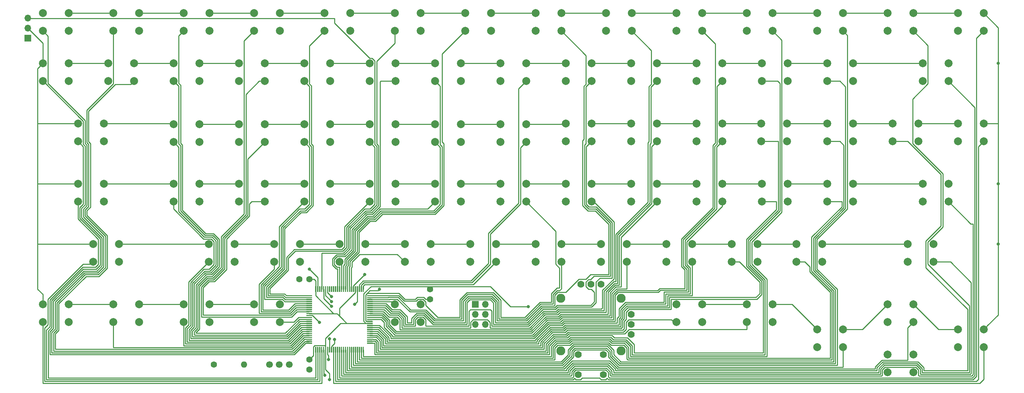
<source format=gbr>
G04 #@! TF.GenerationSoftware,KiCad,Pcbnew,(5.0.2)-1*
G04 #@! TF.CreationDate,2019-01-21T23:15:36+01:00*
G04 #@! TF.ProjectId,schematic,73636865-6d61-4746-9963-2e6b69636164,rev?*
G04 #@! TF.SameCoordinates,Original*
G04 #@! TF.FileFunction,Copper,L1,Top*
G04 #@! TF.FilePolarity,Positive*
%FSLAX46Y46*%
G04 Gerber Fmt 4.6, Leading zero omitted, Abs format (unit mm)*
G04 Created by KiCad (PCBNEW (5.0.2)-1) date 21.01.2019 23:15:36*
%MOMM*%
%LPD*%
G01*
G04 APERTURE LIST*
G04 #@! TA.AperFunction,ComponentPad*
%ADD10O,1.600000X1.600000*%
G04 #@! TD*
G04 #@! TA.AperFunction,ComponentPad*
%ADD11C,1.600000*%
G04 #@! TD*
G04 #@! TA.AperFunction,ComponentPad*
%ADD12C,2.286000*%
G04 #@! TD*
G04 #@! TA.AperFunction,ComponentPad*
%ADD13C,1.778000*%
G04 #@! TD*
G04 #@! TA.AperFunction,Conductor*
%ADD14C,0.100000*%
G04 #@! TD*
G04 #@! TA.AperFunction,SMDPad,CuDef*
%ADD15C,0.300000*%
G04 #@! TD*
G04 #@! TA.AperFunction,ComponentPad*
%ADD16C,2.000000*%
G04 #@! TD*
G04 #@! TA.AperFunction,ComponentPad*
%ADD17R,1.700000X1.700000*%
G04 #@! TD*
G04 #@! TA.AperFunction,ComponentPad*
%ADD18O,1.700000X1.700000*%
G04 #@! TD*
G04 #@! TA.AperFunction,ComponentPad*
%ADD19C,1.700000*%
G04 #@! TD*
G04 #@! TA.AperFunction,ViaPad*
%ADD20C,0.800000*%
G04 #@! TD*
G04 #@! TA.AperFunction,Conductor*
%ADD21C,0.250000*%
G04 #@! TD*
G04 APERTURE END LIST*
D10*
G04 #@! TO.P,R1,2*
G04 #@! TO.N,/RESET*
X82550000Y-128270000D03*
D11*
G04 #@! TO.P,R1,1*
G04 #@! TO.N,/+3.3V*
X74930000Y-128270000D03*
G04 #@! TD*
G04 #@! TO.P,C1,2*
G04 #@! TO.N,/GND*
X99060000Y-129500000D03*
G04 #@! TO.P,C1,1*
G04 #@! TO.N,/+3.3V*
X99060000Y-127000000D03*
G04 #@! TD*
G04 #@! TO.P,C3,2*
G04 #@! TO.N,/GND*
X96560000Y-106680000D03*
G04 #@! TO.P,C3,1*
G04 #@! TO.N,/+3.3V*
X99060000Y-106680000D03*
G04 #@! TD*
G04 #@! TO.P,C2,2*
G04 #@! TO.N,/GND*
X129540000Y-111720000D03*
G04 #@! TO.P,C2,1*
G04 #@! TO.N,/+3.3V*
X129540000Y-109220000D03*
G04 #@! TD*
D12*
G04 #@! TO.P,S1,MOUNT1*
G04 #@! TO.N,N/C*
X177800000Y-124777500D03*
G04 #@! TO.P,S1,MOUNT4*
X162560000Y-124777500D03*
G04 #@! TO.P,S1,MOUNT3*
X162560000Y-111442500D03*
G04 #@! TO.P,S1,MOUNT2*
X177800000Y-111442500D03*
D13*
G04 #@! TO.P,S1,H3*
G04 #@! TO.N,/GND*
X167640000Y-107950000D03*
G04 #@! TO.P,S1,H2*
G04 #@! TO.N,Net-(S1-PadH2)*
X170180000Y-107950000D03*
G04 #@! TO.P,S1,H1*
G04 #@! TO.N,/+3.3V*
X172720000Y-107950000D03*
G04 #@! TO.P,S1,V2*
G04 #@! TO.N,Net-(S1-PadV2)*
X180340000Y-118110000D03*
G04 #@! TO.P,S1,V3*
G04 #@! TO.N,/GND*
X180340000Y-115570000D03*
G04 #@! TO.P,S1,V1*
G04 #@! TO.N,/+3.3V*
X180340000Y-120650000D03*
G04 #@! TO.P,S1,B2B*
G04 #@! TO.N,N/C*
X167005000Y-125730000D03*
G04 #@! TO.P,S1,B2A*
G04 #@! TO.N,/GND*
X173355000Y-125730000D03*
G04 #@! TO.P,S1,B1A*
G04 #@! TO.N,Net-(S1-PadB1A)*
X173355000Y-130810000D03*
G04 #@! TO.P,S1,B1B*
G04 #@! TO.N,N/C*
X167005000Y-130810000D03*
G04 #@! TD*
D14*
G04 #@! TO.N,Net-(SW32-Pad2)*
G04 #@! TO.C,U1*
G36*
X99687351Y-110690361D02*
X99694632Y-110691441D01*
X99701771Y-110693229D01*
X99708701Y-110695709D01*
X99715355Y-110698856D01*
X99721668Y-110702640D01*
X99727579Y-110707024D01*
X99733033Y-110711967D01*
X99737976Y-110717421D01*
X99742360Y-110723332D01*
X99746144Y-110729645D01*
X99749291Y-110736299D01*
X99751771Y-110743229D01*
X99753559Y-110750368D01*
X99754639Y-110757649D01*
X99755000Y-110765000D01*
X99755000Y-110915000D01*
X99754639Y-110922351D01*
X99753559Y-110929632D01*
X99751771Y-110936771D01*
X99749291Y-110943701D01*
X99746144Y-110950355D01*
X99742360Y-110956668D01*
X99737976Y-110962579D01*
X99733033Y-110968033D01*
X99727579Y-110972976D01*
X99721668Y-110977360D01*
X99715355Y-110981144D01*
X99708701Y-110984291D01*
X99701771Y-110986771D01*
X99694632Y-110988559D01*
X99687351Y-110989639D01*
X99680000Y-110990000D01*
X98355000Y-110990000D01*
X98347649Y-110989639D01*
X98340368Y-110988559D01*
X98333229Y-110986771D01*
X98326299Y-110984291D01*
X98319645Y-110981144D01*
X98313332Y-110977360D01*
X98307421Y-110972976D01*
X98301967Y-110968033D01*
X98297024Y-110962579D01*
X98292640Y-110956668D01*
X98288856Y-110950355D01*
X98285709Y-110943701D01*
X98283229Y-110936771D01*
X98281441Y-110929632D01*
X98280361Y-110922351D01*
X98280000Y-110915000D01*
X98280000Y-110765000D01*
X98280361Y-110757649D01*
X98281441Y-110750368D01*
X98283229Y-110743229D01*
X98285709Y-110736299D01*
X98288856Y-110729645D01*
X98292640Y-110723332D01*
X98297024Y-110717421D01*
X98301967Y-110711967D01*
X98307421Y-110707024D01*
X98313332Y-110702640D01*
X98319645Y-110698856D01*
X98326299Y-110695709D01*
X98333229Y-110693229D01*
X98340368Y-110691441D01*
X98347649Y-110690361D01*
X98355000Y-110690000D01*
X99680000Y-110690000D01*
X99687351Y-110690361D01*
X99687351Y-110690361D01*
G37*
D15*
G04 #@! TD*
G04 #@! TO.P,U1,1*
G04 #@! TO.N,Net-(SW32-Pad2)*
X99017500Y-110840000D03*
D14*
G04 #@! TO.N,Net-(SW46-Pad2)*
G04 #@! TO.C,U1*
G36*
X99687351Y-111190361D02*
X99694632Y-111191441D01*
X99701771Y-111193229D01*
X99708701Y-111195709D01*
X99715355Y-111198856D01*
X99721668Y-111202640D01*
X99727579Y-111207024D01*
X99733033Y-111211967D01*
X99737976Y-111217421D01*
X99742360Y-111223332D01*
X99746144Y-111229645D01*
X99749291Y-111236299D01*
X99751771Y-111243229D01*
X99753559Y-111250368D01*
X99754639Y-111257649D01*
X99755000Y-111265000D01*
X99755000Y-111415000D01*
X99754639Y-111422351D01*
X99753559Y-111429632D01*
X99751771Y-111436771D01*
X99749291Y-111443701D01*
X99746144Y-111450355D01*
X99742360Y-111456668D01*
X99737976Y-111462579D01*
X99733033Y-111468033D01*
X99727579Y-111472976D01*
X99721668Y-111477360D01*
X99715355Y-111481144D01*
X99708701Y-111484291D01*
X99701771Y-111486771D01*
X99694632Y-111488559D01*
X99687351Y-111489639D01*
X99680000Y-111490000D01*
X98355000Y-111490000D01*
X98347649Y-111489639D01*
X98340368Y-111488559D01*
X98333229Y-111486771D01*
X98326299Y-111484291D01*
X98319645Y-111481144D01*
X98313332Y-111477360D01*
X98307421Y-111472976D01*
X98301967Y-111468033D01*
X98297024Y-111462579D01*
X98292640Y-111456668D01*
X98288856Y-111450355D01*
X98285709Y-111443701D01*
X98283229Y-111436771D01*
X98281441Y-111429632D01*
X98280361Y-111422351D01*
X98280000Y-111415000D01*
X98280000Y-111265000D01*
X98280361Y-111257649D01*
X98281441Y-111250368D01*
X98283229Y-111243229D01*
X98285709Y-111236299D01*
X98288856Y-111229645D01*
X98292640Y-111223332D01*
X98297024Y-111217421D01*
X98301967Y-111211967D01*
X98307421Y-111207024D01*
X98313332Y-111202640D01*
X98319645Y-111198856D01*
X98326299Y-111195709D01*
X98333229Y-111193229D01*
X98340368Y-111191441D01*
X98347649Y-111190361D01*
X98355000Y-111190000D01*
X99680000Y-111190000D01*
X99687351Y-111190361D01*
X99687351Y-111190361D01*
G37*
D15*
G04 #@! TD*
G04 #@! TO.P,U1,2*
G04 #@! TO.N,Net-(SW46-Pad2)*
X99017500Y-111340000D03*
D14*
G04 #@! TO.N,Net-(SW4-Pad2)*
G04 #@! TO.C,U1*
G36*
X99687351Y-111690361D02*
X99694632Y-111691441D01*
X99701771Y-111693229D01*
X99708701Y-111695709D01*
X99715355Y-111698856D01*
X99721668Y-111702640D01*
X99727579Y-111707024D01*
X99733033Y-111711967D01*
X99737976Y-111717421D01*
X99742360Y-111723332D01*
X99746144Y-111729645D01*
X99749291Y-111736299D01*
X99751771Y-111743229D01*
X99753559Y-111750368D01*
X99754639Y-111757649D01*
X99755000Y-111765000D01*
X99755000Y-111915000D01*
X99754639Y-111922351D01*
X99753559Y-111929632D01*
X99751771Y-111936771D01*
X99749291Y-111943701D01*
X99746144Y-111950355D01*
X99742360Y-111956668D01*
X99737976Y-111962579D01*
X99733033Y-111968033D01*
X99727579Y-111972976D01*
X99721668Y-111977360D01*
X99715355Y-111981144D01*
X99708701Y-111984291D01*
X99701771Y-111986771D01*
X99694632Y-111988559D01*
X99687351Y-111989639D01*
X99680000Y-111990000D01*
X98355000Y-111990000D01*
X98347649Y-111989639D01*
X98340368Y-111988559D01*
X98333229Y-111986771D01*
X98326299Y-111984291D01*
X98319645Y-111981144D01*
X98313332Y-111977360D01*
X98307421Y-111972976D01*
X98301967Y-111968033D01*
X98297024Y-111962579D01*
X98292640Y-111956668D01*
X98288856Y-111950355D01*
X98285709Y-111943701D01*
X98283229Y-111936771D01*
X98281441Y-111929632D01*
X98280361Y-111922351D01*
X98280000Y-111915000D01*
X98280000Y-111765000D01*
X98280361Y-111757649D01*
X98281441Y-111750368D01*
X98283229Y-111743229D01*
X98285709Y-111736299D01*
X98288856Y-111729645D01*
X98292640Y-111723332D01*
X98297024Y-111717421D01*
X98301967Y-111711967D01*
X98307421Y-111707024D01*
X98313332Y-111702640D01*
X98319645Y-111698856D01*
X98326299Y-111695709D01*
X98333229Y-111693229D01*
X98340368Y-111691441D01*
X98347649Y-111690361D01*
X98355000Y-111690000D01*
X99680000Y-111690000D01*
X99687351Y-111690361D01*
X99687351Y-111690361D01*
G37*
D15*
G04 #@! TD*
G04 #@! TO.P,U1,3*
G04 #@! TO.N,Net-(SW4-Pad2)*
X99017500Y-111840000D03*
D14*
G04 #@! TO.N,Net-(SW18-Pad2)*
G04 #@! TO.C,U1*
G36*
X99687351Y-112190361D02*
X99694632Y-112191441D01*
X99701771Y-112193229D01*
X99708701Y-112195709D01*
X99715355Y-112198856D01*
X99721668Y-112202640D01*
X99727579Y-112207024D01*
X99733033Y-112211967D01*
X99737976Y-112217421D01*
X99742360Y-112223332D01*
X99746144Y-112229645D01*
X99749291Y-112236299D01*
X99751771Y-112243229D01*
X99753559Y-112250368D01*
X99754639Y-112257649D01*
X99755000Y-112265000D01*
X99755000Y-112415000D01*
X99754639Y-112422351D01*
X99753559Y-112429632D01*
X99751771Y-112436771D01*
X99749291Y-112443701D01*
X99746144Y-112450355D01*
X99742360Y-112456668D01*
X99737976Y-112462579D01*
X99733033Y-112468033D01*
X99727579Y-112472976D01*
X99721668Y-112477360D01*
X99715355Y-112481144D01*
X99708701Y-112484291D01*
X99701771Y-112486771D01*
X99694632Y-112488559D01*
X99687351Y-112489639D01*
X99680000Y-112490000D01*
X98355000Y-112490000D01*
X98347649Y-112489639D01*
X98340368Y-112488559D01*
X98333229Y-112486771D01*
X98326299Y-112484291D01*
X98319645Y-112481144D01*
X98313332Y-112477360D01*
X98307421Y-112472976D01*
X98301967Y-112468033D01*
X98297024Y-112462579D01*
X98292640Y-112456668D01*
X98288856Y-112450355D01*
X98285709Y-112443701D01*
X98283229Y-112436771D01*
X98281441Y-112429632D01*
X98280361Y-112422351D01*
X98280000Y-112415000D01*
X98280000Y-112265000D01*
X98280361Y-112257649D01*
X98281441Y-112250368D01*
X98283229Y-112243229D01*
X98285709Y-112236299D01*
X98288856Y-112229645D01*
X98292640Y-112223332D01*
X98297024Y-112217421D01*
X98301967Y-112211967D01*
X98307421Y-112207024D01*
X98313332Y-112202640D01*
X98319645Y-112198856D01*
X98326299Y-112195709D01*
X98333229Y-112193229D01*
X98340368Y-112191441D01*
X98347649Y-112190361D01*
X98355000Y-112190000D01*
X99680000Y-112190000D01*
X99687351Y-112190361D01*
X99687351Y-112190361D01*
G37*
D15*
G04 #@! TD*
G04 #@! TO.P,U1,4*
G04 #@! TO.N,Net-(SW18-Pad2)*
X99017500Y-112340000D03*
D14*
G04 #@! TO.N,Net-(SW31-Pad2)*
G04 #@! TO.C,U1*
G36*
X99687351Y-112690361D02*
X99694632Y-112691441D01*
X99701771Y-112693229D01*
X99708701Y-112695709D01*
X99715355Y-112698856D01*
X99721668Y-112702640D01*
X99727579Y-112707024D01*
X99733033Y-112711967D01*
X99737976Y-112717421D01*
X99742360Y-112723332D01*
X99746144Y-112729645D01*
X99749291Y-112736299D01*
X99751771Y-112743229D01*
X99753559Y-112750368D01*
X99754639Y-112757649D01*
X99755000Y-112765000D01*
X99755000Y-112915000D01*
X99754639Y-112922351D01*
X99753559Y-112929632D01*
X99751771Y-112936771D01*
X99749291Y-112943701D01*
X99746144Y-112950355D01*
X99742360Y-112956668D01*
X99737976Y-112962579D01*
X99733033Y-112968033D01*
X99727579Y-112972976D01*
X99721668Y-112977360D01*
X99715355Y-112981144D01*
X99708701Y-112984291D01*
X99701771Y-112986771D01*
X99694632Y-112988559D01*
X99687351Y-112989639D01*
X99680000Y-112990000D01*
X98355000Y-112990000D01*
X98347649Y-112989639D01*
X98340368Y-112988559D01*
X98333229Y-112986771D01*
X98326299Y-112984291D01*
X98319645Y-112981144D01*
X98313332Y-112977360D01*
X98307421Y-112972976D01*
X98301967Y-112968033D01*
X98297024Y-112962579D01*
X98292640Y-112956668D01*
X98288856Y-112950355D01*
X98285709Y-112943701D01*
X98283229Y-112936771D01*
X98281441Y-112929632D01*
X98280361Y-112922351D01*
X98280000Y-112915000D01*
X98280000Y-112765000D01*
X98280361Y-112757649D01*
X98281441Y-112750368D01*
X98283229Y-112743229D01*
X98285709Y-112736299D01*
X98288856Y-112729645D01*
X98292640Y-112723332D01*
X98297024Y-112717421D01*
X98301967Y-112711967D01*
X98307421Y-112707024D01*
X98313332Y-112702640D01*
X98319645Y-112698856D01*
X98326299Y-112695709D01*
X98333229Y-112693229D01*
X98340368Y-112691441D01*
X98347649Y-112690361D01*
X98355000Y-112690000D01*
X99680000Y-112690000D01*
X99687351Y-112690361D01*
X99687351Y-112690361D01*
G37*
D15*
G04 #@! TD*
G04 #@! TO.P,U1,5*
G04 #@! TO.N,Net-(SW31-Pad2)*
X99017500Y-112840000D03*
D14*
G04 #@! TO.N,Net-(SW45-Pad2)*
G04 #@! TO.C,U1*
G36*
X99687351Y-113190361D02*
X99694632Y-113191441D01*
X99701771Y-113193229D01*
X99708701Y-113195709D01*
X99715355Y-113198856D01*
X99721668Y-113202640D01*
X99727579Y-113207024D01*
X99733033Y-113211967D01*
X99737976Y-113217421D01*
X99742360Y-113223332D01*
X99746144Y-113229645D01*
X99749291Y-113236299D01*
X99751771Y-113243229D01*
X99753559Y-113250368D01*
X99754639Y-113257649D01*
X99755000Y-113265000D01*
X99755000Y-113415000D01*
X99754639Y-113422351D01*
X99753559Y-113429632D01*
X99751771Y-113436771D01*
X99749291Y-113443701D01*
X99746144Y-113450355D01*
X99742360Y-113456668D01*
X99737976Y-113462579D01*
X99733033Y-113468033D01*
X99727579Y-113472976D01*
X99721668Y-113477360D01*
X99715355Y-113481144D01*
X99708701Y-113484291D01*
X99701771Y-113486771D01*
X99694632Y-113488559D01*
X99687351Y-113489639D01*
X99680000Y-113490000D01*
X98355000Y-113490000D01*
X98347649Y-113489639D01*
X98340368Y-113488559D01*
X98333229Y-113486771D01*
X98326299Y-113484291D01*
X98319645Y-113481144D01*
X98313332Y-113477360D01*
X98307421Y-113472976D01*
X98301967Y-113468033D01*
X98297024Y-113462579D01*
X98292640Y-113456668D01*
X98288856Y-113450355D01*
X98285709Y-113443701D01*
X98283229Y-113436771D01*
X98281441Y-113429632D01*
X98280361Y-113422351D01*
X98280000Y-113415000D01*
X98280000Y-113265000D01*
X98280361Y-113257649D01*
X98281441Y-113250368D01*
X98283229Y-113243229D01*
X98285709Y-113236299D01*
X98288856Y-113229645D01*
X98292640Y-113223332D01*
X98297024Y-113217421D01*
X98301967Y-113211967D01*
X98307421Y-113207024D01*
X98313332Y-113202640D01*
X98319645Y-113198856D01*
X98326299Y-113195709D01*
X98333229Y-113193229D01*
X98340368Y-113191441D01*
X98347649Y-113190361D01*
X98355000Y-113190000D01*
X99680000Y-113190000D01*
X99687351Y-113190361D01*
X99687351Y-113190361D01*
G37*
D15*
G04 #@! TD*
G04 #@! TO.P,U1,6*
G04 #@! TO.N,Net-(SW45-Pad2)*
X99017500Y-113340000D03*
D14*
G04 #@! TO.N,Net-(SW57-Pad2)*
G04 #@! TO.C,U1*
G36*
X99687351Y-113690361D02*
X99694632Y-113691441D01*
X99701771Y-113693229D01*
X99708701Y-113695709D01*
X99715355Y-113698856D01*
X99721668Y-113702640D01*
X99727579Y-113707024D01*
X99733033Y-113711967D01*
X99737976Y-113717421D01*
X99742360Y-113723332D01*
X99746144Y-113729645D01*
X99749291Y-113736299D01*
X99751771Y-113743229D01*
X99753559Y-113750368D01*
X99754639Y-113757649D01*
X99755000Y-113765000D01*
X99755000Y-113915000D01*
X99754639Y-113922351D01*
X99753559Y-113929632D01*
X99751771Y-113936771D01*
X99749291Y-113943701D01*
X99746144Y-113950355D01*
X99742360Y-113956668D01*
X99737976Y-113962579D01*
X99733033Y-113968033D01*
X99727579Y-113972976D01*
X99721668Y-113977360D01*
X99715355Y-113981144D01*
X99708701Y-113984291D01*
X99701771Y-113986771D01*
X99694632Y-113988559D01*
X99687351Y-113989639D01*
X99680000Y-113990000D01*
X98355000Y-113990000D01*
X98347649Y-113989639D01*
X98340368Y-113988559D01*
X98333229Y-113986771D01*
X98326299Y-113984291D01*
X98319645Y-113981144D01*
X98313332Y-113977360D01*
X98307421Y-113972976D01*
X98301967Y-113968033D01*
X98297024Y-113962579D01*
X98292640Y-113956668D01*
X98288856Y-113950355D01*
X98285709Y-113943701D01*
X98283229Y-113936771D01*
X98281441Y-113929632D01*
X98280361Y-113922351D01*
X98280000Y-113915000D01*
X98280000Y-113765000D01*
X98280361Y-113757649D01*
X98281441Y-113750368D01*
X98283229Y-113743229D01*
X98285709Y-113736299D01*
X98288856Y-113729645D01*
X98292640Y-113723332D01*
X98297024Y-113717421D01*
X98301967Y-113711967D01*
X98307421Y-113707024D01*
X98313332Y-113702640D01*
X98319645Y-113698856D01*
X98326299Y-113695709D01*
X98333229Y-113693229D01*
X98340368Y-113691441D01*
X98347649Y-113690361D01*
X98355000Y-113690000D01*
X99680000Y-113690000D01*
X99687351Y-113690361D01*
X99687351Y-113690361D01*
G37*
D15*
G04 #@! TD*
G04 #@! TO.P,U1,7*
G04 #@! TO.N,Net-(SW57-Pad2)*
X99017500Y-113840000D03*
D14*
G04 #@! TO.N,Net-(SW44-Pad2)*
G04 #@! TO.C,U1*
G36*
X99687351Y-114190361D02*
X99694632Y-114191441D01*
X99701771Y-114193229D01*
X99708701Y-114195709D01*
X99715355Y-114198856D01*
X99721668Y-114202640D01*
X99727579Y-114207024D01*
X99733033Y-114211967D01*
X99737976Y-114217421D01*
X99742360Y-114223332D01*
X99746144Y-114229645D01*
X99749291Y-114236299D01*
X99751771Y-114243229D01*
X99753559Y-114250368D01*
X99754639Y-114257649D01*
X99755000Y-114265000D01*
X99755000Y-114415000D01*
X99754639Y-114422351D01*
X99753559Y-114429632D01*
X99751771Y-114436771D01*
X99749291Y-114443701D01*
X99746144Y-114450355D01*
X99742360Y-114456668D01*
X99737976Y-114462579D01*
X99733033Y-114468033D01*
X99727579Y-114472976D01*
X99721668Y-114477360D01*
X99715355Y-114481144D01*
X99708701Y-114484291D01*
X99701771Y-114486771D01*
X99694632Y-114488559D01*
X99687351Y-114489639D01*
X99680000Y-114490000D01*
X98355000Y-114490000D01*
X98347649Y-114489639D01*
X98340368Y-114488559D01*
X98333229Y-114486771D01*
X98326299Y-114484291D01*
X98319645Y-114481144D01*
X98313332Y-114477360D01*
X98307421Y-114472976D01*
X98301967Y-114468033D01*
X98297024Y-114462579D01*
X98292640Y-114456668D01*
X98288856Y-114450355D01*
X98285709Y-114443701D01*
X98283229Y-114436771D01*
X98281441Y-114429632D01*
X98280361Y-114422351D01*
X98280000Y-114415000D01*
X98280000Y-114265000D01*
X98280361Y-114257649D01*
X98281441Y-114250368D01*
X98283229Y-114243229D01*
X98285709Y-114236299D01*
X98288856Y-114229645D01*
X98292640Y-114223332D01*
X98297024Y-114217421D01*
X98301967Y-114211967D01*
X98307421Y-114207024D01*
X98313332Y-114202640D01*
X98319645Y-114198856D01*
X98326299Y-114195709D01*
X98333229Y-114193229D01*
X98340368Y-114191441D01*
X98347649Y-114190361D01*
X98355000Y-114190000D01*
X99680000Y-114190000D01*
X99687351Y-114190361D01*
X99687351Y-114190361D01*
G37*
D15*
G04 #@! TD*
G04 #@! TO.P,U1,8*
G04 #@! TO.N,Net-(SW44-Pad2)*
X99017500Y-114340000D03*
D14*
G04 #@! TO.N,Net-(SW30-Pad2)*
G04 #@! TO.C,U1*
G36*
X99687351Y-114690361D02*
X99694632Y-114691441D01*
X99701771Y-114693229D01*
X99708701Y-114695709D01*
X99715355Y-114698856D01*
X99721668Y-114702640D01*
X99727579Y-114707024D01*
X99733033Y-114711967D01*
X99737976Y-114717421D01*
X99742360Y-114723332D01*
X99746144Y-114729645D01*
X99749291Y-114736299D01*
X99751771Y-114743229D01*
X99753559Y-114750368D01*
X99754639Y-114757649D01*
X99755000Y-114765000D01*
X99755000Y-114915000D01*
X99754639Y-114922351D01*
X99753559Y-114929632D01*
X99751771Y-114936771D01*
X99749291Y-114943701D01*
X99746144Y-114950355D01*
X99742360Y-114956668D01*
X99737976Y-114962579D01*
X99733033Y-114968033D01*
X99727579Y-114972976D01*
X99721668Y-114977360D01*
X99715355Y-114981144D01*
X99708701Y-114984291D01*
X99701771Y-114986771D01*
X99694632Y-114988559D01*
X99687351Y-114989639D01*
X99680000Y-114990000D01*
X98355000Y-114990000D01*
X98347649Y-114989639D01*
X98340368Y-114988559D01*
X98333229Y-114986771D01*
X98326299Y-114984291D01*
X98319645Y-114981144D01*
X98313332Y-114977360D01*
X98307421Y-114972976D01*
X98301967Y-114968033D01*
X98297024Y-114962579D01*
X98292640Y-114956668D01*
X98288856Y-114950355D01*
X98285709Y-114943701D01*
X98283229Y-114936771D01*
X98281441Y-114929632D01*
X98280361Y-114922351D01*
X98280000Y-114915000D01*
X98280000Y-114765000D01*
X98280361Y-114757649D01*
X98281441Y-114750368D01*
X98283229Y-114743229D01*
X98285709Y-114736299D01*
X98288856Y-114729645D01*
X98292640Y-114723332D01*
X98297024Y-114717421D01*
X98301967Y-114711967D01*
X98307421Y-114707024D01*
X98313332Y-114702640D01*
X98319645Y-114698856D01*
X98326299Y-114695709D01*
X98333229Y-114693229D01*
X98340368Y-114691441D01*
X98347649Y-114690361D01*
X98355000Y-114690000D01*
X99680000Y-114690000D01*
X99687351Y-114690361D01*
X99687351Y-114690361D01*
G37*
D15*
G04 #@! TD*
G04 #@! TO.P,U1,9*
G04 #@! TO.N,Net-(SW30-Pad2)*
X99017500Y-114840000D03*
D14*
G04 #@! TO.N,/+3.3V*
G04 #@! TO.C,U1*
G36*
X99687351Y-115190361D02*
X99694632Y-115191441D01*
X99701771Y-115193229D01*
X99708701Y-115195709D01*
X99715355Y-115198856D01*
X99721668Y-115202640D01*
X99727579Y-115207024D01*
X99733033Y-115211967D01*
X99737976Y-115217421D01*
X99742360Y-115223332D01*
X99746144Y-115229645D01*
X99749291Y-115236299D01*
X99751771Y-115243229D01*
X99753559Y-115250368D01*
X99754639Y-115257649D01*
X99755000Y-115265000D01*
X99755000Y-115415000D01*
X99754639Y-115422351D01*
X99753559Y-115429632D01*
X99751771Y-115436771D01*
X99749291Y-115443701D01*
X99746144Y-115450355D01*
X99742360Y-115456668D01*
X99737976Y-115462579D01*
X99733033Y-115468033D01*
X99727579Y-115472976D01*
X99721668Y-115477360D01*
X99715355Y-115481144D01*
X99708701Y-115484291D01*
X99701771Y-115486771D01*
X99694632Y-115488559D01*
X99687351Y-115489639D01*
X99680000Y-115490000D01*
X98355000Y-115490000D01*
X98347649Y-115489639D01*
X98340368Y-115488559D01*
X98333229Y-115486771D01*
X98326299Y-115484291D01*
X98319645Y-115481144D01*
X98313332Y-115477360D01*
X98307421Y-115472976D01*
X98301967Y-115468033D01*
X98297024Y-115462579D01*
X98292640Y-115456668D01*
X98288856Y-115450355D01*
X98285709Y-115443701D01*
X98283229Y-115436771D01*
X98281441Y-115429632D01*
X98280361Y-115422351D01*
X98280000Y-115415000D01*
X98280000Y-115265000D01*
X98280361Y-115257649D01*
X98281441Y-115250368D01*
X98283229Y-115243229D01*
X98285709Y-115236299D01*
X98288856Y-115229645D01*
X98292640Y-115223332D01*
X98297024Y-115217421D01*
X98301967Y-115211967D01*
X98307421Y-115207024D01*
X98313332Y-115202640D01*
X98319645Y-115198856D01*
X98326299Y-115195709D01*
X98333229Y-115193229D01*
X98340368Y-115191441D01*
X98347649Y-115190361D01*
X98355000Y-115190000D01*
X99680000Y-115190000D01*
X99687351Y-115190361D01*
X99687351Y-115190361D01*
G37*
D15*
G04 #@! TD*
G04 #@! TO.P,U1,10*
G04 #@! TO.N,/+3.3V*
X99017500Y-115340000D03*
D14*
G04 #@! TO.N,/GND*
G04 #@! TO.C,U1*
G36*
X99687351Y-115690361D02*
X99694632Y-115691441D01*
X99701771Y-115693229D01*
X99708701Y-115695709D01*
X99715355Y-115698856D01*
X99721668Y-115702640D01*
X99727579Y-115707024D01*
X99733033Y-115711967D01*
X99737976Y-115717421D01*
X99742360Y-115723332D01*
X99746144Y-115729645D01*
X99749291Y-115736299D01*
X99751771Y-115743229D01*
X99753559Y-115750368D01*
X99754639Y-115757649D01*
X99755000Y-115765000D01*
X99755000Y-115915000D01*
X99754639Y-115922351D01*
X99753559Y-115929632D01*
X99751771Y-115936771D01*
X99749291Y-115943701D01*
X99746144Y-115950355D01*
X99742360Y-115956668D01*
X99737976Y-115962579D01*
X99733033Y-115968033D01*
X99727579Y-115972976D01*
X99721668Y-115977360D01*
X99715355Y-115981144D01*
X99708701Y-115984291D01*
X99701771Y-115986771D01*
X99694632Y-115988559D01*
X99687351Y-115989639D01*
X99680000Y-115990000D01*
X98355000Y-115990000D01*
X98347649Y-115989639D01*
X98340368Y-115988559D01*
X98333229Y-115986771D01*
X98326299Y-115984291D01*
X98319645Y-115981144D01*
X98313332Y-115977360D01*
X98307421Y-115972976D01*
X98301967Y-115968033D01*
X98297024Y-115962579D01*
X98292640Y-115956668D01*
X98288856Y-115950355D01*
X98285709Y-115943701D01*
X98283229Y-115936771D01*
X98281441Y-115929632D01*
X98280361Y-115922351D01*
X98280000Y-115915000D01*
X98280000Y-115765000D01*
X98280361Y-115757649D01*
X98281441Y-115750368D01*
X98283229Y-115743229D01*
X98285709Y-115736299D01*
X98288856Y-115729645D01*
X98292640Y-115723332D01*
X98297024Y-115717421D01*
X98301967Y-115711967D01*
X98307421Y-115707024D01*
X98313332Y-115702640D01*
X98319645Y-115698856D01*
X98326299Y-115695709D01*
X98333229Y-115693229D01*
X98340368Y-115691441D01*
X98347649Y-115690361D01*
X98355000Y-115690000D01*
X99680000Y-115690000D01*
X99687351Y-115690361D01*
X99687351Y-115690361D01*
G37*
D15*
G04 #@! TD*
G04 #@! TO.P,U1,11*
G04 #@! TO.N,/GND*
X99017500Y-115840000D03*
D14*
G04 #@! TO.N,Net-(SW70-Pad2)*
G04 #@! TO.C,U1*
G36*
X99687351Y-116190361D02*
X99694632Y-116191441D01*
X99701771Y-116193229D01*
X99708701Y-116195709D01*
X99715355Y-116198856D01*
X99721668Y-116202640D01*
X99727579Y-116207024D01*
X99733033Y-116211967D01*
X99737976Y-116217421D01*
X99742360Y-116223332D01*
X99746144Y-116229645D01*
X99749291Y-116236299D01*
X99751771Y-116243229D01*
X99753559Y-116250368D01*
X99754639Y-116257649D01*
X99755000Y-116265000D01*
X99755000Y-116415000D01*
X99754639Y-116422351D01*
X99753559Y-116429632D01*
X99751771Y-116436771D01*
X99749291Y-116443701D01*
X99746144Y-116450355D01*
X99742360Y-116456668D01*
X99737976Y-116462579D01*
X99733033Y-116468033D01*
X99727579Y-116472976D01*
X99721668Y-116477360D01*
X99715355Y-116481144D01*
X99708701Y-116484291D01*
X99701771Y-116486771D01*
X99694632Y-116488559D01*
X99687351Y-116489639D01*
X99680000Y-116490000D01*
X98355000Y-116490000D01*
X98347649Y-116489639D01*
X98340368Y-116488559D01*
X98333229Y-116486771D01*
X98326299Y-116484291D01*
X98319645Y-116481144D01*
X98313332Y-116477360D01*
X98307421Y-116472976D01*
X98301967Y-116468033D01*
X98297024Y-116462579D01*
X98292640Y-116456668D01*
X98288856Y-116450355D01*
X98285709Y-116443701D01*
X98283229Y-116436771D01*
X98281441Y-116429632D01*
X98280361Y-116422351D01*
X98280000Y-116415000D01*
X98280000Y-116265000D01*
X98280361Y-116257649D01*
X98281441Y-116250368D01*
X98283229Y-116243229D01*
X98285709Y-116236299D01*
X98288856Y-116229645D01*
X98292640Y-116223332D01*
X98297024Y-116217421D01*
X98301967Y-116211967D01*
X98307421Y-116207024D01*
X98313332Y-116202640D01*
X98319645Y-116198856D01*
X98326299Y-116195709D01*
X98333229Y-116193229D01*
X98340368Y-116191441D01*
X98347649Y-116190361D01*
X98355000Y-116190000D01*
X99680000Y-116190000D01*
X99687351Y-116190361D01*
X99687351Y-116190361D01*
G37*
D15*
G04 #@! TD*
G04 #@! TO.P,U1,12*
G04 #@! TO.N,Net-(SW70-Pad2)*
X99017500Y-116340000D03*
D14*
G04 #@! TO.N,Net-(SW17-Pad2)*
G04 #@! TO.C,U1*
G36*
X99687351Y-116690361D02*
X99694632Y-116691441D01*
X99701771Y-116693229D01*
X99708701Y-116695709D01*
X99715355Y-116698856D01*
X99721668Y-116702640D01*
X99727579Y-116707024D01*
X99733033Y-116711967D01*
X99737976Y-116717421D01*
X99742360Y-116723332D01*
X99746144Y-116729645D01*
X99749291Y-116736299D01*
X99751771Y-116743229D01*
X99753559Y-116750368D01*
X99754639Y-116757649D01*
X99755000Y-116765000D01*
X99755000Y-116915000D01*
X99754639Y-116922351D01*
X99753559Y-116929632D01*
X99751771Y-116936771D01*
X99749291Y-116943701D01*
X99746144Y-116950355D01*
X99742360Y-116956668D01*
X99737976Y-116962579D01*
X99733033Y-116968033D01*
X99727579Y-116972976D01*
X99721668Y-116977360D01*
X99715355Y-116981144D01*
X99708701Y-116984291D01*
X99701771Y-116986771D01*
X99694632Y-116988559D01*
X99687351Y-116989639D01*
X99680000Y-116990000D01*
X98355000Y-116990000D01*
X98347649Y-116989639D01*
X98340368Y-116988559D01*
X98333229Y-116986771D01*
X98326299Y-116984291D01*
X98319645Y-116981144D01*
X98313332Y-116977360D01*
X98307421Y-116972976D01*
X98301967Y-116968033D01*
X98297024Y-116962579D01*
X98292640Y-116956668D01*
X98288856Y-116950355D01*
X98285709Y-116943701D01*
X98283229Y-116936771D01*
X98281441Y-116929632D01*
X98280361Y-116922351D01*
X98280000Y-116915000D01*
X98280000Y-116765000D01*
X98280361Y-116757649D01*
X98281441Y-116750368D01*
X98283229Y-116743229D01*
X98285709Y-116736299D01*
X98288856Y-116729645D01*
X98292640Y-116723332D01*
X98297024Y-116717421D01*
X98301967Y-116711967D01*
X98307421Y-116707024D01*
X98313332Y-116702640D01*
X98319645Y-116698856D01*
X98326299Y-116695709D01*
X98333229Y-116693229D01*
X98340368Y-116691441D01*
X98347649Y-116690361D01*
X98355000Y-116690000D01*
X99680000Y-116690000D01*
X99687351Y-116690361D01*
X99687351Y-116690361D01*
G37*
D15*
G04 #@! TD*
G04 #@! TO.P,U1,13*
G04 #@! TO.N,Net-(SW17-Pad2)*
X99017500Y-116840000D03*
D14*
G04 #@! TO.N,Net-(SW3-Pad2)*
G04 #@! TO.C,U1*
G36*
X99687351Y-117190361D02*
X99694632Y-117191441D01*
X99701771Y-117193229D01*
X99708701Y-117195709D01*
X99715355Y-117198856D01*
X99721668Y-117202640D01*
X99727579Y-117207024D01*
X99733033Y-117211967D01*
X99737976Y-117217421D01*
X99742360Y-117223332D01*
X99746144Y-117229645D01*
X99749291Y-117236299D01*
X99751771Y-117243229D01*
X99753559Y-117250368D01*
X99754639Y-117257649D01*
X99755000Y-117265000D01*
X99755000Y-117415000D01*
X99754639Y-117422351D01*
X99753559Y-117429632D01*
X99751771Y-117436771D01*
X99749291Y-117443701D01*
X99746144Y-117450355D01*
X99742360Y-117456668D01*
X99737976Y-117462579D01*
X99733033Y-117468033D01*
X99727579Y-117472976D01*
X99721668Y-117477360D01*
X99715355Y-117481144D01*
X99708701Y-117484291D01*
X99701771Y-117486771D01*
X99694632Y-117488559D01*
X99687351Y-117489639D01*
X99680000Y-117490000D01*
X98355000Y-117490000D01*
X98347649Y-117489639D01*
X98340368Y-117488559D01*
X98333229Y-117486771D01*
X98326299Y-117484291D01*
X98319645Y-117481144D01*
X98313332Y-117477360D01*
X98307421Y-117472976D01*
X98301967Y-117468033D01*
X98297024Y-117462579D01*
X98292640Y-117456668D01*
X98288856Y-117450355D01*
X98285709Y-117443701D01*
X98283229Y-117436771D01*
X98281441Y-117429632D01*
X98280361Y-117422351D01*
X98280000Y-117415000D01*
X98280000Y-117265000D01*
X98280361Y-117257649D01*
X98281441Y-117250368D01*
X98283229Y-117243229D01*
X98285709Y-117236299D01*
X98288856Y-117229645D01*
X98292640Y-117223332D01*
X98297024Y-117217421D01*
X98301967Y-117211967D01*
X98307421Y-117207024D01*
X98313332Y-117202640D01*
X98319645Y-117198856D01*
X98326299Y-117195709D01*
X98333229Y-117193229D01*
X98340368Y-117191441D01*
X98347649Y-117190361D01*
X98355000Y-117190000D01*
X99680000Y-117190000D01*
X99687351Y-117190361D01*
X99687351Y-117190361D01*
G37*
D15*
G04 #@! TD*
G04 #@! TO.P,U1,14*
G04 #@! TO.N,Net-(SW3-Pad2)*
X99017500Y-117340000D03*
D14*
G04 #@! TO.N,Net-(SW2-Pad2)*
G04 #@! TO.C,U1*
G36*
X99687351Y-117690361D02*
X99694632Y-117691441D01*
X99701771Y-117693229D01*
X99708701Y-117695709D01*
X99715355Y-117698856D01*
X99721668Y-117702640D01*
X99727579Y-117707024D01*
X99733033Y-117711967D01*
X99737976Y-117717421D01*
X99742360Y-117723332D01*
X99746144Y-117729645D01*
X99749291Y-117736299D01*
X99751771Y-117743229D01*
X99753559Y-117750368D01*
X99754639Y-117757649D01*
X99755000Y-117765000D01*
X99755000Y-117915000D01*
X99754639Y-117922351D01*
X99753559Y-117929632D01*
X99751771Y-117936771D01*
X99749291Y-117943701D01*
X99746144Y-117950355D01*
X99742360Y-117956668D01*
X99737976Y-117962579D01*
X99733033Y-117968033D01*
X99727579Y-117972976D01*
X99721668Y-117977360D01*
X99715355Y-117981144D01*
X99708701Y-117984291D01*
X99701771Y-117986771D01*
X99694632Y-117988559D01*
X99687351Y-117989639D01*
X99680000Y-117990000D01*
X98355000Y-117990000D01*
X98347649Y-117989639D01*
X98340368Y-117988559D01*
X98333229Y-117986771D01*
X98326299Y-117984291D01*
X98319645Y-117981144D01*
X98313332Y-117977360D01*
X98307421Y-117972976D01*
X98301967Y-117968033D01*
X98297024Y-117962579D01*
X98292640Y-117956668D01*
X98288856Y-117950355D01*
X98285709Y-117943701D01*
X98283229Y-117936771D01*
X98281441Y-117929632D01*
X98280361Y-117922351D01*
X98280000Y-117915000D01*
X98280000Y-117765000D01*
X98280361Y-117757649D01*
X98281441Y-117750368D01*
X98283229Y-117743229D01*
X98285709Y-117736299D01*
X98288856Y-117729645D01*
X98292640Y-117723332D01*
X98297024Y-117717421D01*
X98301967Y-117711967D01*
X98307421Y-117707024D01*
X98313332Y-117702640D01*
X98319645Y-117698856D01*
X98326299Y-117695709D01*
X98333229Y-117693229D01*
X98340368Y-117691441D01*
X98347649Y-117690361D01*
X98355000Y-117690000D01*
X99680000Y-117690000D01*
X99687351Y-117690361D01*
X99687351Y-117690361D01*
G37*
D15*
G04 #@! TD*
G04 #@! TO.P,U1,15*
G04 #@! TO.N,Net-(SW2-Pad2)*
X99017500Y-117840000D03*
D14*
G04 #@! TO.N,Net-(SW16-Pad2)*
G04 #@! TO.C,U1*
G36*
X99687351Y-118190361D02*
X99694632Y-118191441D01*
X99701771Y-118193229D01*
X99708701Y-118195709D01*
X99715355Y-118198856D01*
X99721668Y-118202640D01*
X99727579Y-118207024D01*
X99733033Y-118211967D01*
X99737976Y-118217421D01*
X99742360Y-118223332D01*
X99746144Y-118229645D01*
X99749291Y-118236299D01*
X99751771Y-118243229D01*
X99753559Y-118250368D01*
X99754639Y-118257649D01*
X99755000Y-118265000D01*
X99755000Y-118415000D01*
X99754639Y-118422351D01*
X99753559Y-118429632D01*
X99751771Y-118436771D01*
X99749291Y-118443701D01*
X99746144Y-118450355D01*
X99742360Y-118456668D01*
X99737976Y-118462579D01*
X99733033Y-118468033D01*
X99727579Y-118472976D01*
X99721668Y-118477360D01*
X99715355Y-118481144D01*
X99708701Y-118484291D01*
X99701771Y-118486771D01*
X99694632Y-118488559D01*
X99687351Y-118489639D01*
X99680000Y-118490000D01*
X98355000Y-118490000D01*
X98347649Y-118489639D01*
X98340368Y-118488559D01*
X98333229Y-118486771D01*
X98326299Y-118484291D01*
X98319645Y-118481144D01*
X98313332Y-118477360D01*
X98307421Y-118472976D01*
X98301967Y-118468033D01*
X98297024Y-118462579D01*
X98292640Y-118456668D01*
X98288856Y-118450355D01*
X98285709Y-118443701D01*
X98283229Y-118436771D01*
X98281441Y-118429632D01*
X98280361Y-118422351D01*
X98280000Y-118415000D01*
X98280000Y-118265000D01*
X98280361Y-118257649D01*
X98281441Y-118250368D01*
X98283229Y-118243229D01*
X98285709Y-118236299D01*
X98288856Y-118229645D01*
X98292640Y-118223332D01*
X98297024Y-118217421D01*
X98301967Y-118211967D01*
X98307421Y-118207024D01*
X98313332Y-118202640D01*
X98319645Y-118198856D01*
X98326299Y-118195709D01*
X98333229Y-118193229D01*
X98340368Y-118191441D01*
X98347649Y-118190361D01*
X98355000Y-118190000D01*
X99680000Y-118190000D01*
X99687351Y-118190361D01*
X99687351Y-118190361D01*
G37*
D15*
G04 #@! TD*
G04 #@! TO.P,U1,16*
G04 #@! TO.N,Net-(SW16-Pad2)*
X99017500Y-118340000D03*
D14*
G04 #@! TO.N,Net-(SW29-Pad2)*
G04 #@! TO.C,U1*
G36*
X99687351Y-118690361D02*
X99694632Y-118691441D01*
X99701771Y-118693229D01*
X99708701Y-118695709D01*
X99715355Y-118698856D01*
X99721668Y-118702640D01*
X99727579Y-118707024D01*
X99733033Y-118711967D01*
X99737976Y-118717421D01*
X99742360Y-118723332D01*
X99746144Y-118729645D01*
X99749291Y-118736299D01*
X99751771Y-118743229D01*
X99753559Y-118750368D01*
X99754639Y-118757649D01*
X99755000Y-118765000D01*
X99755000Y-118915000D01*
X99754639Y-118922351D01*
X99753559Y-118929632D01*
X99751771Y-118936771D01*
X99749291Y-118943701D01*
X99746144Y-118950355D01*
X99742360Y-118956668D01*
X99737976Y-118962579D01*
X99733033Y-118968033D01*
X99727579Y-118972976D01*
X99721668Y-118977360D01*
X99715355Y-118981144D01*
X99708701Y-118984291D01*
X99701771Y-118986771D01*
X99694632Y-118988559D01*
X99687351Y-118989639D01*
X99680000Y-118990000D01*
X98355000Y-118990000D01*
X98347649Y-118989639D01*
X98340368Y-118988559D01*
X98333229Y-118986771D01*
X98326299Y-118984291D01*
X98319645Y-118981144D01*
X98313332Y-118977360D01*
X98307421Y-118972976D01*
X98301967Y-118968033D01*
X98297024Y-118962579D01*
X98292640Y-118956668D01*
X98288856Y-118950355D01*
X98285709Y-118943701D01*
X98283229Y-118936771D01*
X98281441Y-118929632D01*
X98280361Y-118922351D01*
X98280000Y-118915000D01*
X98280000Y-118765000D01*
X98280361Y-118757649D01*
X98281441Y-118750368D01*
X98283229Y-118743229D01*
X98285709Y-118736299D01*
X98288856Y-118729645D01*
X98292640Y-118723332D01*
X98297024Y-118717421D01*
X98301967Y-118711967D01*
X98307421Y-118707024D01*
X98313332Y-118702640D01*
X98319645Y-118698856D01*
X98326299Y-118695709D01*
X98333229Y-118693229D01*
X98340368Y-118691441D01*
X98347649Y-118690361D01*
X98355000Y-118690000D01*
X99680000Y-118690000D01*
X99687351Y-118690361D01*
X99687351Y-118690361D01*
G37*
D15*
G04 #@! TD*
G04 #@! TO.P,U1,17*
G04 #@! TO.N,Net-(SW29-Pad2)*
X99017500Y-118840000D03*
D14*
G04 #@! TO.N,Net-(SW43-Pad2)*
G04 #@! TO.C,U1*
G36*
X99687351Y-119190361D02*
X99694632Y-119191441D01*
X99701771Y-119193229D01*
X99708701Y-119195709D01*
X99715355Y-119198856D01*
X99721668Y-119202640D01*
X99727579Y-119207024D01*
X99733033Y-119211967D01*
X99737976Y-119217421D01*
X99742360Y-119223332D01*
X99746144Y-119229645D01*
X99749291Y-119236299D01*
X99751771Y-119243229D01*
X99753559Y-119250368D01*
X99754639Y-119257649D01*
X99755000Y-119265000D01*
X99755000Y-119415000D01*
X99754639Y-119422351D01*
X99753559Y-119429632D01*
X99751771Y-119436771D01*
X99749291Y-119443701D01*
X99746144Y-119450355D01*
X99742360Y-119456668D01*
X99737976Y-119462579D01*
X99733033Y-119468033D01*
X99727579Y-119472976D01*
X99721668Y-119477360D01*
X99715355Y-119481144D01*
X99708701Y-119484291D01*
X99701771Y-119486771D01*
X99694632Y-119488559D01*
X99687351Y-119489639D01*
X99680000Y-119490000D01*
X98355000Y-119490000D01*
X98347649Y-119489639D01*
X98340368Y-119488559D01*
X98333229Y-119486771D01*
X98326299Y-119484291D01*
X98319645Y-119481144D01*
X98313332Y-119477360D01*
X98307421Y-119472976D01*
X98301967Y-119468033D01*
X98297024Y-119462579D01*
X98292640Y-119456668D01*
X98288856Y-119450355D01*
X98285709Y-119443701D01*
X98283229Y-119436771D01*
X98281441Y-119429632D01*
X98280361Y-119422351D01*
X98280000Y-119415000D01*
X98280000Y-119265000D01*
X98280361Y-119257649D01*
X98281441Y-119250368D01*
X98283229Y-119243229D01*
X98285709Y-119236299D01*
X98288856Y-119229645D01*
X98292640Y-119223332D01*
X98297024Y-119217421D01*
X98301967Y-119211967D01*
X98307421Y-119207024D01*
X98313332Y-119202640D01*
X98319645Y-119198856D01*
X98326299Y-119195709D01*
X98333229Y-119193229D01*
X98340368Y-119191441D01*
X98347649Y-119190361D01*
X98355000Y-119190000D01*
X99680000Y-119190000D01*
X99687351Y-119190361D01*
X99687351Y-119190361D01*
G37*
D15*
G04 #@! TD*
G04 #@! TO.P,U1,18*
G04 #@! TO.N,Net-(SW43-Pad2)*
X99017500Y-119340000D03*
D14*
G04 #@! TO.N,Net-(SW56-Pad2)*
G04 #@! TO.C,U1*
G36*
X99687351Y-119690361D02*
X99694632Y-119691441D01*
X99701771Y-119693229D01*
X99708701Y-119695709D01*
X99715355Y-119698856D01*
X99721668Y-119702640D01*
X99727579Y-119707024D01*
X99733033Y-119711967D01*
X99737976Y-119717421D01*
X99742360Y-119723332D01*
X99746144Y-119729645D01*
X99749291Y-119736299D01*
X99751771Y-119743229D01*
X99753559Y-119750368D01*
X99754639Y-119757649D01*
X99755000Y-119765000D01*
X99755000Y-119915000D01*
X99754639Y-119922351D01*
X99753559Y-119929632D01*
X99751771Y-119936771D01*
X99749291Y-119943701D01*
X99746144Y-119950355D01*
X99742360Y-119956668D01*
X99737976Y-119962579D01*
X99733033Y-119968033D01*
X99727579Y-119972976D01*
X99721668Y-119977360D01*
X99715355Y-119981144D01*
X99708701Y-119984291D01*
X99701771Y-119986771D01*
X99694632Y-119988559D01*
X99687351Y-119989639D01*
X99680000Y-119990000D01*
X98355000Y-119990000D01*
X98347649Y-119989639D01*
X98340368Y-119988559D01*
X98333229Y-119986771D01*
X98326299Y-119984291D01*
X98319645Y-119981144D01*
X98313332Y-119977360D01*
X98307421Y-119972976D01*
X98301967Y-119968033D01*
X98297024Y-119962579D01*
X98292640Y-119956668D01*
X98288856Y-119950355D01*
X98285709Y-119943701D01*
X98283229Y-119936771D01*
X98281441Y-119929632D01*
X98280361Y-119922351D01*
X98280000Y-119915000D01*
X98280000Y-119765000D01*
X98280361Y-119757649D01*
X98281441Y-119750368D01*
X98283229Y-119743229D01*
X98285709Y-119736299D01*
X98288856Y-119729645D01*
X98292640Y-119723332D01*
X98297024Y-119717421D01*
X98301967Y-119711967D01*
X98307421Y-119707024D01*
X98313332Y-119702640D01*
X98319645Y-119698856D01*
X98326299Y-119695709D01*
X98333229Y-119693229D01*
X98340368Y-119691441D01*
X98347649Y-119690361D01*
X98355000Y-119690000D01*
X99680000Y-119690000D01*
X99687351Y-119690361D01*
X99687351Y-119690361D01*
G37*
D15*
G04 #@! TD*
G04 #@! TO.P,U1,19*
G04 #@! TO.N,Net-(SW56-Pad2)*
X99017500Y-119840000D03*
D14*
G04 #@! TO.N,/PB1*
G04 #@! TO.C,U1*
G36*
X99687351Y-120190361D02*
X99694632Y-120191441D01*
X99701771Y-120193229D01*
X99708701Y-120195709D01*
X99715355Y-120198856D01*
X99721668Y-120202640D01*
X99727579Y-120207024D01*
X99733033Y-120211967D01*
X99737976Y-120217421D01*
X99742360Y-120223332D01*
X99746144Y-120229645D01*
X99749291Y-120236299D01*
X99751771Y-120243229D01*
X99753559Y-120250368D01*
X99754639Y-120257649D01*
X99755000Y-120265000D01*
X99755000Y-120415000D01*
X99754639Y-120422351D01*
X99753559Y-120429632D01*
X99751771Y-120436771D01*
X99749291Y-120443701D01*
X99746144Y-120450355D01*
X99742360Y-120456668D01*
X99737976Y-120462579D01*
X99733033Y-120468033D01*
X99727579Y-120472976D01*
X99721668Y-120477360D01*
X99715355Y-120481144D01*
X99708701Y-120484291D01*
X99701771Y-120486771D01*
X99694632Y-120488559D01*
X99687351Y-120489639D01*
X99680000Y-120490000D01*
X98355000Y-120490000D01*
X98347649Y-120489639D01*
X98340368Y-120488559D01*
X98333229Y-120486771D01*
X98326299Y-120484291D01*
X98319645Y-120481144D01*
X98313332Y-120477360D01*
X98307421Y-120472976D01*
X98301967Y-120468033D01*
X98297024Y-120462579D01*
X98292640Y-120456668D01*
X98288856Y-120450355D01*
X98285709Y-120443701D01*
X98283229Y-120436771D01*
X98281441Y-120429632D01*
X98280361Y-120422351D01*
X98280000Y-120415000D01*
X98280000Y-120265000D01*
X98280361Y-120257649D01*
X98281441Y-120250368D01*
X98283229Y-120243229D01*
X98285709Y-120236299D01*
X98288856Y-120229645D01*
X98292640Y-120223332D01*
X98297024Y-120217421D01*
X98301967Y-120211967D01*
X98307421Y-120207024D01*
X98313332Y-120202640D01*
X98319645Y-120198856D01*
X98326299Y-120195709D01*
X98333229Y-120193229D01*
X98340368Y-120191441D01*
X98347649Y-120190361D01*
X98355000Y-120190000D01*
X99680000Y-120190000D01*
X99687351Y-120190361D01*
X99687351Y-120190361D01*
G37*
D15*
G04 #@! TD*
G04 #@! TO.P,U1,20*
G04 #@! TO.N,/PB1*
X99017500Y-120340000D03*
D14*
G04 #@! TO.N,/PB2*
G04 #@! TO.C,U1*
G36*
X99687351Y-120690361D02*
X99694632Y-120691441D01*
X99701771Y-120693229D01*
X99708701Y-120695709D01*
X99715355Y-120698856D01*
X99721668Y-120702640D01*
X99727579Y-120707024D01*
X99733033Y-120711967D01*
X99737976Y-120717421D01*
X99742360Y-120723332D01*
X99746144Y-120729645D01*
X99749291Y-120736299D01*
X99751771Y-120743229D01*
X99753559Y-120750368D01*
X99754639Y-120757649D01*
X99755000Y-120765000D01*
X99755000Y-120915000D01*
X99754639Y-120922351D01*
X99753559Y-120929632D01*
X99751771Y-120936771D01*
X99749291Y-120943701D01*
X99746144Y-120950355D01*
X99742360Y-120956668D01*
X99737976Y-120962579D01*
X99733033Y-120968033D01*
X99727579Y-120972976D01*
X99721668Y-120977360D01*
X99715355Y-120981144D01*
X99708701Y-120984291D01*
X99701771Y-120986771D01*
X99694632Y-120988559D01*
X99687351Y-120989639D01*
X99680000Y-120990000D01*
X98355000Y-120990000D01*
X98347649Y-120989639D01*
X98340368Y-120988559D01*
X98333229Y-120986771D01*
X98326299Y-120984291D01*
X98319645Y-120981144D01*
X98313332Y-120977360D01*
X98307421Y-120972976D01*
X98301967Y-120968033D01*
X98297024Y-120962579D01*
X98292640Y-120956668D01*
X98288856Y-120950355D01*
X98285709Y-120943701D01*
X98283229Y-120936771D01*
X98281441Y-120929632D01*
X98280361Y-120922351D01*
X98280000Y-120915000D01*
X98280000Y-120765000D01*
X98280361Y-120757649D01*
X98281441Y-120750368D01*
X98283229Y-120743229D01*
X98285709Y-120736299D01*
X98288856Y-120729645D01*
X98292640Y-120723332D01*
X98297024Y-120717421D01*
X98301967Y-120711967D01*
X98307421Y-120707024D01*
X98313332Y-120702640D01*
X98319645Y-120698856D01*
X98326299Y-120695709D01*
X98333229Y-120693229D01*
X98340368Y-120691441D01*
X98347649Y-120690361D01*
X98355000Y-120690000D01*
X99680000Y-120690000D01*
X99687351Y-120690361D01*
X99687351Y-120690361D01*
G37*
D15*
G04 #@! TD*
G04 #@! TO.P,U1,21*
G04 #@! TO.N,/PB2*
X99017500Y-120840000D03*
D14*
G04 #@! TO.N,/PB3*
G04 #@! TO.C,U1*
G36*
X99687351Y-121190361D02*
X99694632Y-121191441D01*
X99701771Y-121193229D01*
X99708701Y-121195709D01*
X99715355Y-121198856D01*
X99721668Y-121202640D01*
X99727579Y-121207024D01*
X99733033Y-121211967D01*
X99737976Y-121217421D01*
X99742360Y-121223332D01*
X99746144Y-121229645D01*
X99749291Y-121236299D01*
X99751771Y-121243229D01*
X99753559Y-121250368D01*
X99754639Y-121257649D01*
X99755000Y-121265000D01*
X99755000Y-121415000D01*
X99754639Y-121422351D01*
X99753559Y-121429632D01*
X99751771Y-121436771D01*
X99749291Y-121443701D01*
X99746144Y-121450355D01*
X99742360Y-121456668D01*
X99737976Y-121462579D01*
X99733033Y-121468033D01*
X99727579Y-121472976D01*
X99721668Y-121477360D01*
X99715355Y-121481144D01*
X99708701Y-121484291D01*
X99701771Y-121486771D01*
X99694632Y-121488559D01*
X99687351Y-121489639D01*
X99680000Y-121490000D01*
X98355000Y-121490000D01*
X98347649Y-121489639D01*
X98340368Y-121488559D01*
X98333229Y-121486771D01*
X98326299Y-121484291D01*
X98319645Y-121481144D01*
X98313332Y-121477360D01*
X98307421Y-121472976D01*
X98301967Y-121468033D01*
X98297024Y-121462579D01*
X98292640Y-121456668D01*
X98288856Y-121450355D01*
X98285709Y-121443701D01*
X98283229Y-121436771D01*
X98281441Y-121429632D01*
X98280361Y-121422351D01*
X98280000Y-121415000D01*
X98280000Y-121265000D01*
X98280361Y-121257649D01*
X98281441Y-121250368D01*
X98283229Y-121243229D01*
X98285709Y-121236299D01*
X98288856Y-121229645D01*
X98292640Y-121223332D01*
X98297024Y-121217421D01*
X98301967Y-121211967D01*
X98307421Y-121207024D01*
X98313332Y-121202640D01*
X98319645Y-121198856D01*
X98326299Y-121195709D01*
X98333229Y-121193229D01*
X98340368Y-121191441D01*
X98347649Y-121190361D01*
X98355000Y-121190000D01*
X99680000Y-121190000D01*
X99687351Y-121190361D01*
X99687351Y-121190361D01*
G37*
D15*
G04 #@! TD*
G04 #@! TO.P,U1,22*
G04 #@! TO.N,/PB3*
X99017500Y-121340000D03*
D14*
G04 #@! TO.N,Net-(SW1-Pad2)*
G04 #@! TO.C,U1*
G36*
X99687351Y-121690361D02*
X99694632Y-121691441D01*
X99701771Y-121693229D01*
X99708701Y-121695709D01*
X99715355Y-121698856D01*
X99721668Y-121702640D01*
X99727579Y-121707024D01*
X99733033Y-121711967D01*
X99737976Y-121717421D01*
X99742360Y-121723332D01*
X99746144Y-121729645D01*
X99749291Y-121736299D01*
X99751771Y-121743229D01*
X99753559Y-121750368D01*
X99754639Y-121757649D01*
X99755000Y-121765000D01*
X99755000Y-121915000D01*
X99754639Y-121922351D01*
X99753559Y-121929632D01*
X99751771Y-121936771D01*
X99749291Y-121943701D01*
X99746144Y-121950355D01*
X99742360Y-121956668D01*
X99737976Y-121962579D01*
X99733033Y-121968033D01*
X99727579Y-121972976D01*
X99721668Y-121977360D01*
X99715355Y-121981144D01*
X99708701Y-121984291D01*
X99701771Y-121986771D01*
X99694632Y-121988559D01*
X99687351Y-121989639D01*
X99680000Y-121990000D01*
X98355000Y-121990000D01*
X98347649Y-121989639D01*
X98340368Y-121988559D01*
X98333229Y-121986771D01*
X98326299Y-121984291D01*
X98319645Y-121981144D01*
X98313332Y-121977360D01*
X98307421Y-121972976D01*
X98301967Y-121968033D01*
X98297024Y-121962579D01*
X98292640Y-121956668D01*
X98288856Y-121950355D01*
X98285709Y-121943701D01*
X98283229Y-121936771D01*
X98281441Y-121929632D01*
X98280361Y-121922351D01*
X98280000Y-121915000D01*
X98280000Y-121765000D01*
X98280361Y-121757649D01*
X98281441Y-121750368D01*
X98283229Y-121743229D01*
X98285709Y-121736299D01*
X98288856Y-121729645D01*
X98292640Y-121723332D01*
X98297024Y-121717421D01*
X98301967Y-121711967D01*
X98307421Y-121707024D01*
X98313332Y-121702640D01*
X98319645Y-121698856D01*
X98326299Y-121695709D01*
X98333229Y-121693229D01*
X98340368Y-121691441D01*
X98347649Y-121690361D01*
X98355000Y-121690000D01*
X99680000Y-121690000D01*
X99687351Y-121690361D01*
X99687351Y-121690361D01*
G37*
D15*
G04 #@! TD*
G04 #@! TO.P,U1,23*
G04 #@! TO.N,Net-(SW1-Pad2)*
X99017500Y-121840000D03*
D14*
G04 #@! TO.N,Net-(SW0-Pad2)*
G04 #@! TO.C,U1*
G36*
X99687351Y-122190361D02*
X99694632Y-122191441D01*
X99701771Y-122193229D01*
X99708701Y-122195709D01*
X99715355Y-122198856D01*
X99721668Y-122202640D01*
X99727579Y-122207024D01*
X99733033Y-122211967D01*
X99737976Y-122217421D01*
X99742360Y-122223332D01*
X99746144Y-122229645D01*
X99749291Y-122236299D01*
X99751771Y-122243229D01*
X99753559Y-122250368D01*
X99754639Y-122257649D01*
X99755000Y-122265000D01*
X99755000Y-122415000D01*
X99754639Y-122422351D01*
X99753559Y-122429632D01*
X99751771Y-122436771D01*
X99749291Y-122443701D01*
X99746144Y-122450355D01*
X99742360Y-122456668D01*
X99737976Y-122462579D01*
X99733033Y-122468033D01*
X99727579Y-122472976D01*
X99721668Y-122477360D01*
X99715355Y-122481144D01*
X99708701Y-122484291D01*
X99701771Y-122486771D01*
X99694632Y-122488559D01*
X99687351Y-122489639D01*
X99680000Y-122490000D01*
X98355000Y-122490000D01*
X98347649Y-122489639D01*
X98340368Y-122488559D01*
X98333229Y-122486771D01*
X98326299Y-122484291D01*
X98319645Y-122481144D01*
X98313332Y-122477360D01*
X98307421Y-122472976D01*
X98301967Y-122468033D01*
X98297024Y-122462579D01*
X98292640Y-122456668D01*
X98288856Y-122450355D01*
X98285709Y-122443701D01*
X98283229Y-122436771D01*
X98281441Y-122429632D01*
X98280361Y-122422351D01*
X98280000Y-122415000D01*
X98280000Y-122265000D01*
X98280361Y-122257649D01*
X98281441Y-122250368D01*
X98283229Y-122243229D01*
X98285709Y-122236299D01*
X98288856Y-122229645D01*
X98292640Y-122223332D01*
X98297024Y-122217421D01*
X98301967Y-122211967D01*
X98307421Y-122207024D01*
X98313332Y-122202640D01*
X98319645Y-122198856D01*
X98326299Y-122195709D01*
X98333229Y-122193229D01*
X98340368Y-122191441D01*
X98347649Y-122190361D01*
X98355000Y-122190000D01*
X99680000Y-122190000D01*
X99687351Y-122190361D01*
X99687351Y-122190361D01*
G37*
D15*
G04 #@! TD*
G04 #@! TO.P,U1,24*
G04 #@! TO.N,Net-(SW0-Pad2)*
X99017500Y-122340000D03*
D14*
G04 #@! TO.N,Net-(SW14-Pad2)*
G04 #@! TO.C,U1*
G36*
X99687351Y-122690361D02*
X99694632Y-122691441D01*
X99701771Y-122693229D01*
X99708701Y-122695709D01*
X99715355Y-122698856D01*
X99721668Y-122702640D01*
X99727579Y-122707024D01*
X99733033Y-122711967D01*
X99737976Y-122717421D01*
X99742360Y-122723332D01*
X99746144Y-122729645D01*
X99749291Y-122736299D01*
X99751771Y-122743229D01*
X99753559Y-122750368D01*
X99754639Y-122757649D01*
X99755000Y-122765000D01*
X99755000Y-122915000D01*
X99754639Y-122922351D01*
X99753559Y-122929632D01*
X99751771Y-122936771D01*
X99749291Y-122943701D01*
X99746144Y-122950355D01*
X99742360Y-122956668D01*
X99737976Y-122962579D01*
X99733033Y-122968033D01*
X99727579Y-122972976D01*
X99721668Y-122977360D01*
X99715355Y-122981144D01*
X99708701Y-122984291D01*
X99701771Y-122986771D01*
X99694632Y-122988559D01*
X99687351Y-122989639D01*
X99680000Y-122990000D01*
X98355000Y-122990000D01*
X98347649Y-122989639D01*
X98340368Y-122988559D01*
X98333229Y-122986771D01*
X98326299Y-122984291D01*
X98319645Y-122981144D01*
X98313332Y-122977360D01*
X98307421Y-122972976D01*
X98301967Y-122968033D01*
X98297024Y-122962579D01*
X98292640Y-122956668D01*
X98288856Y-122950355D01*
X98285709Y-122943701D01*
X98283229Y-122936771D01*
X98281441Y-122929632D01*
X98280361Y-122922351D01*
X98280000Y-122915000D01*
X98280000Y-122765000D01*
X98280361Y-122757649D01*
X98281441Y-122750368D01*
X98283229Y-122743229D01*
X98285709Y-122736299D01*
X98288856Y-122729645D01*
X98292640Y-122723332D01*
X98297024Y-122717421D01*
X98301967Y-122711967D01*
X98307421Y-122707024D01*
X98313332Y-122702640D01*
X98319645Y-122698856D01*
X98326299Y-122695709D01*
X98333229Y-122693229D01*
X98340368Y-122691441D01*
X98347649Y-122690361D01*
X98355000Y-122690000D01*
X99680000Y-122690000D01*
X99687351Y-122690361D01*
X99687351Y-122690361D01*
G37*
D15*
G04 #@! TD*
G04 #@! TO.P,U1,25*
G04 #@! TO.N,Net-(SW14-Pad2)*
X99017500Y-122840000D03*
D14*
G04 #@! TO.N,Net-(SW28-Pad2)*
G04 #@! TO.C,U1*
G36*
X100762351Y-123765361D02*
X100769632Y-123766441D01*
X100776771Y-123768229D01*
X100783701Y-123770709D01*
X100790355Y-123773856D01*
X100796668Y-123777640D01*
X100802579Y-123782024D01*
X100808033Y-123786967D01*
X100812976Y-123792421D01*
X100817360Y-123798332D01*
X100821144Y-123804645D01*
X100824291Y-123811299D01*
X100826771Y-123818229D01*
X100828559Y-123825368D01*
X100829639Y-123832649D01*
X100830000Y-123840000D01*
X100830000Y-125165000D01*
X100829639Y-125172351D01*
X100828559Y-125179632D01*
X100826771Y-125186771D01*
X100824291Y-125193701D01*
X100821144Y-125200355D01*
X100817360Y-125206668D01*
X100812976Y-125212579D01*
X100808033Y-125218033D01*
X100802579Y-125222976D01*
X100796668Y-125227360D01*
X100790355Y-125231144D01*
X100783701Y-125234291D01*
X100776771Y-125236771D01*
X100769632Y-125238559D01*
X100762351Y-125239639D01*
X100755000Y-125240000D01*
X100605000Y-125240000D01*
X100597649Y-125239639D01*
X100590368Y-125238559D01*
X100583229Y-125236771D01*
X100576299Y-125234291D01*
X100569645Y-125231144D01*
X100563332Y-125227360D01*
X100557421Y-125222976D01*
X100551967Y-125218033D01*
X100547024Y-125212579D01*
X100542640Y-125206668D01*
X100538856Y-125200355D01*
X100535709Y-125193701D01*
X100533229Y-125186771D01*
X100531441Y-125179632D01*
X100530361Y-125172351D01*
X100530000Y-125165000D01*
X100530000Y-123840000D01*
X100530361Y-123832649D01*
X100531441Y-123825368D01*
X100533229Y-123818229D01*
X100535709Y-123811299D01*
X100538856Y-123804645D01*
X100542640Y-123798332D01*
X100547024Y-123792421D01*
X100551967Y-123786967D01*
X100557421Y-123782024D01*
X100563332Y-123777640D01*
X100569645Y-123773856D01*
X100576299Y-123770709D01*
X100583229Y-123768229D01*
X100590368Y-123766441D01*
X100597649Y-123765361D01*
X100605000Y-123765000D01*
X100755000Y-123765000D01*
X100762351Y-123765361D01*
X100762351Y-123765361D01*
G37*
D15*
G04 #@! TD*
G04 #@! TO.P,U1,26*
G04 #@! TO.N,Net-(SW28-Pad2)*
X100680000Y-124502500D03*
D14*
G04 #@! TO.N,Net-(SW42-Pad2)*
G04 #@! TO.C,U1*
G36*
X101262351Y-123765361D02*
X101269632Y-123766441D01*
X101276771Y-123768229D01*
X101283701Y-123770709D01*
X101290355Y-123773856D01*
X101296668Y-123777640D01*
X101302579Y-123782024D01*
X101308033Y-123786967D01*
X101312976Y-123792421D01*
X101317360Y-123798332D01*
X101321144Y-123804645D01*
X101324291Y-123811299D01*
X101326771Y-123818229D01*
X101328559Y-123825368D01*
X101329639Y-123832649D01*
X101330000Y-123840000D01*
X101330000Y-125165000D01*
X101329639Y-125172351D01*
X101328559Y-125179632D01*
X101326771Y-125186771D01*
X101324291Y-125193701D01*
X101321144Y-125200355D01*
X101317360Y-125206668D01*
X101312976Y-125212579D01*
X101308033Y-125218033D01*
X101302579Y-125222976D01*
X101296668Y-125227360D01*
X101290355Y-125231144D01*
X101283701Y-125234291D01*
X101276771Y-125236771D01*
X101269632Y-125238559D01*
X101262351Y-125239639D01*
X101255000Y-125240000D01*
X101105000Y-125240000D01*
X101097649Y-125239639D01*
X101090368Y-125238559D01*
X101083229Y-125236771D01*
X101076299Y-125234291D01*
X101069645Y-125231144D01*
X101063332Y-125227360D01*
X101057421Y-125222976D01*
X101051967Y-125218033D01*
X101047024Y-125212579D01*
X101042640Y-125206668D01*
X101038856Y-125200355D01*
X101035709Y-125193701D01*
X101033229Y-125186771D01*
X101031441Y-125179632D01*
X101030361Y-125172351D01*
X101030000Y-125165000D01*
X101030000Y-123840000D01*
X101030361Y-123832649D01*
X101031441Y-123825368D01*
X101033229Y-123818229D01*
X101035709Y-123811299D01*
X101038856Y-123804645D01*
X101042640Y-123798332D01*
X101047024Y-123792421D01*
X101051967Y-123786967D01*
X101057421Y-123782024D01*
X101063332Y-123777640D01*
X101069645Y-123773856D01*
X101076299Y-123770709D01*
X101083229Y-123768229D01*
X101090368Y-123766441D01*
X101097649Y-123765361D01*
X101105000Y-123765000D01*
X101255000Y-123765000D01*
X101262351Y-123765361D01*
X101262351Y-123765361D01*
G37*
D15*
G04 #@! TD*
G04 #@! TO.P,U1,27*
G04 #@! TO.N,Net-(SW42-Pad2)*
X101180000Y-124502500D03*
D14*
G04 #@! TO.N,Net-(SW55-Pad2)*
G04 #@! TO.C,U1*
G36*
X101762351Y-123765361D02*
X101769632Y-123766441D01*
X101776771Y-123768229D01*
X101783701Y-123770709D01*
X101790355Y-123773856D01*
X101796668Y-123777640D01*
X101802579Y-123782024D01*
X101808033Y-123786967D01*
X101812976Y-123792421D01*
X101817360Y-123798332D01*
X101821144Y-123804645D01*
X101824291Y-123811299D01*
X101826771Y-123818229D01*
X101828559Y-123825368D01*
X101829639Y-123832649D01*
X101830000Y-123840000D01*
X101830000Y-125165000D01*
X101829639Y-125172351D01*
X101828559Y-125179632D01*
X101826771Y-125186771D01*
X101824291Y-125193701D01*
X101821144Y-125200355D01*
X101817360Y-125206668D01*
X101812976Y-125212579D01*
X101808033Y-125218033D01*
X101802579Y-125222976D01*
X101796668Y-125227360D01*
X101790355Y-125231144D01*
X101783701Y-125234291D01*
X101776771Y-125236771D01*
X101769632Y-125238559D01*
X101762351Y-125239639D01*
X101755000Y-125240000D01*
X101605000Y-125240000D01*
X101597649Y-125239639D01*
X101590368Y-125238559D01*
X101583229Y-125236771D01*
X101576299Y-125234291D01*
X101569645Y-125231144D01*
X101563332Y-125227360D01*
X101557421Y-125222976D01*
X101551967Y-125218033D01*
X101547024Y-125212579D01*
X101542640Y-125206668D01*
X101538856Y-125200355D01*
X101535709Y-125193701D01*
X101533229Y-125186771D01*
X101531441Y-125179632D01*
X101530361Y-125172351D01*
X101530000Y-125165000D01*
X101530000Y-123840000D01*
X101530361Y-123832649D01*
X101531441Y-123825368D01*
X101533229Y-123818229D01*
X101535709Y-123811299D01*
X101538856Y-123804645D01*
X101542640Y-123798332D01*
X101547024Y-123792421D01*
X101551967Y-123786967D01*
X101557421Y-123782024D01*
X101563332Y-123777640D01*
X101569645Y-123773856D01*
X101576299Y-123770709D01*
X101583229Y-123768229D01*
X101590368Y-123766441D01*
X101597649Y-123765361D01*
X101605000Y-123765000D01*
X101755000Y-123765000D01*
X101762351Y-123765361D01*
X101762351Y-123765361D01*
G37*
D15*
G04 #@! TD*
G04 #@! TO.P,U1,28*
G04 #@! TO.N,Net-(SW55-Pad2)*
X101680000Y-124502500D03*
D14*
G04 #@! TO.N,Net-(SW67-Pad2)*
G04 #@! TO.C,U1*
G36*
X102262351Y-123765361D02*
X102269632Y-123766441D01*
X102276771Y-123768229D01*
X102283701Y-123770709D01*
X102290355Y-123773856D01*
X102296668Y-123777640D01*
X102302579Y-123782024D01*
X102308033Y-123786967D01*
X102312976Y-123792421D01*
X102317360Y-123798332D01*
X102321144Y-123804645D01*
X102324291Y-123811299D01*
X102326771Y-123818229D01*
X102328559Y-123825368D01*
X102329639Y-123832649D01*
X102330000Y-123840000D01*
X102330000Y-125165000D01*
X102329639Y-125172351D01*
X102328559Y-125179632D01*
X102326771Y-125186771D01*
X102324291Y-125193701D01*
X102321144Y-125200355D01*
X102317360Y-125206668D01*
X102312976Y-125212579D01*
X102308033Y-125218033D01*
X102302579Y-125222976D01*
X102296668Y-125227360D01*
X102290355Y-125231144D01*
X102283701Y-125234291D01*
X102276771Y-125236771D01*
X102269632Y-125238559D01*
X102262351Y-125239639D01*
X102255000Y-125240000D01*
X102105000Y-125240000D01*
X102097649Y-125239639D01*
X102090368Y-125238559D01*
X102083229Y-125236771D01*
X102076299Y-125234291D01*
X102069645Y-125231144D01*
X102063332Y-125227360D01*
X102057421Y-125222976D01*
X102051967Y-125218033D01*
X102047024Y-125212579D01*
X102042640Y-125206668D01*
X102038856Y-125200355D01*
X102035709Y-125193701D01*
X102033229Y-125186771D01*
X102031441Y-125179632D01*
X102030361Y-125172351D01*
X102030000Y-125165000D01*
X102030000Y-123840000D01*
X102030361Y-123832649D01*
X102031441Y-123825368D01*
X102033229Y-123818229D01*
X102035709Y-123811299D01*
X102038856Y-123804645D01*
X102042640Y-123798332D01*
X102047024Y-123792421D01*
X102051967Y-123786967D01*
X102057421Y-123782024D01*
X102063332Y-123777640D01*
X102069645Y-123773856D01*
X102076299Y-123770709D01*
X102083229Y-123768229D01*
X102090368Y-123766441D01*
X102097649Y-123765361D01*
X102105000Y-123765000D01*
X102255000Y-123765000D01*
X102262351Y-123765361D01*
X102262351Y-123765361D01*
G37*
D15*
G04 #@! TD*
G04 #@! TO.P,U1,29*
G04 #@! TO.N,Net-(SW67-Pad2)*
X102180000Y-124502500D03*
D14*
G04 #@! TO.N,/RESET*
G04 #@! TO.C,U1*
G36*
X102762351Y-123765361D02*
X102769632Y-123766441D01*
X102776771Y-123768229D01*
X102783701Y-123770709D01*
X102790355Y-123773856D01*
X102796668Y-123777640D01*
X102802579Y-123782024D01*
X102808033Y-123786967D01*
X102812976Y-123792421D01*
X102817360Y-123798332D01*
X102821144Y-123804645D01*
X102824291Y-123811299D01*
X102826771Y-123818229D01*
X102828559Y-123825368D01*
X102829639Y-123832649D01*
X102830000Y-123840000D01*
X102830000Y-125165000D01*
X102829639Y-125172351D01*
X102828559Y-125179632D01*
X102826771Y-125186771D01*
X102824291Y-125193701D01*
X102821144Y-125200355D01*
X102817360Y-125206668D01*
X102812976Y-125212579D01*
X102808033Y-125218033D01*
X102802579Y-125222976D01*
X102796668Y-125227360D01*
X102790355Y-125231144D01*
X102783701Y-125234291D01*
X102776771Y-125236771D01*
X102769632Y-125238559D01*
X102762351Y-125239639D01*
X102755000Y-125240000D01*
X102605000Y-125240000D01*
X102597649Y-125239639D01*
X102590368Y-125238559D01*
X102583229Y-125236771D01*
X102576299Y-125234291D01*
X102569645Y-125231144D01*
X102563332Y-125227360D01*
X102557421Y-125222976D01*
X102551967Y-125218033D01*
X102547024Y-125212579D01*
X102542640Y-125206668D01*
X102538856Y-125200355D01*
X102535709Y-125193701D01*
X102533229Y-125186771D01*
X102531441Y-125179632D01*
X102530361Y-125172351D01*
X102530000Y-125165000D01*
X102530000Y-123840000D01*
X102530361Y-123832649D01*
X102531441Y-123825368D01*
X102533229Y-123818229D01*
X102535709Y-123811299D01*
X102538856Y-123804645D01*
X102542640Y-123798332D01*
X102547024Y-123792421D01*
X102551967Y-123786967D01*
X102557421Y-123782024D01*
X102563332Y-123777640D01*
X102569645Y-123773856D01*
X102576299Y-123770709D01*
X102583229Y-123768229D01*
X102590368Y-123766441D01*
X102597649Y-123765361D01*
X102605000Y-123765000D01*
X102755000Y-123765000D01*
X102762351Y-123765361D01*
X102762351Y-123765361D01*
G37*
D15*
G04 #@! TD*
G04 #@! TO.P,U1,30*
G04 #@! TO.N,/RESET*
X102680000Y-124502500D03*
D14*
G04 #@! TO.N,/+3.3V*
G04 #@! TO.C,U1*
G36*
X103262351Y-123765361D02*
X103269632Y-123766441D01*
X103276771Y-123768229D01*
X103283701Y-123770709D01*
X103290355Y-123773856D01*
X103296668Y-123777640D01*
X103302579Y-123782024D01*
X103308033Y-123786967D01*
X103312976Y-123792421D01*
X103317360Y-123798332D01*
X103321144Y-123804645D01*
X103324291Y-123811299D01*
X103326771Y-123818229D01*
X103328559Y-123825368D01*
X103329639Y-123832649D01*
X103330000Y-123840000D01*
X103330000Y-125165000D01*
X103329639Y-125172351D01*
X103328559Y-125179632D01*
X103326771Y-125186771D01*
X103324291Y-125193701D01*
X103321144Y-125200355D01*
X103317360Y-125206668D01*
X103312976Y-125212579D01*
X103308033Y-125218033D01*
X103302579Y-125222976D01*
X103296668Y-125227360D01*
X103290355Y-125231144D01*
X103283701Y-125234291D01*
X103276771Y-125236771D01*
X103269632Y-125238559D01*
X103262351Y-125239639D01*
X103255000Y-125240000D01*
X103105000Y-125240000D01*
X103097649Y-125239639D01*
X103090368Y-125238559D01*
X103083229Y-125236771D01*
X103076299Y-125234291D01*
X103069645Y-125231144D01*
X103063332Y-125227360D01*
X103057421Y-125222976D01*
X103051967Y-125218033D01*
X103047024Y-125212579D01*
X103042640Y-125206668D01*
X103038856Y-125200355D01*
X103035709Y-125193701D01*
X103033229Y-125186771D01*
X103031441Y-125179632D01*
X103030361Y-125172351D01*
X103030000Y-125165000D01*
X103030000Y-123840000D01*
X103030361Y-123832649D01*
X103031441Y-123825368D01*
X103033229Y-123818229D01*
X103035709Y-123811299D01*
X103038856Y-123804645D01*
X103042640Y-123798332D01*
X103047024Y-123792421D01*
X103051967Y-123786967D01*
X103057421Y-123782024D01*
X103063332Y-123777640D01*
X103069645Y-123773856D01*
X103076299Y-123770709D01*
X103083229Y-123768229D01*
X103090368Y-123766441D01*
X103097649Y-123765361D01*
X103105000Y-123765000D01*
X103255000Y-123765000D01*
X103262351Y-123765361D01*
X103262351Y-123765361D01*
G37*
D15*
G04 #@! TD*
G04 #@! TO.P,U1,31*
G04 #@! TO.N,/+3.3V*
X103180000Y-124502500D03*
D14*
G04 #@! TO.N,/GND*
G04 #@! TO.C,U1*
G36*
X103762351Y-123765361D02*
X103769632Y-123766441D01*
X103776771Y-123768229D01*
X103783701Y-123770709D01*
X103790355Y-123773856D01*
X103796668Y-123777640D01*
X103802579Y-123782024D01*
X103808033Y-123786967D01*
X103812976Y-123792421D01*
X103817360Y-123798332D01*
X103821144Y-123804645D01*
X103824291Y-123811299D01*
X103826771Y-123818229D01*
X103828559Y-123825368D01*
X103829639Y-123832649D01*
X103830000Y-123840000D01*
X103830000Y-125165000D01*
X103829639Y-125172351D01*
X103828559Y-125179632D01*
X103826771Y-125186771D01*
X103824291Y-125193701D01*
X103821144Y-125200355D01*
X103817360Y-125206668D01*
X103812976Y-125212579D01*
X103808033Y-125218033D01*
X103802579Y-125222976D01*
X103796668Y-125227360D01*
X103790355Y-125231144D01*
X103783701Y-125234291D01*
X103776771Y-125236771D01*
X103769632Y-125238559D01*
X103762351Y-125239639D01*
X103755000Y-125240000D01*
X103605000Y-125240000D01*
X103597649Y-125239639D01*
X103590368Y-125238559D01*
X103583229Y-125236771D01*
X103576299Y-125234291D01*
X103569645Y-125231144D01*
X103563332Y-125227360D01*
X103557421Y-125222976D01*
X103551967Y-125218033D01*
X103547024Y-125212579D01*
X103542640Y-125206668D01*
X103538856Y-125200355D01*
X103535709Y-125193701D01*
X103533229Y-125186771D01*
X103531441Y-125179632D01*
X103530361Y-125172351D01*
X103530000Y-125165000D01*
X103530000Y-123840000D01*
X103530361Y-123832649D01*
X103531441Y-123825368D01*
X103533229Y-123818229D01*
X103535709Y-123811299D01*
X103538856Y-123804645D01*
X103542640Y-123798332D01*
X103547024Y-123792421D01*
X103551967Y-123786967D01*
X103557421Y-123782024D01*
X103563332Y-123777640D01*
X103569645Y-123773856D01*
X103576299Y-123770709D01*
X103583229Y-123768229D01*
X103590368Y-123766441D01*
X103597649Y-123765361D01*
X103605000Y-123765000D01*
X103755000Y-123765000D01*
X103762351Y-123765361D01*
X103762351Y-123765361D01*
G37*
D15*
G04 #@! TD*
G04 #@! TO.P,U1,32*
G04 #@! TO.N,/GND*
X103680000Y-124502500D03*
D14*
G04 #@! TO.N,Net-(U1-Pad33)*
G04 #@! TO.C,U1*
G36*
X104262351Y-123765361D02*
X104269632Y-123766441D01*
X104276771Y-123768229D01*
X104283701Y-123770709D01*
X104290355Y-123773856D01*
X104296668Y-123777640D01*
X104302579Y-123782024D01*
X104308033Y-123786967D01*
X104312976Y-123792421D01*
X104317360Y-123798332D01*
X104321144Y-123804645D01*
X104324291Y-123811299D01*
X104326771Y-123818229D01*
X104328559Y-123825368D01*
X104329639Y-123832649D01*
X104330000Y-123840000D01*
X104330000Y-125165000D01*
X104329639Y-125172351D01*
X104328559Y-125179632D01*
X104326771Y-125186771D01*
X104324291Y-125193701D01*
X104321144Y-125200355D01*
X104317360Y-125206668D01*
X104312976Y-125212579D01*
X104308033Y-125218033D01*
X104302579Y-125222976D01*
X104296668Y-125227360D01*
X104290355Y-125231144D01*
X104283701Y-125234291D01*
X104276771Y-125236771D01*
X104269632Y-125238559D01*
X104262351Y-125239639D01*
X104255000Y-125240000D01*
X104105000Y-125240000D01*
X104097649Y-125239639D01*
X104090368Y-125238559D01*
X104083229Y-125236771D01*
X104076299Y-125234291D01*
X104069645Y-125231144D01*
X104063332Y-125227360D01*
X104057421Y-125222976D01*
X104051967Y-125218033D01*
X104047024Y-125212579D01*
X104042640Y-125206668D01*
X104038856Y-125200355D01*
X104035709Y-125193701D01*
X104033229Y-125186771D01*
X104031441Y-125179632D01*
X104030361Y-125172351D01*
X104030000Y-125165000D01*
X104030000Y-123840000D01*
X104030361Y-123832649D01*
X104031441Y-123825368D01*
X104033229Y-123818229D01*
X104035709Y-123811299D01*
X104038856Y-123804645D01*
X104042640Y-123798332D01*
X104047024Y-123792421D01*
X104051967Y-123786967D01*
X104057421Y-123782024D01*
X104063332Y-123777640D01*
X104069645Y-123773856D01*
X104076299Y-123770709D01*
X104083229Y-123768229D01*
X104090368Y-123766441D01*
X104097649Y-123765361D01*
X104105000Y-123765000D01*
X104255000Y-123765000D01*
X104262351Y-123765361D01*
X104262351Y-123765361D01*
G37*
D15*
G04 #@! TD*
G04 #@! TO.P,U1,33*
G04 #@! TO.N,Net-(U1-Pad33)*
X104180000Y-124502500D03*
D14*
G04 #@! TO.N,Net-(U1-Pad34)*
G04 #@! TO.C,U1*
G36*
X104762351Y-123765361D02*
X104769632Y-123766441D01*
X104776771Y-123768229D01*
X104783701Y-123770709D01*
X104790355Y-123773856D01*
X104796668Y-123777640D01*
X104802579Y-123782024D01*
X104808033Y-123786967D01*
X104812976Y-123792421D01*
X104817360Y-123798332D01*
X104821144Y-123804645D01*
X104824291Y-123811299D01*
X104826771Y-123818229D01*
X104828559Y-123825368D01*
X104829639Y-123832649D01*
X104830000Y-123840000D01*
X104830000Y-125165000D01*
X104829639Y-125172351D01*
X104828559Y-125179632D01*
X104826771Y-125186771D01*
X104824291Y-125193701D01*
X104821144Y-125200355D01*
X104817360Y-125206668D01*
X104812976Y-125212579D01*
X104808033Y-125218033D01*
X104802579Y-125222976D01*
X104796668Y-125227360D01*
X104790355Y-125231144D01*
X104783701Y-125234291D01*
X104776771Y-125236771D01*
X104769632Y-125238559D01*
X104762351Y-125239639D01*
X104755000Y-125240000D01*
X104605000Y-125240000D01*
X104597649Y-125239639D01*
X104590368Y-125238559D01*
X104583229Y-125236771D01*
X104576299Y-125234291D01*
X104569645Y-125231144D01*
X104563332Y-125227360D01*
X104557421Y-125222976D01*
X104551967Y-125218033D01*
X104547024Y-125212579D01*
X104542640Y-125206668D01*
X104538856Y-125200355D01*
X104535709Y-125193701D01*
X104533229Y-125186771D01*
X104531441Y-125179632D01*
X104530361Y-125172351D01*
X104530000Y-125165000D01*
X104530000Y-123840000D01*
X104530361Y-123832649D01*
X104531441Y-123825368D01*
X104533229Y-123818229D01*
X104535709Y-123811299D01*
X104538856Y-123804645D01*
X104542640Y-123798332D01*
X104547024Y-123792421D01*
X104551967Y-123786967D01*
X104557421Y-123782024D01*
X104563332Y-123777640D01*
X104569645Y-123773856D01*
X104576299Y-123770709D01*
X104583229Y-123768229D01*
X104590368Y-123766441D01*
X104597649Y-123765361D01*
X104605000Y-123765000D01*
X104755000Y-123765000D01*
X104762351Y-123765361D01*
X104762351Y-123765361D01*
G37*
D15*
G04 #@! TD*
G04 #@! TO.P,U1,34*
G04 #@! TO.N,Net-(U1-Pad34)*
X104680000Y-124502500D03*
D14*
G04 #@! TO.N,Net-(SW77-Pad2)*
G04 #@! TO.C,U1*
G36*
X105262351Y-123765361D02*
X105269632Y-123766441D01*
X105276771Y-123768229D01*
X105283701Y-123770709D01*
X105290355Y-123773856D01*
X105296668Y-123777640D01*
X105302579Y-123782024D01*
X105308033Y-123786967D01*
X105312976Y-123792421D01*
X105317360Y-123798332D01*
X105321144Y-123804645D01*
X105324291Y-123811299D01*
X105326771Y-123818229D01*
X105328559Y-123825368D01*
X105329639Y-123832649D01*
X105330000Y-123840000D01*
X105330000Y-125165000D01*
X105329639Y-125172351D01*
X105328559Y-125179632D01*
X105326771Y-125186771D01*
X105324291Y-125193701D01*
X105321144Y-125200355D01*
X105317360Y-125206668D01*
X105312976Y-125212579D01*
X105308033Y-125218033D01*
X105302579Y-125222976D01*
X105296668Y-125227360D01*
X105290355Y-125231144D01*
X105283701Y-125234291D01*
X105276771Y-125236771D01*
X105269632Y-125238559D01*
X105262351Y-125239639D01*
X105255000Y-125240000D01*
X105105000Y-125240000D01*
X105097649Y-125239639D01*
X105090368Y-125238559D01*
X105083229Y-125236771D01*
X105076299Y-125234291D01*
X105069645Y-125231144D01*
X105063332Y-125227360D01*
X105057421Y-125222976D01*
X105051967Y-125218033D01*
X105047024Y-125212579D01*
X105042640Y-125206668D01*
X105038856Y-125200355D01*
X105035709Y-125193701D01*
X105033229Y-125186771D01*
X105031441Y-125179632D01*
X105030361Y-125172351D01*
X105030000Y-125165000D01*
X105030000Y-123840000D01*
X105030361Y-123832649D01*
X105031441Y-123825368D01*
X105033229Y-123818229D01*
X105035709Y-123811299D01*
X105038856Y-123804645D01*
X105042640Y-123798332D01*
X105047024Y-123792421D01*
X105051967Y-123786967D01*
X105057421Y-123782024D01*
X105063332Y-123777640D01*
X105069645Y-123773856D01*
X105076299Y-123770709D01*
X105083229Y-123768229D01*
X105090368Y-123766441D01*
X105097649Y-123765361D01*
X105105000Y-123765000D01*
X105255000Y-123765000D01*
X105262351Y-123765361D01*
X105262351Y-123765361D01*
G37*
D15*
G04 #@! TD*
G04 #@! TO.P,U1,35*
G04 #@! TO.N,Net-(SW77-Pad2)*
X105180000Y-124502500D03*
D14*
G04 #@! TO.N,Net-(SW41-Pad2)*
G04 #@! TO.C,U1*
G36*
X105762351Y-123765361D02*
X105769632Y-123766441D01*
X105776771Y-123768229D01*
X105783701Y-123770709D01*
X105790355Y-123773856D01*
X105796668Y-123777640D01*
X105802579Y-123782024D01*
X105808033Y-123786967D01*
X105812976Y-123792421D01*
X105817360Y-123798332D01*
X105821144Y-123804645D01*
X105824291Y-123811299D01*
X105826771Y-123818229D01*
X105828559Y-123825368D01*
X105829639Y-123832649D01*
X105830000Y-123840000D01*
X105830000Y-125165000D01*
X105829639Y-125172351D01*
X105828559Y-125179632D01*
X105826771Y-125186771D01*
X105824291Y-125193701D01*
X105821144Y-125200355D01*
X105817360Y-125206668D01*
X105812976Y-125212579D01*
X105808033Y-125218033D01*
X105802579Y-125222976D01*
X105796668Y-125227360D01*
X105790355Y-125231144D01*
X105783701Y-125234291D01*
X105776771Y-125236771D01*
X105769632Y-125238559D01*
X105762351Y-125239639D01*
X105755000Y-125240000D01*
X105605000Y-125240000D01*
X105597649Y-125239639D01*
X105590368Y-125238559D01*
X105583229Y-125236771D01*
X105576299Y-125234291D01*
X105569645Y-125231144D01*
X105563332Y-125227360D01*
X105557421Y-125222976D01*
X105551967Y-125218033D01*
X105547024Y-125212579D01*
X105542640Y-125206668D01*
X105538856Y-125200355D01*
X105535709Y-125193701D01*
X105533229Y-125186771D01*
X105531441Y-125179632D01*
X105530361Y-125172351D01*
X105530000Y-125165000D01*
X105530000Y-123840000D01*
X105530361Y-123832649D01*
X105531441Y-123825368D01*
X105533229Y-123818229D01*
X105535709Y-123811299D01*
X105538856Y-123804645D01*
X105542640Y-123798332D01*
X105547024Y-123792421D01*
X105551967Y-123786967D01*
X105557421Y-123782024D01*
X105563332Y-123777640D01*
X105569645Y-123773856D01*
X105576299Y-123770709D01*
X105583229Y-123768229D01*
X105590368Y-123766441D01*
X105597649Y-123765361D01*
X105605000Y-123765000D01*
X105755000Y-123765000D01*
X105762351Y-123765361D01*
X105762351Y-123765361D01*
G37*
D15*
G04 #@! TD*
G04 #@! TO.P,U1,36*
G04 #@! TO.N,Net-(SW41-Pad2)*
X105680000Y-124502500D03*
D14*
G04 #@! TO.N,Net-(SW13-Pad2)*
G04 #@! TO.C,U1*
G36*
X106262351Y-123765361D02*
X106269632Y-123766441D01*
X106276771Y-123768229D01*
X106283701Y-123770709D01*
X106290355Y-123773856D01*
X106296668Y-123777640D01*
X106302579Y-123782024D01*
X106308033Y-123786967D01*
X106312976Y-123792421D01*
X106317360Y-123798332D01*
X106321144Y-123804645D01*
X106324291Y-123811299D01*
X106326771Y-123818229D01*
X106328559Y-123825368D01*
X106329639Y-123832649D01*
X106330000Y-123840000D01*
X106330000Y-125165000D01*
X106329639Y-125172351D01*
X106328559Y-125179632D01*
X106326771Y-125186771D01*
X106324291Y-125193701D01*
X106321144Y-125200355D01*
X106317360Y-125206668D01*
X106312976Y-125212579D01*
X106308033Y-125218033D01*
X106302579Y-125222976D01*
X106296668Y-125227360D01*
X106290355Y-125231144D01*
X106283701Y-125234291D01*
X106276771Y-125236771D01*
X106269632Y-125238559D01*
X106262351Y-125239639D01*
X106255000Y-125240000D01*
X106105000Y-125240000D01*
X106097649Y-125239639D01*
X106090368Y-125238559D01*
X106083229Y-125236771D01*
X106076299Y-125234291D01*
X106069645Y-125231144D01*
X106063332Y-125227360D01*
X106057421Y-125222976D01*
X106051967Y-125218033D01*
X106047024Y-125212579D01*
X106042640Y-125206668D01*
X106038856Y-125200355D01*
X106035709Y-125193701D01*
X106033229Y-125186771D01*
X106031441Y-125179632D01*
X106030361Y-125172351D01*
X106030000Y-125165000D01*
X106030000Y-123840000D01*
X106030361Y-123832649D01*
X106031441Y-123825368D01*
X106033229Y-123818229D01*
X106035709Y-123811299D01*
X106038856Y-123804645D01*
X106042640Y-123798332D01*
X106047024Y-123792421D01*
X106051967Y-123786967D01*
X106057421Y-123782024D01*
X106063332Y-123777640D01*
X106069645Y-123773856D01*
X106076299Y-123770709D01*
X106083229Y-123768229D01*
X106090368Y-123766441D01*
X106097649Y-123765361D01*
X106105000Y-123765000D01*
X106255000Y-123765000D01*
X106262351Y-123765361D01*
X106262351Y-123765361D01*
G37*
D15*
G04 #@! TD*
G04 #@! TO.P,U1,37*
G04 #@! TO.N,Net-(SW13-Pad2)*
X106180000Y-124502500D03*
D14*
G04 #@! TO.N,Net-(SW27-Pad2)*
G04 #@! TO.C,U1*
G36*
X106762351Y-123765361D02*
X106769632Y-123766441D01*
X106776771Y-123768229D01*
X106783701Y-123770709D01*
X106790355Y-123773856D01*
X106796668Y-123777640D01*
X106802579Y-123782024D01*
X106808033Y-123786967D01*
X106812976Y-123792421D01*
X106817360Y-123798332D01*
X106821144Y-123804645D01*
X106824291Y-123811299D01*
X106826771Y-123818229D01*
X106828559Y-123825368D01*
X106829639Y-123832649D01*
X106830000Y-123840000D01*
X106830000Y-125165000D01*
X106829639Y-125172351D01*
X106828559Y-125179632D01*
X106826771Y-125186771D01*
X106824291Y-125193701D01*
X106821144Y-125200355D01*
X106817360Y-125206668D01*
X106812976Y-125212579D01*
X106808033Y-125218033D01*
X106802579Y-125222976D01*
X106796668Y-125227360D01*
X106790355Y-125231144D01*
X106783701Y-125234291D01*
X106776771Y-125236771D01*
X106769632Y-125238559D01*
X106762351Y-125239639D01*
X106755000Y-125240000D01*
X106605000Y-125240000D01*
X106597649Y-125239639D01*
X106590368Y-125238559D01*
X106583229Y-125236771D01*
X106576299Y-125234291D01*
X106569645Y-125231144D01*
X106563332Y-125227360D01*
X106557421Y-125222976D01*
X106551967Y-125218033D01*
X106547024Y-125212579D01*
X106542640Y-125206668D01*
X106538856Y-125200355D01*
X106535709Y-125193701D01*
X106533229Y-125186771D01*
X106531441Y-125179632D01*
X106530361Y-125172351D01*
X106530000Y-125165000D01*
X106530000Y-123840000D01*
X106530361Y-123832649D01*
X106531441Y-123825368D01*
X106533229Y-123818229D01*
X106535709Y-123811299D01*
X106538856Y-123804645D01*
X106542640Y-123798332D01*
X106547024Y-123792421D01*
X106551967Y-123786967D01*
X106557421Y-123782024D01*
X106563332Y-123777640D01*
X106569645Y-123773856D01*
X106576299Y-123770709D01*
X106583229Y-123768229D01*
X106590368Y-123766441D01*
X106597649Y-123765361D01*
X106605000Y-123765000D01*
X106755000Y-123765000D01*
X106762351Y-123765361D01*
X106762351Y-123765361D01*
G37*
D15*
G04 #@! TD*
G04 #@! TO.P,U1,38*
G04 #@! TO.N,Net-(SW27-Pad2)*
X106680000Y-124502500D03*
D14*
G04 #@! TO.N,Net-(SW54-Pad2)*
G04 #@! TO.C,U1*
G36*
X107262351Y-123765361D02*
X107269632Y-123766441D01*
X107276771Y-123768229D01*
X107283701Y-123770709D01*
X107290355Y-123773856D01*
X107296668Y-123777640D01*
X107302579Y-123782024D01*
X107308033Y-123786967D01*
X107312976Y-123792421D01*
X107317360Y-123798332D01*
X107321144Y-123804645D01*
X107324291Y-123811299D01*
X107326771Y-123818229D01*
X107328559Y-123825368D01*
X107329639Y-123832649D01*
X107330000Y-123840000D01*
X107330000Y-125165000D01*
X107329639Y-125172351D01*
X107328559Y-125179632D01*
X107326771Y-125186771D01*
X107324291Y-125193701D01*
X107321144Y-125200355D01*
X107317360Y-125206668D01*
X107312976Y-125212579D01*
X107308033Y-125218033D01*
X107302579Y-125222976D01*
X107296668Y-125227360D01*
X107290355Y-125231144D01*
X107283701Y-125234291D01*
X107276771Y-125236771D01*
X107269632Y-125238559D01*
X107262351Y-125239639D01*
X107255000Y-125240000D01*
X107105000Y-125240000D01*
X107097649Y-125239639D01*
X107090368Y-125238559D01*
X107083229Y-125236771D01*
X107076299Y-125234291D01*
X107069645Y-125231144D01*
X107063332Y-125227360D01*
X107057421Y-125222976D01*
X107051967Y-125218033D01*
X107047024Y-125212579D01*
X107042640Y-125206668D01*
X107038856Y-125200355D01*
X107035709Y-125193701D01*
X107033229Y-125186771D01*
X107031441Y-125179632D01*
X107030361Y-125172351D01*
X107030000Y-125165000D01*
X107030000Y-123840000D01*
X107030361Y-123832649D01*
X107031441Y-123825368D01*
X107033229Y-123818229D01*
X107035709Y-123811299D01*
X107038856Y-123804645D01*
X107042640Y-123798332D01*
X107047024Y-123792421D01*
X107051967Y-123786967D01*
X107057421Y-123782024D01*
X107063332Y-123777640D01*
X107069645Y-123773856D01*
X107076299Y-123770709D01*
X107083229Y-123768229D01*
X107090368Y-123766441D01*
X107097649Y-123765361D01*
X107105000Y-123765000D01*
X107255000Y-123765000D01*
X107262351Y-123765361D01*
X107262351Y-123765361D01*
G37*
D15*
G04 #@! TD*
G04 #@! TO.P,U1,39*
G04 #@! TO.N,Net-(SW54-Pad2)*
X107180000Y-124502500D03*
D14*
G04 #@! TO.N,Net-(SW66-Pad2)*
G04 #@! TO.C,U1*
G36*
X107762351Y-123765361D02*
X107769632Y-123766441D01*
X107776771Y-123768229D01*
X107783701Y-123770709D01*
X107790355Y-123773856D01*
X107796668Y-123777640D01*
X107802579Y-123782024D01*
X107808033Y-123786967D01*
X107812976Y-123792421D01*
X107817360Y-123798332D01*
X107821144Y-123804645D01*
X107824291Y-123811299D01*
X107826771Y-123818229D01*
X107828559Y-123825368D01*
X107829639Y-123832649D01*
X107830000Y-123840000D01*
X107830000Y-125165000D01*
X107829639Y-125172351D01*
X107828559Y-125179632D01*
X107826771Y-125186771D01*
X107824291Y-125193701D01*
X107821144Y-125200355D01*
X107817360Y-125206668D01*
X107812976Y-125212579D01*
X107808033Y-125218033D01*
X107802579Y-125222976D01*
X107796668Y-125227360D01*
X107790355Y-125231144D01*
X107783701Y-125234291D01*
X107776771Y-125236771D01*
X107769632Y-125238559D01*
X107762351Y-125239639D01*
X107755000Y-125240000D01*
X107605000Y-125240000D01*
X107597649Y-125239639D01*
X107590368Y-125238559D01*
X107583229Y-125236771D01*
X107576299Y-125234291D01*
X107569645Y-125231144D01*
X107563332Y-125227360D01*
X107557421Y-125222976D01*
X107551967Y-125218033D01*
X107547024Y-125212579D01*
X107542640Y-125206668D01*
X107538856Y-125200355D01*
X107535709Y-125193701D01*
X107533229Y-125186771D01*
X107531441Y-125179632D01*
X107530361Y-125172351D01*
X107530000Y-125165000D01*
X107530000Y-123840000D01*
X107530361Y-123832649D01*
X107531441Y-123825368D01*
X107533229Y-123818229D01*
X107535709Y-123811299D01*
X107538856Y-123804645D01*
X107542640Y-123798332D01*
X107547024Y-123792421D01*
X107551967Y-123786967D01*
X107557421Y-123782024D01*
X107563332Y-123777640D01*
X107569645Y-123773856D01*
X107576299Y-123770709D01*
X107583229Y-123768229D01*
X107590368Y-123766441D01*
X107597649Y-123765361D01*
X107605000Y-123765000D01*
X107755000Y-123765000D01*
X107762351Y-123765361D01*
X107762351Y-123765361D01*
G37*
D15*
G04 #@! TD*
G04 #@! TO.P,U1,40*
G04 #@! TO.N,Net-(SW66-Pad2)*
X107680000Y-124502500D03*
D14*
G04 #@! TO.N,Net-(SW12-Pad2)*
G04 #@! TO.C,U1*
G36*
X108262351Y-123765361D02*
X108269632Y-123766441D01*
X108276771Y-123768229D01*
X108283701Y-123770709D01*
X108290355Y-123773856D01*
X108296668Y-123777640D01*
X108302579Y-123782024D01*
X108308033Y-123786967D01*
X108312976Y-123792421D01*
X108317360Y-123798332D01*
X108321144Y-123804645D01*
X108324291Y-123811299D01*
X108326771Y-123818229D01*
X108328559Y-123825368D01*
X108329639Y-123832649D01*
X108330000Y-123840000D01*
X108330000Y-125165000D01*
X108329639Y-125172351D01*
X108328559Y-125179632D01*
X108326771Y-125186771D01*
X108324291Y-125193701D01*
X108321144Y-125200355D01*
X108317360Y-125206668D01*
X108312976Y-125212579D01*
X108308033Y-125218033D01*
X108302579Y-125222976D01*
X108296668Y-125227360D01*
X108290355Y-125231144D01*
X108283701Y-125234291D01*
X108276771Y-125236771D01*
X108269632Y-125238559D01*
X108262351Y-125239639D01*
X108255000Y-125240000D01*
X108105000Y-125240000D01*
X108097649Y-125239639D01*
X108090368Y-125238559D01*
X108083229Y-125236771D01*
X108076299Y-125234291D01*
X108069645Y-125231144D01*
X108063332Y-125227360D01*
X108057421Y-125222976D01*
X108051967Y-125218033D01*
X108047024Y-125212579D01*
X108042640Y-125206668D01*
X108038856Y-125200355D01*
X108035709Y-125193701D01*
X108033229Y-125186771D01*
X108031441Y-125179632D01*
X108030361Y-125172351D01*
X108030000Y-125165000D01*
X108030000Y-123840000D01*
X108030361Y-123832649D01*
X108031441Y-123825368D01*
X108033229Y-123818229D01*
X108035709Y-123811299D01*
X108038856Y-123804645D01*
X108042640Y-123798332D01*
X108047024Y-123792421D01*
X108051967Y-123786967D01*
X108057421Y-123782024D01*
X108063332Y-123777640D01*
X108069645Y-123773856D01*
X108076299Y-123770709D01*
X108083229Y-123768229D01*
X108090368Y-123766441D01*
X108097649Y-123765361D01*
X108105000Y-123765000D01*
X108255000Y-123765000D01*
X108262351Y-123765361D01*
X108262351Y-123765361D01*
G37*
D15*
G04 #@! TD*
G04 #@! TO.P,U1,41*
G04 #@! TO.N,Net-(SW12-Pad2)*
X108180000Y-124502500D03*
D14*
G04 #@! TO.N,Net-(SW40-Pad2)*
G04 #@! TO.C,U1*
G36*
X108762351Y-123765361D02*
X108769632Y-123766441D01*
X108776771Y-123768229D01*
X108783701Y-123770709D01*
X108790355Y-123773856D01*
X108796668Y-123777640D01*
X108802579Y-123782024D01*
X108808033Y-123786967D01*
X108812976Y-123792421D01*
X108817360Y-123798332D01*
X108821144Y-123804645D01*
X108824291Y-123811299D01*
X108826771Y-123818229D01*
X108828559Y-123825368D01*
X108829639Y-123832649D01*
X108830000Y-123840000D01*
X108830000Y-125165000D01*
X108829639Y-125172351D01*
X108828559Y-125179632D01*
X108826771Y-125186771D01*
X108824291Y-125193701D01*
X108821144Y-125200355D01*
X108817360Y-125206668D01*
X108812976Y-125212579D01*
X108808033Y-125218033D01*
X108802579Y-125222976D01*
X108796668Y-125227360D01*
X108790355Y-125231144D01*
X108783701Y-125234291D01*
X108776771Y-125236771D01*
X108769632Y-125238559D01*
X108762351Y-125239639D01*
X108755000Y-125240000D01*
X108605000Y-125240000D01*
X108597649Y-125239639D01*
X108590368Y-125238559D01*
X108583229Y-125236771D01*
X108576299Y-125234291D01*
X108569645Y-125231144D01*
X108563332Y-125227360D01*
X108557421Y-125222976D01*
X108551967Y-125218033D01*
X108547024Y-125212579D01*
X108542640Y-125206668D01*
X108538856Y-125200355D01*
X108535709Y-125193701D01*
X108533229Y-125186771D01*
X108531441Y-125179632D01*
X108530361Y-125172351D01*
X108530000Y-125165000D01*
X108530000Y-123840000D01*
X108530361Y-123832649D01*
X108531441Y-123825368D01*
X108533229Y-123818229D01*
X108535709Y-123811299D01*
X108538856Y-123804645D01*
X108542640Y-123798332D01*
X108547024Y-123792421D01*
X108551967Y-123786967D01*
X108557421Y-123782024D01*
X108563332Y-123777640D01*
X108569645Y-123773856D01*
X108576299Y-123770709D01*
X108583229Y-123768229D01*
X108590368Y-123766441D01*
X108597649Y-123765361D01*
X108605000Y-123765000D01*
X108755000Y-123765000D01*
X108762351Y-123765361D01*
X108762351Y-123765361D01*
G37*
D15*
G04 #@! TD*
G04 #@! TO.P,U1,42*
G04 #@! TO.N,Net-(SW40-Pad2)*
X108680000Y-124502500D03*
D14*
G04 #@! TO.N,Net-(SW75-Pad2)*
G04 #@! TO.C,U1*
G36*
X109262351Y-123765361D02*
X109269632Y-123766441D01*
X109276771Y-123768229D01*
X109283701Y-123770709D01*
X109290355Y-123773856D01*
X109296668Y-123777640D01*
X109302579Y-123782024D01*
X109308033Y-123786967D01*
X109312976Y-123792421D01*
X109317360Y-123798332D01*
X109321144Y-123804645D01*
X109324291Y-123811299D01*
X109326771Y-123818229D01*
X109328559Y-123825368D01*
X109329639Y-123832649D01*
X109330000Y-123840000D01*
X109330000Y-125165000D01*
X109329639Y-125172351D01*
X109328559Y-125179632D01*
X109326771Y-125186771D01*
X109324291Y-125193701D01*
X109321144Y-125200355D01*
X109317360Y-125206668D01*
X109312976Y-125212579D01*
X109308033Y-125218033D01*
X109302579Y-125222976D01*
X109296668Y-125227360D01*
X109290355Y-125231144D01*
X109283701Y-125234291D01*
X109276771Y-125236771D01*
X109269632Y-125238559D01*
X109262351Y-125239639D01*
X109255000Y-125240000D01*
X109105000Y-125240000D01*
X109097649Y-125239639D01*
X109090368Y-125238559D01*
X109083229Y-125236771D01*
X109076299Y-125234291D01*
X109069645Y-125231144D01*
X109063332Y-125227360D01*
X109057421Y-125222976D01*
X109051967Y-125218033D01*
X109047024Y-125212579D01*
X109042640Y-125206668D01*
X109038856Y-125200355D01*
X109035709Y-125193701D01*
X109033229Y-125186771D01*
X109031441Y-125179632D01*
X109030361Y-125172351D01*
X109030000Y-125165000D01*
X109030000Y-123840000D01*
X109030361Y-123832649D01*
X109031441Y-123825368D01*
X109033229Y-123818229D01*
X109035709Y-123811299D01*
X109038856Y-123804645D01*
X109042640Y-123798332D01*
X109047024Y-123792421D01*
X109051967Y-123786967D01*
X109057421Y-123782024D01*
X109063332Y-123777640D01*
X109069645Y-123773856D01*
X109076299Y-123770709D01*
X109083229Y-123768229D01*
X109090368Y-123766441D01*
X109097649Y-123765361D01*
X109105000Y-123765000D01*
X109255000Y-123765000D01*
X109262351Y-123765361D01*
X109262351Y-123765361D01*
G37*
D15*
G04 #@! TD*
G04 #@! TO.P,U1,43*
G04 #@! TO.N,Net-(SW75-Pad2)*
X109180000Y-124502500D03*
D14*
G04 #@! TO.N,Net-(SW74-Pad2)*
G04 #@! TO.C,U1*
G36*
X109762351Y-123765361D02*
X109769632Y-123766441D01*
X109776771Y-123768229D01*
X109783701Y-123770709D01*
X109790355Y-123773856D01*
X109796668Y-123777640D01*
X109802579Y-123782024D01*
X109808033Y-123786967D01*
X109812976Y-123792421D01*
X109817360Y-123798332D01*
X109821144Y-123804645D01*
X109824291Y-123811299D01*
X109826771Y-123818229D01*
X109828559Y-123825368D01*
X109829639Y-123832649D01*
X109830000Y-123840000D01*
X109830000Y-125165000D01*
X109829639Y-125172351D01*
X109828559Y-125179632D01*
X109826771Y-125186771D01*
X109824291Y-125193701D01*
X109821144Y-125200355D01*
X109817360Y-125206668D01*
X109812976Y-125212579D01*
X109808033Y-125218033D01*
X109802579Y-125222976D01*
X109796668Y-125227360D01*
X109790355Y-125231144D01*
X109783701Y-125234291D01*
X109776771Y-125236771D01*
X109769632Y-125238559D01*
X109762351Y-125239639D01*
X109755000Y-125240000D01*
X109605000Y-125240000D01*
X109597649Y-125239639D01*
X109590368Y-125238559D01*
X109583229Y-125236771D01*
X109576299Y-125234291D01*
X109569645Y-125231144D01*
X109563332Y-125227360D01*
X109557421Y-125222976D01*
X109551967Y-125218033D01*
X109547024Y-125212579D01*
X109542640Y-125206668D01*
X109538856Y-125200355D01*
X109535709Y-125193701D01*
X109533229Y-125186771D01*
X109531441Y-125179632D01*
X109530361Y-125172351D01*
X109530000Y-125165000D01*
X109530000Y-123840000D01*
X109530361Y-123832649D01*
X109531441Y-123825368D01*
X109533229Y-123818229D01*
X109535709Y-123811299D01*
X109538856Y-123804645D01*
X109542640Y-123798332D01*
X109547024Y-123792421D01*
X109551967Y-123786967D01*
X109557421Y-123782024D01*
X109563332Y-123777640D01*
X109569645Y-123773856D01*
X109576299Y-123770709D01*
X109583229Y-123768229D01*
X109590368Y-123766441D01*
X109597649Y-123765361D01*
X109605000Y-123765000D01*
X109755000Y-123765000D01*
X109762351Y-123765361D01*
X109762351Y-123765361D01*
G37*
D15*
G04 #@! TD*
G04 #@! TO.P,U1,44*
G04 #@! TO.N,Net-(SW74-Pad2)*
X109680000Y-124502500D03*
D14*
G04 #@! TO.N,Net-(SW11-Pad2)*
G04 #@! TO.C,U1*
G36*
X110262351Y-123765361D02*
X110269632Y-123766441D01*
X110276771Y-123768229D01*
X110283701Y-123770709D01*
X110290355Y-123773856D01*
X110296668Y-123777640D01*
X110302579Y-123782024D01*
X110308033Y-123786967D01*
X110312976Y-123792421D01*
X110317360Y-123798332D01*
X110321144Y-123804645D01*
X110324291Y-123811299D01*
X110326771Y-123818229D01*
X110328559Y-123825368D01*
X110329639Y-123832649D01*
X110330000Y-123840000D01*
X110330000Y-125165000D01*
X110329639Y-125172351D01*
X110328559Y-125179632D01*
X110326771Y-125186771D01*
X110324291Y-125193701D01*
X110321144Y-125200355D01*
X110317360Y-125206668D01*
X110312976Y-125212579D01*
X110308033Y-125218033D01*
X110302579Y-125222976D01*
X110296668Y-125227360D01*
X110290355Y-125231144D01*
X110283701Y-125234291D01*
X110276771Y-125236771D01*
X110269632Y-125238559D01*
X110262351Y-125239639D01*
X110255000Y-125240000D01*
X110105000Y-125240000D01*
X110097649Y-125239639D01*
X110090368Y-125238559D01*
X110083229Y-125236771D01*
X110076299Y-125234291D01*
X110069645Y-125231144D01*
X110063332Y-125227360D01*
X110057421Y-125222976D01*
X110051967Y-125218033D01*
X110047024Y-125212579D01*
X110042640Y-125206668D01*
X110038856Y-125200355D01*
X110035709Y-125193701D01*
X110033229Y-125186771D01*
X110031441Y-125179632D01*
X110030361Y-125172351D01*
X110030000Y-125165000D01*
X110030000Y-123840000D01*
X110030361Y-123832649D01*
X110031441Y-123825368D01*
X110033229Y-123818229D01*
X110035709Y-123811299D01*
X110038856Y-123804645D01*
X110042640Y-123798332D01*
X110047024Y-123792421D01*
X110051967Y-123786967D01*
X110057421Y-123782024D01*
X110063332Y-123777640D01*
X110069645Y-123773856D01*
X110076299Y-123770709D01*
X110083229Y-123768229D01*
X110090368Y-123766441D01*
X110097649Y-123765361D01*
X110105000Y-123765000D01*
X110255000Y-123765000D01*
X110262351Y-123765361D01*
X110262351Y-123765361D01*
G37*
D15*
G04 #@! TD*
G04 #@! TO.P,U1,45*
G04 #@! TO.N,Net-(SW11-Pad2)*
X110180000Y-124502500D03*
D14*
G04 #@! TO.N,Net-(SW26-Pad2)*
G04 #@! TO.C,U1*
G36*
X110762351Y-123765361D02*
X110769632Y-123766441D01*
X110776771Y-123768229D01*
X110783701Y-123770709D01*
X110790355Y-123773856D01*
X110796668Y-123777640D01*
X110802579Y-123782024D01*
X110808033Y-123786967D01*
X110812976Y-123792421D01*
X110817360Y-123798332D01*
X110821144Y-123804645D01*
X110824291Y-123811299D01*
X110826771Y-123818229D01*
X110828559Y-123825368D01*
X110829639Y-123832649D01*
X110830000Y-123840000D01*
X110830000Y-125165000D01*
X110829639Y-125172351D01*
X110828559Y-125179632D01*
X110826771Y-125186771D01*
X110824291Y-125193701D01*
X110821144Y-125200355D01*
X110817360Y-125206668D01*
X110812976Y-125212579D01*
X110808033Y-125218033D01*
X110802579Y-125222976D01*
X110796668Y-125227360D01*
X110790355Y-125231144D01*
X110783701Y-125234291D01*
X110776771Y-125236771D01*
X110769632Y-125238559D01*
X110762351Y-125239639D01*
X110755000Y-125240000D01*
X110605000Y-125240000D01*
X110597649Y-125239639D01*
X110590368Y-125238559D01*
X110583229Y-125236771D01*
X110576299Y-125234291D01*
X110569645Y-125231144D01*
X110563332Y-125227360D01*
X110557421Y-125222976D01*
X110551967Y-125218033D01*
X110547024Y-125212579D01*
X110542640Y-125206668D01*
X110538856Y-125200355D01*
X110535709Y-125193701D01*
X110533229Y-125186771D01*
X110531441Y-125179632D01*
X110530361Y-125172351D01*
X110530000Y-125165000D01*
X110530000Y-123840000D01*
X110530361Y-123832649D01*
X110531441Y-123825368D01*
X110533229Y-123818229D01*
X110535709Y-123811299D01*
X110538856Y-123804645D01*
X110542640Y-123798332D01*
X110547024Y-123792421D01*
X110551967Y-123786967D01*
X110557421Y-123782024D01*
X110563332Y-123777640D01*
X110569645Y-123773856D01*
X110576299Y-123770709D01*
X110583229Y-123768229D01*
X110590368Y-123766441D01*
X110597649Y-123765361D01*
X110605000Y-123765000D01*
X110755000Y-123765000D01*
X110762351Y-123765361D01*
X110762351Y-123765361D01*
G37*
D15*
G04 #@! TD*
G04 #@! TO.P,U1,46*
G04 #@! TO.N,Net-(SW26-Pad2)*
X110680000Y-124502500D03*
D14*
G04 #@! TO.N,Net-(SW39-Pad2)*
G04 #@! TO.C,U1*
G36*
X111262351Y-123765361D02*
X111269632Y-123766441D01*
X111276771Y-123768229D01*
X111283701Y-123770709D01*
X111290355Y-123773856D01*
X111296668Y-123777640D01*
X111302579Y-123782024D01*
X111308033Y-123786967D01*
X111312976Y-123792421D01*
X111317360Y-123798332D01*
X111321144Y-123804645D01*
X111324291Y-123811299D01*
X111326771Y-123818229D01*
X111328559Y-123825368D01*
X111329639Y-123832649D01*
X111330000Y-123840000D01*
X111330000Y-125165000D01*
X111329639Y-125172351D01*
X111328559Y-125179632D01*
X111326771Y-125186771D01*
X111324291Y-125193701D01*
X111321144Y-125200355D01*
X111317360Y-125206668D01*
X111312976Y-125212579D01*
X111308033Y-125218033D01*
X111302579Y-125222976D01*
X111296668Y-125227360D01*
X111290355Y-125231144D01*
X111283701Y-125234291D01*
X111276771Y-125236771D01*
X111269632Y-125238559D01*
X111262351Y-125239639D01*
X111255000Y-125240000D01*
X111105000Y-125240000D01*
X111097649Y-125239639D01*
X111090368Y-125238559D01*
X111083229Y-125236771D01*
X111076299Y-125234291D01*
X111069645Y-125231144D01*
X111063332Y-125227360D01*
X111057421Y-125222976D01*
X111051967Y-125218033D01*
X111047024Y-125212579D01*
X111042640Y-125206668D01*
X111038856Y-125200355D01*
X111035709Y-125193701D01*
X111033229Y-125186771D01*
X111031441Y-125179632D01*
X111030361Y-125172351D01*
X111030000Y-125165000D01*
X111030000Y-123840000D01*
X111030361Y-123832649D01*
X111031441Y-123825368D01*
X111033229Y-123818229D01*
X111035709Y-123811299D01*
X111038856Y-123804645D01*
X111042640Y-123798332D01*
X111047024Y-123792421D01*
X111051967Y-123786967D01*
X111057421Y-123782024D01*
X111063332Y-123777640D01*
X111069645Y-123773856D01*
X111076299Y-123770709D01*
X111083229Y-123768229D01*
X111090368Y-123766441D01*
X111097649Y-123765361D01*
X111105000Y-123765000D01*
X111255000Y-123765000D01*
X111262351Y-123765361D01*
X111262351Y-123765361D01*
G37*
D15*
G04 #@! TD*
G04 #@! TO.P,U1,47*
G04 #@! TO.N,Net-(SW39-Pad2)*
X111180000Y-124502500D03*
D14*
G04 #@! TO.N,Net-(SW53-Pad2)*
G04 #@! TO.C,U1*
G36*
X111762351Y-123765361D02*
X111769632Y-123766441D01*
X111776771Y-123768229D01*
X111783701Y-123770709D01*
X111790355Y-123773856D01*
X111796668Y-123777640D01*
X111802579Y-123782024D01*
X111808033Y-123786967D01*
X111812976Y-123792421D01*
X111817360Y-123798332D01*
X111821144Y-123804645D01*
X111824291Y-123811299D01*
X111826771Y-123818229D01*
X111828559Y-123825368D01*
X111829639Y-123832649D01*
X111830000Y-123840000D01*
X111830000Y-125165000D01*
X111829639Y-125172351D01*
X111828559Y-125179632D01*
X111826771Y-125186771D01*
X111824291Y-125193701D01*
X111821144Y-125200355D01*
X111817360Y-125206668D01*
X111812976Y-125212579D01*
X111808033Y-125218033D01*
X111802579Y-125222976D01*
X111796668Y-125227360D01*
X111790355Y-125231144D01*
X111783701Y-125234291D01*
X111776771Y-125236771D01*
X111769632Y-125238559D01*
X111762351Y-125239639D01*
X111755000Y-125240000D01*
X111605000Y-125240000D01*
X111597649Y-125239639D01*
X111590368Y-125238559D01*
X111583229Y-125236771D01*
X111576299Y-125234291D01*
X111569645Y-125231144D01*
X111563332Y-125227360D01*
X111557421Y-125222976D01*
X111551967Y-125218033D01*
X111547024Y-125212579D01*
X111542640Y-125206668D01*
X111538856Y-125200355D01*
X111535709Y-125193701D01*
X111533229Y-125186771D01*
X111531441Y-125179632D01*
X111530361Y-125172351D01*
X111530000Y-125165000D01*
X111530000Y-123840000D01*
X111530361Y-123832649D01*
X111531441Y-123825368D01*
X111533229Y-123818229D01*
X111535709Y-123811299D01*
X111538856Y-123804645D01*
X111542640Y-123798332D01*
X111547024Y-123792421D01*
X111551967Y-123786967D01*
X111557421Y-123782024D01*
X111563332Y-123777640D01*
X111569645Y-123773856D01*
X111576299Y-123770709D01*
X111583229Y-123768229D01*
X111590368Y-123766441D01*
X111597649Y-123765361D01*
X111605000Y-123765000D01*
X111755000Y-123765000D01*
X111762351Y-123765361D01*
X111762351Y-123765361D01*
G37*
D15*
G04 #@! TD*
G04 #@! TO.P,U1,48*
G04 #@! TO.N,Net-(SW53-Pad2)*
X111680000Y-124502500D03*
D14*
G04 #@! TO.N,Net-(SW65-Pad2)*
G04 #@! TO.C,U1*
G36*
X112262351Y-123765361D02*
X112269632Y-123766441D01*
X112276771Y-123768229D01*
X112283701Y-123770709D01*
X112290355Y-123773856D01*
X112296668Y-123777640D01*
X112302579Y-123782024D01*
X112308033Y-123786967D01*
X112312976Y-123792421D01*
X112317360Y-123798332D01*
X112321144Y-123804645D01*
X112324291Y-123811299D01*
X112326771Y-123818229D01*
X112328559Y-123825368D01*
X112329639Y-123832649D01*
X112330000Y-123840000D01*
X112330000Y-125165000D01*
X112329639Y-125172351D01*
X112328559Y-125179632D01*
X112326771Y-125186771D01*
X112324291Y-125193701D01*
X112321144Y-125200355D01*
X112317360Y-125206668D01*
X112312976Y-125212579D01*
X112308033Y-125218033D01*
X112302579Y-125222976D01*
X112296668Y-125227360D01*
X112290355Y-125231144D01*
X112283701Y-125234291D01*
X112276771Y-125236771D01*
X112269632Y-125238559D01*
X112262351Y-125239639D01*
X112255000Y-125240000D01*
X112105000Y-125240000D01*
X112097649Y-125239639D01*
X112090368Y-125238559D01*
X112083229Y-125236771D01*
X112076299Y-125234291D01*
X112069645Y-125231144D01*
X112063332Y-125227360D01*
X112057421Y-125222976D01*
X112051967Y-125218033D01*
X112047024Y-125212579D01*
X112042640Y-125206668D01*
X112038856Y-125200355D01*
X112035709Y-125193701D01*
X112033229Y-125186771D01*
X112031441Y-125179632D01*
X112030361Y-125172351D01*
X112030000Y-125165000D01*
X112030000Y-123840000D01*
X112030361Y-123832649D01*
X112031441Y-123825368D01*
X112033229Y-123818229D01*
X112035709Y-123811299D01*
X112038856Y-123804645D01*
X112042640Y-123798332D01*
X112047024Y-123792421D01*
X112051967Y-123786967D01*
X112057421Y-123782024D01*
X112063332Y-123777640D01*
X112069645Y-123773856D01*
X112076299Y-123770709D01*
X112083229Y-123768229D01*
X112090368Y-123766441D01*
X112097649Y-123765361D01*
X112105000Y-123765000D01*
X112255000Y-123765000D01*
X112262351Y-123765361D01*
X112262351Y-123765361D01*
G37*
D15*
G04 #@! TD*
G04 #@! TO.P,U1,49*
G04 #@! TO.N,Net-(SW65-Pad2)*
X112180000Y-124502500D03*
D14*
G04 #@! TO.N,Net-(SW10-Pad2)*
G04 #@! TO.C,U1*
G36*
X112762351Y-123765361D02*
X112769632Y-123766441D01*
X112776771Y-123768229D01*
X112783701Y-123770709D01*
X112790355Y-123773856D01*
X112796668Y-123777640D01*
X112802579Y-123782024D01*
X112808033Y-123786967D01*
X112812976Y-123792421D01*
X112817360Y-123798332D01*
X112821144Y-123804645D01*
X112824291Y-123811299D01*
X112826771Y-123818229D01*
X112828559Y-123825368D01*
X112829639Y-123832649D01*
X112830000Y-123840000D01*
X112830000Y-125165000D01*
X112829639Y-125172351D01*
X112828559Y-125179632D01*
X112826771Y-125186771D01*
X112824291Y-125193701D01*
X112821144Y-125200355D01*
X112817360Y-125206668D01*
X112812976Y-125212579D01*
X112808033Y-125218033D01*
X112802579Y-125222976D01*
X112796668Y-125227360D01*
X112790355Y-125231144D01*
X112783701Y-125234291D01*
X112776771Y-125236771D01*
X112769632Y-125238559D01*
X112762351Y-125239639D01*
X112755000Y-125240000D01*
X112605000Y-125240000D01*
X112597649Y-125239639D01*
X112590368Y-125238559D01*
X112583229Y-125236771D01*
X112576299Y-125234291D01*
X112569645Y-125231144D01*
X112563332Y-125227360D01*
X112557421Y-125222976D01*
X112551967Y-125218033D01*
X112547024Y-125212579D01*
X112542640Y-125206668D01*
X112538856Y-125200355D01*
X112535709Y-125193701D01*
X112533229Y-125186771D01*
X112531441Y-125179632D01*
X112530361Y-125172351D01*
X112530000Y-125165000D01*
X112530000Y-123840000D01*
X112530361Y-123832649D01*
X112531441Y-123825368D01*
X112533229Y-123818229D01*
X112535709Y-123811299D01*
X112538856Y-123804645D01*
X112542640Y-123798332D01*
X112547024Y-123792421D01*
X112551967Y-123786967D01*
X112557421Y-123782024D01*
X112563332Y-123777640D01*
X112569645Y-123773856D01*
X112576299Y-123770709D01*
X112583229Y-123768229D01*
X112590368Y-123766441D01*
X112597649Y-123765361D01*
X112605000Y-123765000D01*
X112755000Y-123765000D01*
X112762351Y-123765361D01*
X112762351Y-123765361D01*
G37*
D15*
G04 #@! TD*
G04 #@! TO.P,U1,50*
G04 #@! TO.N,Net-(SW10-Pad2)*
X112680000Y-124502500D03*
D14*
G04 #@! TO.N,Net-(SW25-Pad2)*
G04 #@! TO.C,U1*
G36*
X115012351Y-122690361D02*
X115019632Y-122691441D01*
X115026771Y-122693229D01*
X115033701Y-122695709D01*
X115040355Y-122698856D01*
X115046668Y-122702640D01*
X115052579Y-122707024D01*
X115058033Y-122711967D01*
X115062976Y-122717421D01*
X115067360Y-122723332D01*
X115071144Y-122729645D01*
X115074291Y-122736299D01*
X115076771Y-122743229D01*
X115078559Y-122750368D01*
X115079639Y-122757649D01*
X115080000Y-122765000D01*
X115080000Y-122915000D01*
X115079639Y-122922351D01*
X115078559Y-122929632D01*
X115076771Y-122936771D01*
X115074291Y-122943701D01*
X115071144Y-122950355D01*
X115067360Y-122956668D01*
X115062976Y-122962579D01*
X115058033Y-122968033D01*
X115052579Y-122972976D01*
X115046668Y-122977360D01*
X115040355Y-122981144D01*
X115033701Y-122984291D01*
X115026771Y-122986771D01*
X115019632Y-122988559D01*
X115012351Y-122989639D01*
X115005000Y-122990000D01*
X113680000Y-122990000D01*
X113672649Y-122989639D01*
X113665368Y-122988559D01*
X113658229Y-122986771D01*
X113651299Y-122984291D01*
X113644645Y-122981144D01*
X113638332Y-122977360D01*
X113632421Y-122972976D01*
X113626967Y-122968033D01*
X113622024Y-122962579D01*
X113617640Y-122956668D01*
X113613856Y-122950355D01*
X113610709Y-122943701D01*
X113608229Y-122936771D01*
X113606441Y-122929632D01*
X113605361Y-122922351D01*
X113605000Y-122915000D01*
X113605000Y-122765000D01*
X113605361Y-122757649D01*
X113606441Y-122750368D01*
X113608229Y-122743229D01*
X113610709Y-122736299D01*
X113613856Y-122729645D01*
X113617640Y-122723332D01*
X113622024Y-122717421D01*
X113626967Y-122711967D01*
X113632421Y-122707024D01*
X113638332Y-122702640D01*
X113644645Y-122698856D01*
X113651299Y-122695709D01*
X113658229Y-122693229D01*
X113665368Y-122691441D01*
X113672649Y-122690361D01*
X113680000Y-122690000D01*
X115005000Y-122690000D01*
X115012351Y-122690361D01*
X115012351Y-122690361D01*
G37*
D15*
G04 #@! TD*
G04 #@! TO.P,U1,51*
G04 #@! TO.N,Net-(SW25-Pad2)*
X114342500Y-122840000D03*
D14*
G04 #@! TO.N,Net-(SW38-Pad2)*
G04 #@! TO.C,U1*
G36*
X115012351Y-122190361D02*
X115019632Y-122191441D01*
X115026771Y-122193229D01*
X115033701Y-122195709D01*
X115040355Y-122198856D01*
X115046668Y-122202640D01*
X115052579Y-122207024D01*
X115058033Y-122211967D01*
X115062976Y-122217421D01*
X115067360Y-122223332D01*
X115071144Y-122229645D01*
X115074291Y-122236299D01*
X115076771Y-122243229D01*
X115078559Y-122250368D01*
X115079639Y-122257649D01*
X115080000Y-122265000D01*
X115080000Y-122415000D01*
X115079639Y-122422351D01*
X115078559Y-122429632D01*
X115076771Y-122436771D01*
X115074291Y-122443701D01*
X115071144Y-122450355D01*
X115067360Y-122456668D01*
X115062976Y-122462579D01*
X115058033Y-122468033D01*
X115052579Y-122472976D01*
X115046668Y-122477360D01*
X115040355Y-122481144D01*
X115033701Y-122484291D01*
X115026771Y-122486771D01*
X115019632Y-122488559D01*
X115012351Y-122489639D01*
X115005000Y-122490000D01*
X113680000Y-122490000D01*
X113672649Y-122489639D01*
X113665368Y-122488559D01*
X113658229Y-122486771D01*
X113651299Y-122484291D01*
X113644645Y-122481144D01*
X113638332Y-122477360D01*
X113632421Y-122472976D01*
X113626967Y-122468033D01*
X113622024Y-122462579D01*
X113617640Y-122456668D01*
X113613856Y-122450355D01*
X113610709Y-122443701D01*
X113608229Y-122436771D01*
X113606441Y-122429632D01*
X113605361Y-122422351D01*
X113605000Y-122415000D01*
X113605000Y-122265000D01*
X113605361Y-122257649D01*
X113606441Y-122250368D01*
X113608229Y-122243229D01*
X113610709Y-122236299D01*
X113613856Y-122229645D01*
X113617640Y-122223332D01*
X113622024Y-122217421D01*
X113626967Y-122211967D01*
X113632421Y-122207024D01*
X113638332Y-122202640D01*
X113644645Y-122198856D01*
X113651299Y-122195709D01*
X113658229Y-122193229D01*
X113665368Y-122191441D01*
X113672649Y-122190361D01*
X113680000Y-122190000D01*
X115005000Y-122190000D01*
X115012351Y-122190361D01*
X115012351Y-122190361D01*
G37*
D15*
G04 #@! TD*
G04 #@! TO.P,U1,52*
G04 #@! TO.N,Net-(SW38-Pad2)*
X114342500Y-122340000D03*
D14*
G04 #@! TO.N,Net-(SW73-Pad2)*
G04 #@! TO.C,U1*
G36*
X115012351Y-121690361D02*
X115019632Y-121691441D01*
X115026771Y-121693229D01*
X115033701Y-121695709D01*
X115040355Y-121698856D01*
X115046668Y-121702640D01*
X115052579Y-121707024D01*
X115058033Y-121711967D01*
X115062976Y-121717421D01*
X115067360Y-121723332D01*
X115071144Y-121729645D01*
X115074291Y-121736299D01*
X115076771Y-121743229D01*
X115078559Y-121750368D01*
X115079639Y-121757649D01*
X115080000Y-121765000D01*
X115080000Y-121915000D01*
X115079639Y-121922351D01*
X115078559Y-121929632D01*
X115076771Y-121936771D01*
X115074291Y-121943701D01*
X115071144Y-121950355D01*
X115067360Y-121956668D01*
X115062976Y-121962579D01*
X115058033Y-121968033D01*
X115052579Y-121972976D01*
X115046668Y-121977360D01*
X115040355Y-121981144D01*
X115033701Y-121984291D01*
X115026771Y-121986771D01*
X115019632Y-121988559D01*
X115012351Y-121989639D01*
X115005000Y-121990000D01*
X113680000Y-121990000D01*
X113672649Y-121989639D01*
X113665368Y-121988559D01*
X113658229Y-121986771D01*
X113651299Y-121984291D01*
X113644645Y-121981144D01*
X113638332Y-121977360D01*
X113632421Y-121972976D01*
X113626967Y-121968033D01*
X113622024Y-121962579D01*
X113617640Y-121956668D01*
X113613856Y-121950355D01*
X113610709Y-121943701D01*
X113608229Y-121936771D01*
X113606441Y-121929632D01*
X113605361Y-121922351D01*
X113605000Y-121915000D01*
X113605000Y-121765000D01*
X113605361Y-121757649D01*
X113606441Y-121750368D01*
X113608229Y-121743229D01*
X113610709Y-121736299D01*
X113613856Y-121729645D01*
X113617640Y-121723332D01*
X113622024Y-121717421D01*
X113626967Y-121711967D01*
X113632421Y-121707024D01*
X113638332Y-121702640D01*
X113644645Y-121698856D01*
X113651299Y-121695709D01*
X113658229Y-121693229D01*
X113665368Y-121691441D01*
X113672649Y-121690361D01*
X113680000Y-121690000D01*
X115005000Y-121690000D01*
X115012351Y-121690361D01*
X115012351Y-121690361D01*
G37*
D15*
G04 #@! TD*
G04 #@! TO.P,U1,53*
G04 #@! TO.N,Net-(SW73-Pad2)*
X114342500Y-121840000D03*
D14*
G04 #@! TO.N,Net-(SW72-Pad2)*
G04 #@! TO.C,U1*
G36*
X115012351Y-121190361D02*
X115019632Y-121191441D01*
X115026771Y-121193229D01*
X115033701Y-121195709D01*
X115040355Y-121198856D01*
X115046668Y-121202640D01*
X115052579Y-121207024D01*
X115058033Y-121211967D01*
X115062976Y-121217421D01*
X115067360Y-121223332D01*
X115071144Y-121229645D01*
X115074291Y-121236299D01*
X115076771Y-121243229D01*
X115078559Y-121250368D01*
X115079639Y-121257649D01*
X115080000Y-121265000D01*
X115080000Y-121415000D01*
X115079639Y-121422351D01*
X115078559Y-121429632D01*
X115076771Y-121436771D01*
X115074291Y-121443701D01*
X115071144Y-121450355D01*
X115067360Y-121456668D01*
X115062976Y-121462579D01*
X115058033Y-121468033D01*
X115052579Y-121472976D01*
X115046668Y-121477360D01*
X115040355Y-121481144D01*
X115033701Y-121484291D01*
X115026771Y-121486771D01*
X115019632Y-121488559D01*
X115012351Y-121489639D01*
X115005000Y-121490000D01*
X113680000Y-121490000D01*
X113672649Y-121489639D01*
X113665368Y-121488559D01*
X113658229Y-121486771D01*
X113651299Y-121484291D01*
X113644645Y-121481144D01*
X113638332Y-121477360D01*
X113632421Y-121472976D01*
X113626967Y-121468033D01*
X113622024Y-121462579D01*
X113617640Y-121456668D01*
X113613856Y-121450355D01*
X113610709Y-121443701D01*
X113608229Y-121436771D01*
X113606441Y-121429632D01*
X113605361Y-121422351D01*
X113605000Y-121415000D01*
X113605000Y-121265000D01*
X113605361Y-121257649D01*
X113606441Y-121250368D01*
X113608229Y-121243229D01*
X113610709Y-121236299D01*
X113613856Y-121229645D01*
X113617640Y-121223332D01*
X113622024Y-121217421D01*
X113626967Y-121211967D01*
X113632421Y-121207024D01*
X113638332Y-121202640D01*
X113644645Y-121198856D01*
X113651299Y-121195709D01*
X113658229Y-121193229D01*
X113665368Y-121191441D01*
X113672649Y-121190361D01*
X113680000Y-121190000D01*
X115005000Y-121190000D01*
X115012351Y-121190361D01*
X115012351Y-121190361D01*
G37*
D15*
G04 #@! TD*
G04 #@! TO.P,U1,54*
G04 #@! TO.N,Net-(SW72-Pad2)*
X114342500Y-121340000D03*
D14*
G04 #@! TO.N,Net-(SW52-Pad2)*
G04 #@! TO.C,U1*
G36*
X115012351Y-120690361D02*
X115019632Y-120691441D01*
X115026771Y-120693229D01*
X115033701Y-120695709D01*
X115040355Y-120698856D01*
X115046668Y-120702640D01*
X115052579Y-120707024D01*
X115058033Y-120711967D01*
X115062976Y-120717421D01*
X115067360Y-120723332D01*
X115071144Y-120729645D01*
X115074291Y-120736299D01*
X115076771Y-120743229D01*
X115078559Y-120750368D01*
X115079639Y-120757649D01*
X115080000Y-120765000D01*
X115080000Y-120915000D01*
X115079639Y-120922351D01*
X115078559Y-120929632D01*
X115076771Y-120936771D01*
X115074291Y-120943701D01*
X115071144Y-120950355D01*
X115067360Y-120956668D01*
X115062976Y-120962579D01*
X115058033Y-120968033D01*
X115052579Y-120972976D01*
X115046668Y-120977360D01*
X115040355Y-120981144D01*
X115033701Y-120984291D01*
X115026771Y-120986771D01*
X115019632Y-120988559D01*
X115012351Y-120989639D01*
X115005000Y-120990000D01*
X113680000Y-120990000D01*
X113672649Y-120989639D01*
X113665368Y-120988559D01*
X113658229Y-120986771D01*
X113651299Y-120984291D01*
X113644645Y-120981144D01*
X113638332Y-120977360D01*
X113632421Y-120972976D01*
X113626967Y-120968033D01*
X113622024Y-120962579D01*
X113617640Y-120956668D01*
X113613856Y-120950355D01*
X113610709Y-120943701D01*
X113608229Y-120936771D01*
X113606441Y-120929632D01*
X113605361Y-120922351D01*
X113605000Y-120915000D01*
X113605000Y-120765000D01*
X113605361Y-120757649D01*
X113606441Y-120750368D01*
X113608229Y-120743229D01*
X113610709Y-120736299D01*
X113613856Y-120729645D01*
X113617640Y-120723332D01*
X113622024Y-120717421D01*
X113626967Y-120711967D01*
X113632421Y-120707024D01*
X113638332Y-120702640D01*
X113644645Y-120698856D01*
X113651299Y-120695709D01*
X113658229Y-120693229D01*
X113665368Y-120691441D01*
X113672649Y-120690361D01*
X113680000Y-120690000D01*
X115005000Y-120690000D01*
X115012351Y-120690361D01*
X115012351Y-120690361D01*
G37*
D15*
G04 #@! TD*
G04 #@! TO.P,U1,55*
G04 #@! TO.N,Net-(SW52-Pad2)*
X114342500Y-120840000D03*
D14*
G04 #@! TO.N,Net-(SW64-Pad2)*
G04 #@! TO.C,U1*
G36*
X115012351Y-120190361D02*
X115019632Y-120191441D01*
X115026771Y-120193229D01*
X115033701Y-120195709D01*
X115040355Y-120198856D01*
X115046668Y-120202640D01*
X115052579Y-120207024D01*
X115058033Y-120211967D01*
X115062976Y-120217421D01*
X115067360Y-120223332D01*
X115071144Y-120229645D01*
X115074291Y-120236299D01*
X115076771Y-120243229D01*
X115078559Y-120250368D01*
X115079639Y-120257649D01*
X115080000Y-120265000D01*
X115080000Y-120415000D01*
X115079639Y-120422351D01*
X115078559Y-120429632D01*
X115076771Y-120436771D01*
X115074291Y-120443701D01*
X115071144Y-120450355D01*
X115067360Y-120456668D01*
X115062976Y-120462579D01*
X115058033Y-120468033D01*
X115052579Y-120472976D01*
X115046668Y-120477360D01*
X115040355Y-120481144D01*
X115033701Y-120484291D01*
X115026771Y-120486771D01*
X115019632Y-120488559D01*
X115012351Y-120489639D01*
X115005000Y-120490000D01*
X113680000Y-120490000D01*
X113672649Y-120489639D01*
X113665368Y-120488559D01*
X113658229Y-120486771D01*
X113651299Y-120484291D01*
X113644645Y-120481144D01*
X113638332Y-120477360D01*
X113632421Y-120472976D01*
X113626967Y-120468033D01*
X113622024Y-120462579D01*
X113617640Y-120456668D01*
X113613856Y-120450355D01*
X113610709Y-120443701D01*
X113608229Y-120436771D01*
X113606441Y-120429632D01*
X113605361Y-120422351D01*
X113605000Y-120415000D01*
X113605000Y-120265000D01*
X113605361Y-120257649D01*
X113606441Y-120250368D01*
X113608229Y-120243229D01*
X113610709Y-120236299D01*
X113613856Y-120229645D01*
X113617640Y-120223332D01*
X113622024Y-120217421D01*
X113626967Y-120211967D01*
X113632421Y-120207024D01*
X113638332Y-120202640D01*
X113644645Y-120198856D01*
X113651299Y-120195709D01*
X113658229Y-120193229D01*
X113665368Y-120191441D01*
X113672649Y-120190361D01*
X113680000Y-120190000D01*
X115005000Y-120190000D01*
X115012351Y-120190361D01*
X115012351Y-120190361D01*
G37*
D15*
G04 #@! TD*
G04 #@! TO.P,U1,56*
G04 #@! TO.N,Net-(SW64-Pad2)*
X114342500Y-120340000D03*
D14*
G04 #@! TO.N,Net-(SW63-Pad2)*
G04 #@! TO.C,U1*
G36*
X115012351Y-119690361D02*
X115019632Y-119691441D01*
X115026771Y-119693229D01*
X115033701Y-119695709D01*
X115040355Y-119698856D01*
X115046668Y-119702640D01*
X115052579Y-119707024D01*
X115058033Y-119711967D01*
X115062976Y-119717421D01*
X115067360Y-119723332D01*
X115071144Y-119729645D01*
X115074291Y-119736299D01*
X115076771Y-119743229D01*
X115078559Y-119750368D01*
X115079639Y-119757649D01*
X115080000Y-119765000D01*
X115080000Y-119915000D01*
X115079639Y-119922351D01*
X115078559Y-119929632D01*
X115076771Y-119936771D01*
X115074291Y-119943701D01*
X115071144Y-119950355D01*
X115067360Y-119956668D01*
X115062976Y-119962579D01*
X115058033Y-119968033D01*
X115052579Y-119972976D01*
X115046668Y-119977360D01*
X115040355Y-119981144D01*
X115033701Y-119984291D01*
X115026771Y-119986771D01*
X115019632Y-119988559D01*
X115012351Y-119989639D01*
X115005000Y-119990000D01*
X113680000Y-119990000D01*
X113672649Y-119989639D01*
X113665368Y-119988559D01*
X113658229Y-119986771D01*
X113651299Y-119984291D01*
X113644645Y-119981144D01*
X113638332Y-119977360D01*
X113632421Y-119972976D01*
X113626967Y-119968033D01*
X113622024Y-119962579D01*
X113617640Y-119956668D01*
X113613856Y-119950355D01*
X113610709Y-119943701D01*
X113608229Y-119936771D01*
X113606441Y-119929632D01*
X113605361Y-119922351D01*
X113605000Y-119915000D01*
X113605000Y-119765000D01*
X113605361Y-119757649D01*
X113606441Y-119750368D01*
X113608229Y-119743229D01*
X113610709Y-119736299D01*
X113613856Y-119729645D01*
X113617640Y-119723332D01*
X113622024Y-119717421D01*
X113626967Y-119711967D01*
X113632421Y-119707024D01*
X113638332Y-119702640D01*
X113644645Y-119698856D01*
X113651299Y-119695709D01*
X113658229Y-119693229D01*
X113665368Y-119691441D01*
X113672649Y-119690361D01*
X113680000Y-119690000D01*
X115005000Y-119690000D01*
X115012351Y-119690361D01*
X115012351Y-119690361D01*
G37*
D15*
G04 #@! TD*
G04 #@! TO.P,U1,57*
G04 #@! TO.N,Net-(SW63-Pad2)*
X114342500Y-119840000D03*
D14*
G04 #@! TO.N,Net-(SW51-Pad2)*
G04 #@! TO.C,U1*
G36*
X115012351Y-119190361D02*
X115019632Y-119191441D01*
X115026771Y-119193229D01*
X115033701Y-119195709D01*
X115040355Y-119198856D01*
X115046668Y-119202640D01*
X115052579Y-119207024D01*
X115058033Y-119211967D01*
X115062976Y-119217421D01*
X115067360Y-119223332D01*
X115071144Y-119229645D01*
X115074291Y-119236299D01*
X115076771Y-119243229D01*
X115078559Y-119250368D01*
X115079639Y-119257649D01*
X115080000Y-119265000D01*
X115080000Y-119415000D01*
X115079639Y-119422351D01*
X115078559Y-119429632D01*
X115076771Y-119436771D01*
X115074291Y-119443701D01*
X115071144Y-119450355D01*
X115067360Y-119456668D01*
X115062976Y-119462579D01*
X115058033Y-119468033D01*
X115052579Y-119472976D01*
X115046668Y-119477360D01*
X115040355Y-119481144D01*
X115033701Y-119484291D01*
X115026771Y-119486771D01*
X115019632Y-119488559D01*
X115012351Y-119489639D01*
X115005000Y-119490000D01*
X113680000Y-119490000D01*
X113672649Y-119489639D01*
X113665368Y-119488559D01*
X113658229Y-119486771D01*
X113651299Y-119484291D01*
X113644645Y-119481144D01*
X113638332Y-119477360D01*
X113632421Y-119472976D01*
X113626967Y-119468033D01*
X113622024Y-119462579D01*
X113617640Y-119456668D01*
X113613856Y-119450355D01*
X113610709Y-119443701D01*
X113608229Y-119436771D01*
X113606441Y-119429632D01*
X113605361Y-119422351D01*
X113605000Y-119415000D01*
X113605000Y-119265000D01*
X113605361Y-119257649D01*
X113606441Y-119250368D01*
X113608229Y-119243229D01*
X113610709Y-119236299D01*
X113613856Y-119229645D01*
X113617640Y-119223332D01*
X113622024Y-119217421D01*
X113626967Y-119211967D01*
X113632421Y-119207024D01*
X113638332Y-119202640D01*
X113644645Y-119198856D01*
X113651299Y-119195709D01*
X113658229Y-119193229D01*
X113665368Y-119191441D01*
X113672649Y-119190361D01*
X113680000Y-119190000D01*
X115005000Y-119190000D01*
X115012351Y-119190361D01*
X115012351Y-119190361D01*
G37*
D15*
G04 #@! TD*
G04 #@! TO.P,U1,58*
G04 #@! TO.N,Net-(SW51-Pad2)*
X114342500Y-119340000D03*
D14*
G04 #@! TO.N,Net-(SW37-Pad2)*
G04 #@! TO.C,U1*
G36*
X115012351Y-118690361D02*
X115019632Y-118691441D01*
X115026771Y-118693229D01*
X115033701Y-118695709D01*
X115040355Y-118698856D01*
X115046668Y-118702640D01*
X115052579Y-118707024D01*
X115058033Y-118711967D01*
X115062976Y-118717421D01*
X115067360Y-118723332D01*
X115071144Y-118729645D01*
X115074291Y-118736299D01*
X115076771Y-118743229D01*
X115078559Y-118750368D01*
X115079639Y-118757649D01*
X115080000Y-118765000D01*
X115080000Y-118915000D01*
X115079639Y-118922351D01*
X115078559Y-118929632D01*
X115076771Y-118936771D01*
X115074291Y-118943701D01*
X115071144Y-118950355D01*
X115067360Y-118956668D01*
X115062976Y-118962579D01*
X115058033Y-118968033D01*
X115052579Y-118972976D01*
X115046668Y-118977360D01*
X115040355Y-118981144D01*
X115033701Y-118984291D01*
X115026771Y-118986771D01*
X115019632Y-118988559D01*
X115012351Y-118989639D01*
X115005000Y-118990000D01*
X113680000Y-118990000D01*
X113672649Y-118989639D01*
X113665368Y-118988559D01*
X113658229Y-118986771D01*
X113651299Y-118984291D01*
X113644645Y-118981144D01*
X113638332Y-118977360D01*
X113632421Y-118972976D01*
X113626967Y-118968033D01*
X113622024Y-118962579D01*
X113617640Y-118956668D01*
X113613856Y-118950355D01*
X113610709Y-118943701D01*
X113608229Y-118936771D01*
X113606441Y-118929632D01*
X113605361Y-118922351D01*
X113605000Y-118915000D01*
X113605000Y-118765000D01*
X113605361Y-118757649D01*
X113606441Y-118750368D01*
X113608229Y-118743229D01*
X113610709Y-118736299D01*
X113613856Y-118729645D01*
X113617640Y-118723332D01*
X113622024Y-118717421D01*
X113626967Y-118711967D01*
X113632421Y-118707024D01*
X113638332Y-118702640D01*
X113644645Y-118698856D01*
X113651299Y-118695709D01*
X113658229Y-118693229D01*
X113665368Y-118691441D01*
X113672649Y-118690361D01*
X113680000Y-118690000D01*
X115005000Y-118690000D01*
X115012351Y-118690361D01*
X115012351Y-118690361D01*
G37*
D15*
G04 #@! TD*
G04 #@! TO.P,U1,59*
G04 #@! TO.N,Net-(SW37-Pad2)*
X114342500Y-118840000D03*
D14*
G04 #@! TO.N,Net-(SW24-Pad2)*
G04 #@! TO.C,U1*
G36*
X115012351Y-118190361D02*
X115019632Y-118191441D01*
X115026771Y-118193229D01*
X115033701Y-118195709D01*
X115040355Y-118198856D01*
X115046668Y-118202640D01*
X115052579Y-118207024D01*
X115058033Y-118211967D01*
X115062976Y-118217421D01*
X115067360Y-118223332D01*
X115071144Y-118229645D01*
X115074291Y-118236299D01*
X115076771Y-118243229D01*
X115078559Y-118250368D01*
X115079639Y-118257649D01*
X115080000Y-118265000D01*
X115080000Y-118415000D01*
X115079639Y-118422351D01*
X115078559Y-118429632D01*
X115076771Y-118436771D01*
X115074291Y-118443701D01*
X115071144Y-118450355D01*
X115067360Y-118456668D01*
X115062976Y-118462579D01*
X115058033Y-118468033D01*
X115052579Y-118472976D01*
X115046668Y-118477360D01*
X115040355Y-118481144D01*
X115033701Y-118484291D01*
X115026771Y-118486771D01*
X115019632Y-118488559D01*
X115012351Y-118489639D01*
X115005000Y-118490000D01*
X113680000Y-118490000D01*
X113672649Y-118489639D01*
X113665368Y-118488559D01*
X113658229Y-118486771D01*
X113651299Y-118484291D01*
X113644645Y-118481144D01*
X113638332Y-118477360D01*
X113632421Y-118472976D01*
X113626967Y-118468033D01*
X113622024Y-118462579D01*
X113617640Y-118456668D01*
X113613856Y-118450355D01*
X113610709Y-118443701D01*
X113608229Y-118436771D01*
X113606441Y-118429632D01*
X113605361Y-118422351D01*
X113605000Y-118415000D01*
X113605000Y-118265000D01*
X113605361Y-118257649D01*
X113606441Y-118250368D01*
X113608229Y-118243229D01*
X113610709Y-118236299D01*
X113613856Y-118229645D01*
X113617640Y-118223332D01*
X113622024Y-118217421D01*
X113626967Y-118211967D01*
X113632421Y-118207024D01*
X113638332Y-118202640D01*
X113644645Y-118198856D01*
X113651299Y-118195709D01*
X113658229Y-118193229D01*
X113665368Y-118191441D01*
X113672649Y-118190361D01*
X113680000Y-118190000D01*
X115005000Y-118190000D01*
X115012351Y-118190361D01*
X115012351Y-118190361D01*
G37*
D15*
G04 #@! TD*
G04 #@! TO.P,U1,60*
G04 #@! TO.N,Net-(SW24-Pad2)*
X114342500Y-118340000D03*
D14*
G04 #@! TO.N,/+3.3V*
G04 #@! TO.C,U1*
G36*
X115012351Y-117690361D02*
X115019632Y-117691441D01*
X115026771Y-117693229D01*
X115033701Y-117695709D01*
X115040355Y-117698856D01*
X115046668Y-117702640D01*
X115052579Y-117707024D01*
X115058033Y-117711967D01*
X115062976Y-117717421D01*
X115067360Y-117723332D01*
X115071144Y-117729645D01*
X115074291Y-117736299D01*
X115076771Y-117743229D01*
X115078559Y-117750368D01*
X115079639Y-117757649D01*
X115080000Y-117765000D01*
X115080000Y-117915000D01*
X115079639Y-117922351D01*
X115078559Y-117929632D01*
X115076771Y-117936771D01*
X115074291Y-117943701D01*
X115071144Y-117950355D01*
X115067360Y-117956668D01*
X115062976Y-117962579D01*
X115058033Y-117968033D01*
X115052579Y-117972976D01*
X115046668Y-117977360D01*
X115040355Y-117981144D01*
X115033701Y-117984291D01*
X115026771Y-117986771D01*
X115019632Y-117988559D01*
X115012351Y-117989639D01*
X115005000Y-117990000D01*
X113680000Y-117990000D01*
X113672649Y-117989639D01*
X113665368Y-117988559D01*
X113658229Y-117986771D01*
X113651299Y-117984291D01*
X113644645Y-117981144D01*
X113638332Y-117977360D01*
X113632421Y-117972976D01*
X113626967Y-117968033D01*
X113622024Y-117962579D01*
X113617640Y-117956668D01*
X113613856Y-117950355D01*
X113610709Y-117943701D01*
X113608229Y-117936771D01*
X113606441Y-117929632D01*
X113605361Y-117922351D01*
X113605000Y-117915000D01*
X113605000Y-117765000D01*
X113605361Y-117757649D01*
X113606441Y-117750368D01*
X113608229Y-117743229D01*
X113610709Y-117736299D01*
X113613856Y-117729645D01*
X113617640Y-117723332D01*
X113622024Y-117717421D01*
X113626967Y-117711967D01*
X113632421Y-117707024D01*
X113638332Y-117702640D01*
X113644645Y-117698856D01*
X113651299Y-117695709D01*
X113658229Y-117693229D01*
X113665368Y-117691441D01*
X113672649Y-117690361D01*
X113680000Y-117690000D01*
X115005000Y-117690000D01*
X115012351Y-117690361D01*
X115012351Y-117690361D01*
G37*
D15*
G04 #@! TD*
G04 #@! TO.P,U1,61*
G04 #@! TO.N,/+3.3V*
X114342500Y-117840000D03*
D14*
G04 #@! TO.N,/GND*
G04 #@! TO.C,U1*
G36*
X115012351Y-117190361D02*
X115019632Y-117191441D01*
X115026771Y-117193229D01*
X115033701Y-117195709D01*
X115040355Y-117198856D01*
X115046668Y-117202640D01*
X115052579Y-117207024D01*
X115058033Y-117211967D01*
X115062976Y-117217421D01*
X115067360Y-117223332D01*
X115071144Y-117229645D01*
X115074291Y-117236299D01*
X115076771Y-117243229D01*
X115078559Y-117250368D01*
X115079639Y-117257649D01*
X115080000Y-117265000D01*
X115080000Y-117415000D01*
X115079639Y-117422351D01*
X115078559Y-117429632D01*
X115076771Y-117436771D01*
X115074291Y-117443701D01*
X115071144Y-117450355D01*
X115067360Y-117456668D01*
X115062976Y-117462579D01*
X115058033Y-117468033D01*
X115052579Y-117472976D01*
X115046668Y-117477360D01*
X115040355Y-117481144D01*
X115033701Y-117484291D01*
X115026771Y-117486771D01*
X115019632Y-117488559D01*
X115012351Y-117489639D01*
X115005000Y-117490000D01*
X113680000Y-117490000D01*
X113672649Y-117489639D01*
X113665368Y-117488559D01*
X113658229Y-117486771D01*
X113651299Y-117484291D01*
X113644645Y-117481144D01*
X113638332Y-117477360D01*
X113632421Y-117472976D01*
X113626967Y-117468033D01*
X113622024Y-117462579D01*
X113617640Y-117456668D01*
X113613856Y-117450355D01*
X113610709Y-117443701D01*
X113608229Y-117436771D01*
X113606441Y-117429632D01*
X113605361Y-117422351D01*
X113605000Y-117415000D01*
X113605000Y-117265000D01*
X113605361Y-117257649D01*
X113606441Y-117250368D01*
X113608229Y-117243229D01*
X113610709Y-117236299D01*
X113613856Y-117229645D01*
X113617640Y-117223332D01*
X113622024Y-117217421D01*
X113626967Y-117211967D01*
X113632421Y-117207024D01*
X113638332Y-117202640D01*
X113644645Y-117198856D01*
X113651299Y-117195709D01*
X113658229Y-117193229D01*
X113665368Y-117191441D01*
X113672649Y-117190361D01*
X113680000Y-117190000D01*
X115005000Y-117190000D01*
X115012351Y-117190361D01*
X115012351Y-117190361D01*
G37*
D15*
G04 #@! TD*
G04 #@! TO.P,U1,62*
G04 #@! TO.N,/GND*
X114342500Y-117340000D03*
D14*
G04 #@! TO.N,Net-(SW9-Pad2)*
G04 #@! TO.C,U1*
G36*
X115012351Y-116690361D02*
X115019632Y-116691441D01*
X115026771Y-116693229D01*
X115033701Y-116695709D01*
X115040355Y-116698856D01*
X115046668Y-116702640D01*
X115052579Y-116707024D01*
X115058033Y-116711967D01*
X115062976Y-116717421D01*
X115067360Y-116723332D01*
X115071144Y-116729645D01*
X115074291Y-116736299D01*
X115076771Y-116743229D01*
X115078559Y-116750368D01*
X115079639Y-116757649D01*
X115080000Y-116765000D01*
X115080000Y-116915000D01*
X115079639Y-116922351D01*
X115078559Y-116929632D01*
X115076771Y-116936771D01*
X115074291Y-116943701D01*
X115071144Y-116950355D01*
X115067360Y-116956668D01*
X115062976Y-116962579D01*
X115058033Y-116968033D01*
X115052579Y-116972976D01*
X115046668Y-116977360D01*
X115040355Y-116981144D01*
X115033701Y-116984291D01*
X115026771Y-116986771D01*
X115019632Y-116988559D01*
X115012351Y-116989639D01*
X115005000Y-116990000D01*
X113680000Y-116990000D01*
X113672649Y-116989639D01*
X113665368Y-116988559D01*
X113658229Y-116986771D01*
X113651299Y-116984291D01*
X113644645Y-116981144D01*
X113638332Y-116977360D01*
X113632421Y-116972976D01*
X113626967Y-116968033D01*
X113622024Y-116962579D01*
X113617640Y-116956668D01*
X113613856Y-116950355D01*
X113610709Y-116943701D01*
X113608229Y-116936771D01*
X113606441Y-116929632D01*
X113605361Y-116922351D01*
X113605000Y-116915000D01*
X113605000Y-116765000D01*
X113605361Y-116757649D01*
X113606441Y-116750368D01*
X113608229Y-116743229D01*
X113610709Y-116736299D01*
X113613856Y-116729645D01*
X113617640Y-116723332D01*
X113622024Y-116717421D01*
X113626967Y-116711967D01*
X113632421Y-116707024D01*
X113638332Y-116702640D01*
X113644645Y-116698856D01*
X113651299Y-116695709D01*
X113658229Y-116693229D01*
X113665368Y-116691441D01*
X113672649Y-116690361D01*
X113680000Y-116690000D01*
X115005000Y-116690000D01*
X115012351Y-116690361D01*
X115012351Y-116690361D01*
G37*
D15*
G04 #@! TD*
G04 #@! TO.P,U1,63*
G04 #@! TO.N,Net-(SW9-Pad2)*
X114342500Y-116840000D03*
D14*
G04 #@! TO.N,Net-(SW62-Pad2)*
G04 #@! TO.C,U1*
G36*
X115012351Y-116190361D02*
X115019632Y-116191441D01*
X115026771Y-116193229D01*
X115033701Y-116195709D01*
X115040355Y-116198856D01*
X115046668Y-116202640D01*
X115052579Y-116207024D01*
X115058033Y-116211967D01*
X115062976Y-116217421D01*
X115067360Y-116223332D01*
X115071144Y-116229645D01*
X115074291Y-116236299D01*
X115076771Y-116243229D01*
X115078559Y-116250368D01*
X115079639Y-116257649D01*
X115080000Y-116265000D01*
X115080000Y-116415000D01*
X115079639Y-116422351D01*
X115078559Y-116429632D01*
X115076771Y-116436771D01*
X115074291Y-116443701D01*
X115071144Y-116450355D01*
X115067360Y-116456668D01*
X115062976Y-116462579D01*
X115058033Y-116468033D01*
X115052579Y-116472976D01*
X115046668Y-116477360D01*
X115040355Y-116481144D01*
X115033701Y-116484291D01*
X115026771Y-116486771D01*
X115019632Y-116488559D01*
X115012351Y-116489639D01*
X115005000Y-116490000D01*
X113680000Y-116490000D01*
X113672649Y-116489639D01*
X113665368Y-116488559D01*
X113658229Y-116486771D01*
X113651299Y-116484291D01*
X113644645Y-116481144D01*
X113638332Y-116477360D01*
X113632421Y-116472976D01*
X113626967Y-116468033D01*
X113622024Y-116462579D01*
X113617640Y-116456668D01*
X113613856Y-116450355D01*
X113610709Y-116443701D01*
X113608229Y-116436771D01*
X113606441Y-116429632D01*
X113605361Y-116422351D01*
X113605000Y-116415000D01*
X113605000Y-116265000D01*
X113605361Y-116257649D01*
X113606441Y-116250368D01*
X113608229Y-116243229D01*
X113610709Y-116236299D01*
X113613856Y-116229645D01*
X113617640Y-116223332D01*
X113622024Y-116217421D01*
X113626967Y-116211967D01*
X113632421Y-116207024D01*
X113638332Y-116202640D01*
X113644645Y-116198856D01*
X113651299Y-116195709D01*
X113658229Y-116193229D01*
X113665368Y-116191441D01*
X113672649Y-116190361D01*
X113680000Y-116190000D01*
X115005000Y-116190000D01*
X115012351Y-116190361D01*
X115012351Y-116190361D01*
G37*
D15*
G04 #@! TD*
G04 #@! TO.P,U1,64*
G04 #@! TO.N,Net-(SW62-Pad2)*
X114342500Y-116340000D03*
D14*
G04 #@! TO.N,Net-(SW50-Pad2)*
G04 #@! TO.C,U1*
G36*
X115012351Y-115690361D02*
X115019632Y-115691441D01*
X115026771Y-115693229D01*
X115033701Y-115695709D01*
X115040355Y-115698856D01*
X115046668Y-115702640D01*
X115052579Y-115707024D01*
X115058033Y-115711967D01*
X115062976Y-115717421D01*
X115067360Y-115723332D01*
X115071144Y-115729645D01*
X115074291Y-115736299D01*
X115076771Y-115743229D01*
X115078559Y-115750368D01*
X115079639Y-115757649D01*
X115080000Y-115765000D01*
X115080000Y-115915000D01*
X115079639Y-115922351D01*
X115078559Y-115929632D01*
X115076771Y-115936771D01*
X115074291Y-115943701D01*
X115071144Y-115950355D01*
X115067360Y-115956668D01*
X115062976Y-115962579D01*
X115058033Y-115968033D01*
X115052579Y-115972976D01*
X115046668Y-115977360D01*
X115040355Y-115981144D01*
X115033701Y-115984291D01*
X115026771Y-115986771D01*
X115019632Y-115988559D01*
X115012351Y-115989639D01*
X115005000Y-115990000D01*
X113680000Y-115990000D01*
X113672649Y-115989639D01*
X113665368Y-115988559D01*
X113658229Y-115986771D01*
X113651299Y-115984291D01*
X113644645Y-115981144D01*
X113638332Y-115977360D01*
X113632421Y-115972976D01*
X113626967Y-115968033D01*
X113622024Y-115962579D01*
X113617640Y-115956668D01*
X113613856Y-115950355D01*
X113610709Y-115943701D01*
X113608229Y-115936771D01*
X113606441Y-115929632D01*
X113605361Y-115922351D01*
X113605000Y-115915000D01*
X113605000Y-115765000D01*
X113605361Y-115757649D01*
X113606441Y-115750368D01*
X113608229Y-115743229D01*
X113610709Y-115736299D01*
X113613856Y-115729645D01*
X113617640Y-115723332D01*
X113622024Y-115717421D01*
X113626967Y-115711967D01*
X113632421Y-115707024D01*
X113638332Y-115702640D01*
X113644645Y-115698856D01*
X113651299Y-115695709D01*
X113658229Y-115693229D01*
X113665368Y-115691441D01*
X113672649Y-115690361D01*
X113680000Y-115690000D01*
X115005000Y-115690000D01*
X115012351Y-115690361D01*
X115012351Y-115690361D01*
G37*
D15*
G04 #@! TD*
G04 #@! TO.P,U1,65*
G04 #@! TO.N,Net-(SW50-Pad2)*
X114342500Y-115840000D03*
D14*
G04 #@! TO.N,Net-(SW36-Pad2)*
G04 #@! TO.C,U1*
G36*
X115012351Y-115190361D02*
X115019632Y-115191441D01*
X115026771Y-115193229D01*
X115033701Y-115195709D01*
X115040355Y-115198856D01*
X115046668Y-115202640D01*
X115052579Y-115207024D01*
X115058033Y-115211967D01*
X115062976Y-115217421D01*
X115067360Y-115223332D01*
X115071144Y-115229645D01*
X115074291Y-115236299D01*
X115076771Y-115243229D01*
X115078559Y-115250368D01*
X115079639Y-115257649D01*
X115080000Y-115265000D01*
X115080000Y-115415000D01*
X115079639Y-115422351D01*
X115078559Y-115429632D01*
X115076771Y-115436771D01*
X115074291Y-115443701D01*
X115071144Y-115450355D01*
X115067360Y-115456668D01*
X115062976Y-115462579D01*
X115058033Y-115468033D01*
X115052579Y-115472976D01*
X115046668Y-115477360D01*
X115040355Y-115481144D01*
X115033701Y-115484291D01*
X115026771Y-115486771D01*
X115019632Y-115488559D01*
X115012351Y-115489639D01*
X115005000Y-115490000D01*
X113680000Y-115490000D01*
X113672649Y-115489639D01*
X113665368Y-115488559D01*
X113658229Y-115486771D01*
X113651299Y-115484291D01*
X113644645Y-115481144D01*
X113638332Y-115477360D01*
X113632421Y-115472976D01*
X113626967Y-115468033D01*
X113622024Y-115462579D01*
X113617640Y-115456668D01*
X113613856Y-115450355D01*
X113610709Y-115443701D01*
X113608229Y-115436771D01*
X113606441Y-115429632D01*
X113605361Y-115422351D01*
X113605000Y-115415000D01*
X113605000Y-115265000D01*
X113605361Y-115257649D01*
X113606441Y-115250368D01*
X113608229Y-115243229D01*
X113610709Y-115236299D01*
X113613856Y-115229645D01*
X113617640Y-115223332D01*
X113622024Y-115217421D01*
X113626967Y-115211967D01*
X113632421Y-115207024D01*
X113638332Y-115202640D01*
X113644645Y-115198856D01*
X113651299Y-115195709D01*
X113658229Y-115193229D01*
X113665368Y-115191441D01*
X113672649Y-115190361D01*
X113680000Y-115190000D01*
X115005000Y-115190000D01*
X115012351Y-115190361D01*
X115012351Y-115190361D01*
G37*
D15*
G04 #@! TD*
G04 #@! TO.P,U1,66*
G04 #@! TO.N,Net-(SW36-Pad2)*
X114342500Y-115340000D03*
D14*
G04 #@! TO.N,Net-(SW23-Pad2)*
G04 #@! TO.C,U1*
G36*
X115012351Y-114690361D02*
X115019632Y-114691441D01*
X115026771Y-114693229D01*
X115033701Y-114695709D01*
X115040355Y-114698856D01*
X115046668Y-114702640D01*
X115052579Y-114707024D01*
X115058033Y-114711967D01*
X115062976Y-114717421D01*
X115067360Y-114723332D01*
X115071144Y-114729645D01*
X115074291Y-114736299D01*
X115076771Y-114743229D01*
X115078559Y-114750368D01*
X115079639Y-114757649D01*
X115080000Y-114765000D01*
X115080000Y-114915000D01*
X115079639Y-114922351D01*
X115078559Y-114929632D01*
X115076771Y-114936771D01*
X115074291Y-114943701D01*
X115071144Y-114950355D01*
X115067360Y-114956668D01*
X115062976Y-114962579D01*
X115058033Y-114968033D01*
X115052579Y-114972976D01*
X115046668Y-114977360D01*
X115040355Y-114981144D01*
X115033701Y-114984291D01*
X115026771Y-114986771D01*
X115019632Y-114988559D01*
X115012351Y-114989639D01*
X115005000Y-114990000D01*
X113680000Y-114990000D01*
X113672649Y-114989639D01*
X113665368Y-114988559D01*
X113658229Y-114986771D01*
X113651299Y-114984291D01*
X113644645Y-114981144D01*
X113638332Y-114977360D01*
X113632421Y-114972976D01*
X113626967Y-114968033D01*
X113622024Y-114962579D01*
X113617640Y-114956668D01*
X113613856Y-114950355D01*
X113610709Y-114943701D01*
X113608229Y-114936771D01*
X113606441Y-114929632D01*
X113605361Y-114922351D01*
X113605000Y-114915000D01*
X113605000Y-114765000D01*
X113605361Y-114757649D01*
X113606441Y-114750368D01*
X113608229Y-114743229D01*
X113610709Y-114736299D01*
X113613856Y-114729645D01*
X113617640Y-114723332D01*
X113622024Y-114717421D01*
X113626967Y-114711967D01*
X113632421Y-114707024D01*
X113638332Y-114702640D01*
X113644645Y-114698856D01*
X113651299Y-114695709D01*
X113658229Y-114693229D01*
X113665368Y-114691441D01*
X113672649Y-114690361D01*
X113680000Y-114690000D01*
X115005000Y-114690000D01*
X115012351Y-114690361D01*
X115012351Y-114690361D01*
G37*
D15*
G04 #@! TD*
G04 #@! TO.P,U1,67*
G04 #@! TO.N,Net-(SW23-Pad2)*
X114342500Y-114840000D03*
D14*
G04 #@! TO.N,Net-(SW8-Pad2)*
G04 #@! TO.C,U1*
G36*
X115012351Y-114190361D02*
X115019632Y-114191441D01*
X115026771Y-114193229D01*
X115033701Y-114195709D01*
X115040355Y-114198856D01*
X115046668Y-114202640D01*
X115052579Y-114207024D01*
X115058033Y-114211967D01*
X115062976Y-114217421D01*
X115067360Y-114223332D01*
X115071144Y-114229645D01*
X115074291Y-114236299D01*
X115076771Y-114243229D01*
X115078559Y-114250368D01*
X115079639Y-114257649D01*
X115080000Y-114265000D01*
X115080000Y-114415000D01*
X115079639Y-114422351D01*
X115078559Y-114429632D01*
X115076771Y-114436771D01*
X115074291Y-114443701D01*
X115071144Y-114450355D01*
X115067360Y-114456668D01*
X115062976Y-114462579D01*
X115058033Y-114468033D01*
X115052579Y-114472976D01*
X115046668Y-114477360D01*
X115040355Y-114481144D01*
X115033701Y-114484291D01*
X115026771Y-114486771D01*
X115019632Y-114488559D01*
X115012351Y-114489639D01*
X115005000Y-114490000D01*
X113680000Y-114490000D01*
X113672649Y-114489639D01*
X113665368Y-114488559D01*
X113658229Y-114486771D01*
X113651299Y-114484291D01*
X113644645Y-114481144D01*
X113638332Y-114477360D01*
X113632421Y-114472976D01*
X113626967Y-114468033D01*
X113622024Y-114462579D01*
X113617640Y-114456668D01*
X113613856Y-114450355D01*
X113610709Y-114443701D01*
X113608229Y-114436771D01*
X113606441Y-114429632D01*
X113605361Y-114422351D01*
X113605000Y-114415000D01*
X113605000Y-114265000D01*
X113605361Y-114257649D01*
X113606441Y-114250368D01*
X113608229Y-114243229D01*
X113610709Y-114236299D01*
X113613856Y-114229645D01*
X113617640Y-114223332D01*
X113622024Y-114217421D01*
X113626967Y-114211967D01*
X113632421Y-114207024D01*
X113638332Y-114202640D01*
X113644645Y-114198856D01*
X113651299Y-114195709D01*
X113658229Y-114193229D01*
X113665368Y-114191441D01*
X113672649Y-114190361D01*
X113680000Y-114190000D01*
X115005000Y-114190000D01*
X115012351Y-114190361D01*
X115012351Y-114190361D01*
G37*
D15*
G04 #@! TD*
G04 #@! TO.P,U1,68*
G04 #@! TO.N,Net-(SW8-Pad2)*
X114342500Y-114340000D03*
D14*
G04 #@! TO.N,Net-(SW49-Pad2)*
G04 #@! TO.C,U1*
G36*
X115012351Y-113690361D02*
X115019632Y-113691441D01*
X115026771Y-113693229D01*
X115033701Y-113695709D01*
X115040355Y-113698856D01*
X115046668Y-113702640D01*
X115052579Y-113707024D01*
X115058033Y-113711967D01*
X115062976Y-113717421D01*
X115067360Y-113723332D01*
X115071144Y-113729645D01*
X115074291Y-113736299D01*
X115076771Y-113743229D01*
X115078559Y-113750368D01*
X115079639Y-113757649D01*
X115080000Y-113765000D01*
X115080000Y-113915000D01*
X115079639Y-113922351D01*
X115078559Y-113929632D01*
X115076771Y-113936771D01*
X115074291Y-113943701D01*
X115071144Y-113950355D01*
X115067360Y-113956668D01*
X115062976Y-113962579D01*
X115058033Y-113968033D01*
X115052579Y-113972976D01*
X115046668Y-113977360D01*
X115040355Y-113981144D01*
X115033701Y-113984291D01*
X115026771Y-113986771D01*
X115019632Y-113988559D01*
X115012351Y-113989639D01*
X115005000Y-113990000D01*
X113680000Y-113990000D01*
X113672649Y-113989639D01*
X113665368Y-113988559D01*
X113658229Y-113986771D01*
X113651299Y-113984291D01*
X113644645Y-113981144D01*
X113638332Y-113977360D01*
X113632421Y-113972976D01*
X113626967Y-113968033D01*
X113622024Y-113962579D01*
X113617640Y-113956668D01*
X113613856Y-113950355D01*
X113610709Y-113943701D01*
X113608229Y-113936771D01*
X113606441Y-113929632D01*
X113605361Y-113922351D01*
X113605000Y-113915000D01*
X113605000Y-113765000D01*
X113605361Y-113757649D01*
X113606441Y-113750368D01*
X113608229Y-113743229D01*
X113610709Y-113736299D01*
X113613856Y-113729645D01*
X113617640Y-113723332D01*
X113622024Y-113717421D01*
X113626967Y-113711967D01*
X113632421Y-113707024D01*
X113638332Y-113702640D01*
X113644645Y-113698856D01*
X113651299Y-113695709D01*
X113658229Y-113693229D01*
X113665368Y-113691441D01*
X113672649Y-113690361D01*
X113680000Y-113690000D01*
X115005000Y-113690000D01*
X115012351Y-113690361D01*
X115012351Y-113690361D01*
G37*
D15*
G04 #@! TD*
G04 #@! TO.P,U1,69*
G04 #@! TO.N,Net-(SW49-Pad2)*
X114342500Y-113840000D03*
D14*
G04 #@! TO.N,Net-(SW35-Pad2)*
G04 #@! TO.C,U1*
G36*
X115012351Y-113190361D02*
X115019632Y-113191441D01*
X115026771Y-113193229D01*
X115033701Y-113195709D01*
X115040355Y-113198856D01*
X115046668Y-113202640D01*
X115052579Y-113207024D01*
X115058033Y-113211967D01*
X115062976Y-113217421D01*
X115067360Y-113223332D01*
X115071144Y-113229645D01*
X115074291Y-113236299D01*
X115076771Y-113243229D01*
X115078559Y-113250368D01*
X115079639Y-113257649D01*
X115080000Y-113265000D01*
X115080000Y-113415000D01*
X115079639Y-113422351D01*
X115078559Y-113429632D01*
X115076771Y-113436771D01*
X115074291Y-113443701D01*
X115071144Y-113450355D01*
X115067360Y-113456668D01*
X115062976Y-113462579D01*
X115058033Y-113468033D01*
X115052579Y-113472976D01*
X115046668Y-113477360D01*
X115040355Y-113481144D01*
X115033701Y-113484291D01*
X115026771Y-113486771D01*
X115019632Y-113488559D01*
X115012351Y-113489639D01*
X115005000Y-113490000D01*
X113680000Y-113490000D01*
X113672649Y-113489639D01*
X113665368Y-113488559D01*
X113658229Y-113486771D01*
X113651299Y-113484291D01*
X113644645Y-113481144D01*
X113638332Y-113477360D01*
X113632421Y-113472976D01*
X113626967Y-113468033D01*
X113622024Y-113462579D01*
X113617640Y-113456668D01*
X113613856Y-113450355D01*
X113610709Y-113443701D01*
X113608229Y-113436771D01*
X113606441Y-113429632D01*
X113605361Y-113422351D01*
X113605000Y-113415000D01*
X113605000Y-113265000D01*
X113605361Y-113257649D01*
X113606441Y-113250368D01*
X113608229Y-113243229D01*
X113610709Y-113236299D01*
X113613856Y-113229645D01*
X113617640Y-113223332D01*
X113622024Y-113217421D01*
X113626967Y-113211967D01*
X113632421Y-113207024D01*
X113638332Y-113202640D01*
X113644645Y-113198856D01*
X113651299Y-113195709D01*
X113658229Y-113193229D01*
X113665368Y-113191441D01*
X113672649Y-113190361D01*
X113680000Y-113190000D01*
X115005000Y-113190000D01*
X115012351Y-113190361D01*
X115012351Y-113190361D01*
G37*
D15*
G04 #@! TD*
G04 #@! TO.P,U1,70*
G04 #@! TO.N,Net-(SW35-Pad2)*
X114342500Y-113340000D03*
D14*
G04 #@! TO.N,Net-(SW22-Pad2)*
G04 #@! TO.C,U1*
G36*
X115012351Y-112690361D02*
X115019632Y-112691441D01*
X115026771Y-112693229D01*
X115033701Y-112695709D01*
X115040355Y-112698856D01*
X115046668Y-112702640D01*
X115052579Y-112707024D01*
X115058033Y-112711967D01*
X115062976Y-112717421D01*
X115067360Y-112723332D01*
X115071144Y-112729645D01*
X115074291Y-112736299D01*
X115076771Y-112743229D01*
X115078559Y-112750368D01*
X115079639Y-112757649D01*
X115080000Y-112765000D01*
X115080000Y-112915000D01*
X115079639Y-112922351D01*
X115078559Y-112929632D01*
X115076771Y-112936771D01*
X115074291Y-112943701D01*
X115071144Y-112950355D01*
X115067360Y-112956668D01*
X115062976Y-112962579D01*
X115058033Y-112968033D01*
X115052579Y-112972976D01*
X115046668Y-112977360D01*
X115040355Y-112981144D01*
X115033701Y-112984291D01*
X115026771Y-112986771D01*
X115019632Y-112988559D01*
X115012351Y-112989639D01*
X115005000Y-112990000D01*
X113680000Y-112990000D01*
X113672649Y-112989639D01*
X113665368Y-112988559D01*
X113658229Y-112986771D01*
X113651299Y-112984291D01*
X113644645Y-112981144D01*
X113638332Y-112977360D01*
X113632421Y-112972976D01*
X113626967Y-112968033D01*
X113622024Y-112962579D01*
X113617640Y-112956668D01*
X113613856Y-112950355D01*
X113610709Y-112943701D01*
X113608229Y-112936771D01*
X113606441Y-112929632D01*
X113605361Y-112922351D01*
X113605000Y-112915000D01*
X113605000Y-112765000D01*
X113605361Y-112757649D01*
X113606441Y-112750368D01*
X113608229Y-112743229D01*
X113610709Y-112736299D01*
X113613856Y-112729645D01*
X113617640Y-112723332D01*
X113622024Y-112717421D01*
X113626967Y-112711967D01*
X113632421Y-112707024D01*
X113638332Y-112702640D01*
X113644645Y-112698856D01*
X113651299Y-112695709D01*
X113658229Y-112693229D01*
X113665368Y-112691441D01*
X113672649Y-112690361D01*
X113680000Y-112690000D01*
X115005000Y-112690000D01*
X115012351Y-112690361D01*
X115012351Y-112690361D01*
G37*
D15*
G04 #@! TD*
G04 #@! TO.P,U1,71*
G04 #@! TO.N,Net-(SW22-Pad2)*
X114342500Y-112840000D03*
D14*
G04 #@! TO.N,Net-(SW71-Pad1)*
G04 #@! TO.C,U1*
G36*
X115012351Y-112190361D02*
X115019632Y-112191441D01*
X115026771Y-112193229D01*
X115033701Y-112195709D01*
X115040355Y-112198856D01*
X115046668Y-112202640D01*
X115052579Y-112207024D01*
X115058033Y-112211967D01*
X115062976Y-112217421D01*
X115067360Y-112223332D01*
X115071144Y-112229645D01*
X115074291Y-112236299D01*
X115076771Y-112243229D01*
X115078559Y-112250368D01*
X115079639Y-112257649D01*
X115080000Y-112265000D01*
X115080000Y-112415000D01*
X115079639Y-112422351D01*
X115078559Y-112429632D01*
X115076771Y-112436771D01*
X115074291Y-112443701D01*
X115071144Y-112450355D01*
X115067360Y-112456668D01*
X115062976Y-112462579D01*
X115058033Y-112468033D01*
X115052579Y-112472976D01*
X115046668Y-112477360D01*
X115040355Y-112481144D01*
X115033701Y-112484291D01*
X115026771Y-112486771D01*
X115019632Y-112488559D01*
X115012351Y-112489639D01*
X115005000Y-112490000D01*
X113680000Y-112490000D01*
X113672649Y-112489639D01*
X113665368Y-112488559D01*
X113658229Y-112486771D01*
X113651299Y-112484291D01*
X113644645Y-112481144D01*
X113638332Y-112477360D01*
X113632421Y-112472976D01*
X113626967Y-112468033D01*
X113622024Y-112462579D01*
X113617640Y-112456668D01*
X113613856Y-112450355D01*
X113610709Y-112443701D01*
X113608229Y-112436771D01*
X113606441Y-112429632D01*
X113605361Y-112422351D01*
X113605000Y-112415000D01*
X113605000Y-112265000D01*
X113605361Y-112257649D01*
X113606441Y-112250368D01*
X113608229Y-112243229D01*
X113610709Y-112236299D01*
X113613856Y-112229645D01*
X113617640Y-112223332D01*
X113622024Y-112217421D01*
X113626967Y-112211967D01*
X113632421Y-112207024D01*
X113638332Y-112202640D01*
X113644645Y-112198856D01*
X113651299Y-112195709D01*
X113658229Y-112193229D01*
X113665368Y-112191441D01*
X113672649Y-112190361D01*
X113680000Y-112190000D01*
X115005000Y-112190000D01*
X115012351Y-112190361D01*
X115012351Y-112190361D01*
G37*
D15*
G04 #@! TD*
G04 #@! TO.P,U1,72*
G04 #@! TO.N,Net-(SW71-Pad1)*
X114342500Y-112340000D03*
D14*
G04 #@! TO.N,Net-(SW7-Pad2)*
G04 #@! TO.C,U1*
G36*
X115012351Y-111690361D02*
X115019632Y-111691441D01*
X115026771Y-111693229D01*
X115033701Y-111695709D01*
X115040355Y-111698856D01*
X115046668Y-111702640D01*
X115052579Y-111707024D01*
X115058033Y-111711967D01*
X115062976Y-111717421D01*
X115067360Y-111723332D01*
X115071144Y-111729645D01*
X115074291Y-111736299D01*
X115076771Y-111743229D01*
X115078559Y-111750368D01*
X115079639Y-111757649D01*
X115080000Y-111765000D01*
X115080000Y-111915000D01*
X115079639Y-111922351D01*
X115078559Y-111929632D01*
X115076771Y-111936771D01*
X115074291Y-111943701D01*
X115071144Y-111950355D01*
X115067360Y-111956668D01*
X115062976Y-111962579D01*
X115058033Y-111968033D01*
X115052579Y-111972976D01*
X115046668Y-111977360D01*
X115040355Y-111981144D01*
X115033701Y-111984291D01*
X115026771Y-111986771D01*
X115019632Y-111988559D01*
X115012351Y-111989639D01*
X115005000Y-111990000D01*
X113680000Y-111990000D01*
X113672649Y-111989639D01*
X113665368Y-111988559D01*
X113658229Y-111986771D01*
X113651299Y-111984291D01*
X113644645Y-111981144D01*
X113638332Y-111977360D01*
X113632421Y-111972976D01*
X113626967Y-111968033D01*
X113622024Y-111962579D01*
X113617640Y-111956668D01*
X113613856Y-111950355D01*
X113610709Y-111943701D01*
X113608229Y-111936771D01*
X113606441Y-111929632D01*
X113605361Y-111922351D01*
X113605000Y-111915000D01*
X113605000Y-111765000D01*
X113605361Y-111757649D01*
X113606441Y-111750368D01*
X113608229Y-111743229D01*
X113610709Y-111736299D01*
X113613856Y-111729645D01*
X113617640Y-111723332D01*
X113622024Y-111717421D01*
X113626967Y-111711967D01*
X113632421Y-111707024D01*
X113638332Y-111702640D01*
X113644645Y-111698856D01*
X113651299Y-111695709D01*
X113658229Y-111693229D01*
X113665368Y-111691441D01*
X113672649Y-111690361D01*
X113680000Y-111690000D01*
X115005000Y-111690000D01*
X115012351Y-111690361D01*
X115012351Y-111690361D01*
G37*
D15*
G04 #@! TD*
G04 #@! TO.P,U1,73*
G04 #@! TO.N,Net-(SW7-Pad2)*
X114342500Y-111840000D03*
D14*
G04 #@! TO.N,Net-(SW61-Pad2)*
G04 #@! TO.C,U1*
G36*
X115012351Y-111190361D02*
X115019632Y-111191441D01*
X115026771Y-111193229D01*
X115033701Y-111195709D01*
X115040355Y-111198856D01*
X115046668Y-111202640D01*
X115052579Y-111207024D01*
X115058033Y-111211967D01*
X115062976Y-111217421D01*
X115067360Y-111223332D01*
X115071144Y-111229645D01*
X115074291Y-111236299D01*
X115076771Y-111243229D01*
X115078559Y-111250368D01*
X115079639Y-111257649D01*
X115080000Y-111265000D01*
X115080000Y-111415000D01*
X115079639Y-111422351D01*
X115078559Y-111429632D01*
X115076771Y-111436771D01*
X115074291Y-111443701D01*
X115071144Y-111450355D01*
X115067360Y-111456668D01*
X115062976Y-111462579D01*
X115058033Y-111468033D01*
X115052579Y-111472976D01*
X115046668Y-111477360D01*
X115040355Y-111481144D01*
X115033701Y-111484291D01*
X115026771Y-111486771D01*
X115019632Y-111488559D01*
X115012351Y-111489639D01*
X115005000Y-111490000D01*
X113680000Y-111490000D01*
X113672649Y-111489639D01*
X113665368Y-111488559D01*
X113658229Y-111486771D01*
X113651299Y-111484291D01*
X113644645Y-111481144D01*
X113638332Y-111477360D01*
X113632421Y-111472976D01*
X113626967Y-111468033D01*
X113622024Y-111462579D01*
X113617640Y-111456668D01*
X113613856Y-111450355D01*
X113610709Y-111443701D01*
X113608229Y-111436771D01*
X113606441Y-111429632D01*
X113605361Y-111422351D01*
X113605000Y-111415000D01*
X113605000Y-111265000D01*
X113605361Y-111257649D01*
X113606441Y-111250368D01*
X113608229Y-111243229D01*
X113610709Y-111236299D01*
X113613856Y-111229645D01*
X113617640Y-111223332D01*
X113622024Y-111217421D01*
X113626967Y-111211967D01*
X113632421Y-111207024D01*
X113638332Y-111202640D01*
X113644645Y-111198856D01*
X113651299Y-111195709D01*
X113658229Y-111193229D01*
X113665368Y-111191441D01*
X113672649Y-111190361D01*
X113680000Y-111190000D01*
X115005000Y-111190000D01*
X115012351Y-111190361D01*
X115012351Y-111190361D01*
G37*
D15*
G04 #@! TD*
G04 #@! TO.P,U1,74*
G04 #@! TO.N,Net-(SW61-Pad2)*
X114342500Y-111340000D03*
D14*
G04 #@! TO.N,Net-(SW48-Pad2)*
G04 #@! TO.C,U1*
G36*
X115012351Y-110690361D02*
X115019632Y-110691441D01*
X115026771Y-110693229D01*
X115033701Y-110695709D01*
X115040355Y-110698856D01*
X115046668Y-110702640D01*
X115052579Y-110707024D01*
X115058033Y-110711967D01*
X115062976Y-110717421D01*
X115067360Y-110723332D01*
X115071144Y-110729645D01*
X115074291Y-110736299D01*
X115076771Y-110743229D01*
X115078559Y-110750368D01*
X115079639Y-110757649D01*
X115080000Y-110765000D01*
X115080000Y-110915000D01*
X115079639Y-110922351D01*
X115078559Y-110929632D01*
X115076771Y-110936771D01*
X115074291Y-110943701D01*
X115071144Y-110950355D01*
X115067360Y-110956668D01*
X115062976Y-110962579D01*
X115058033Y-110968033D01*
X115052579Y-110972976D01*
X115046668Y-110977360D01*
X115040355Y-110981144D01*
X115033701Y-110984291D01*
X115026771Y-110986771D01*
X115019632Y-110988559D01*
X115012351Y-110989639D01*
X115005000Y-110990000D01*
X113680000Y-110990000D01*
X113672649Y-110989639D01*
X113665368Y-110988559D01*
X113658229Y-110986771D01*
X113651299Y-110984291D01*
X113644645Y-110981144D01*
X113638332Y-110977360D01*
X113632421Y-110972976D01*
X113626967Y-110968033D01*
X113622024Y-110962579D01*
X113617640Y-110956668D01*
X113613856Y-110950355D01*
X113610709Y-110943701D01*
X113608229Y-110936771D01*
X113606441Y-110929632D01*
X113605361Y-110922351D01*
X113605000Y-110915000D01*
X113605000Y-110765000D01*
X113605361Y-110757649D01*
X113606441Y-110750368D01*
X113608229Y-110743229D01*
X113610709Y-110736299D01*
X113613856Y-110729645D01*
X113617640Y-110723332D01*
X113622024Y-110717421D01*
X113626967Y-110711967D01*
X113632421Y-110707024D01*
X113638332Y-110702640D01*
X113644645Y-110698856D01*
X113651299Y-110695709D01*
X113658229Y-110693229D01*
X113665368Y-110691441D01*
X113672649Y-110690361D01*
X113680000Y-110690000D01*
X115005000Y-110690000D01*
X115012351Y-110690361D01*
X115012351Y-110690361D01*
G37*
D15*
G04 #@! TD*
G04 #@! TO.P,U1,75*
G04 #@! TO.N,Net-(SW48-Pad2)*
X114342500Y-110840000D03*
D14*
G04 #@! TO.N,Net-(SW60-Pad2)*
G04 #@! TO.C,U1*
G36*
X112762351Y-108440361D02*
X112769632Y-108441441D01*
X112776771Y-108443229D01*
X112783701Y-108445709D01*
X112790355Y-108448856D01*
X112796668Y-108452640D01*
X112802579Y-108457024D01*
X112808033Y-108461967D01*
X112812976Y-108467421D01*
X112817360Y-108473332D01*
X112821144Y-108479645D01*
X112824291Y-108486299D01*
X112826771Y-108493229D01*
X112828559Y-108500368D01*
X112829639Y-108507649D01*
X112830000Y-108515000D01*
X112830000Y-109840000D01*
X112829639Y-109847351D01*
X112828559Y-109854632D01*
X112826771Y-109861771D01*
X112824291Y-109868701D01*
X112821144Y-109875355D01*
X112817360Y-109881668D01*
X112812976Y-109887579D01*
X112808033Y-109893033D01*
X112802579Y-109897976D01*
X112796668Y-109902360D01*
X112790355Y-109906144D01*
X112783701Y-109909291D01*
X112776771Y-109911771D01*
X112769632Y-109913559D01*
X112762351Y-109914639D01*
X112755000Y-109915000D01*
X112605000Y-109915000D01*
X112597649Y-109914639D01*
X112590368Y-109913559D01*
X112583229Y-109911771D01*
X112576299Y-109909291D01*
X112569645Y-109906144D01*
X112563332Y-109902360D01*
X112557421Y-109897976D01*
X112551967Y-109893033D01*
X112547024Y-109887579D01*
X112542640Y-109881668D01*
X112538856Y-109875355D01*
X112535709Y-109868701D01*
X112533229Y-109861771D01*
X112531441Y-109854632D01*
X112530361Y-109847351D01*
X112530000Y-109840000D01*
X112530000Y-108515000D01*
X112530361Y-108507649D01*
X112531441Y-108500368D01*
X112533229Y-108493229D01*
X112535709Y-108486299D01*
X112538856Y-108479645D01*
X112542640Y-108473332D01*
X112547024Y-108467421D01*
X112551967Y-108461967D01*
X112557421Y-108457024D01*
X112563332Y-108452640D01*
X112569645Y-108448856D01*
X112576299Y-108445709D01*
X112583229Y-108443229D01*
X112590368Y-108441441D01*
X112597649Y-108440361D01*
X112605000Y-108440000D01*
X112755000Y-108440000D01*
X112762351Y-108440361D01*
X112762351Y-108440361D01*
G37*
D15*
G04 #@! TD*
G04 #@! TO.P,U1,76*
G04 #@! TO.N,Net-(SW60-Pad2)*
X112680000Y-109177500D03*
D14*
G04 #@! TO.N,Net-(SW34-Pad2)*
G04 #@! TO.C,U1*
G36*
X112262351Y-108440361D02*
X112269632Y-108441441D01*
X112276771Y-108443229D01*
X112283701Y-108445709D01*
X112290355Y-108448856D01*
X112296668Y-108452640D01*
X112302579Y-108457024D01*
X112308033Y-108461967D01*
X112312976Y-108467421D01*
X112317360Y-108473332D01*
X112321144Y-108479645D01*
X112324291Y-108486299D01*
X112326771Y-108493229D01*
X112328559Y-108500368D01*
X112329639Y-108507649D01*
X112330000Y-108515000D01*
X112330000Y-109840000D01*
X112329639Y-109847351D01*
X112328559Y-109854632D01*
X112326771Y-109861771D01*
X112324291Y-109868701D01*
X112321144Y-109875355D01*
X112317360Y-109881668D01*
X112312976Y-109887579D01*
X112308033Y-109893033D01*
X112302579Y-109897976D01*
X112296668Y-109902360D01*
X112290355Y-109906144D01*
X112283701Y-109909291D01*
X112276771Y-109911771D01*
X112269632Y-109913559D01*
X112262351Y-109914639D01*
X112255000Y-109915000D01*
X112105000Y-109915000D01*
X112097649Y-109914639D01*
X112090368Y-109913559D01*
X112083229Y-109911771D01*
X112076299Y-109909291D01*
X112069645Y-109906144D01*
X112063332Y-109902360D01*
X112057421Y-109897976D01*
X112051967Y-109893033D01*
X112047024Y-109887579D01*
X112042640Y-109881668D01*
X112038856Y-109875355D01*
X112035709Y-109868701D01*
X112033229Y-109861771D01*
X112031441Y-109854632D01*
X112030361Y-109847351D01*
X112030000Y-109840000D01*
X112030000Y-108515000D01*
X112030361Y-108507649D01*
X112031441Y-108500368D01*
X112033229Y-108493229D01*
X112035709Y-108486299D01*
X112038856Y-108479645D01*
X112042640Y-108473332D01*
X112047024Y-108467421D01*
X112051967Y-108461967D01*
X112057421Y-108457024D01*
X112063332Y-108452640D01*
X112069645Y-108448856D01*
X112076299Y-108445709D01*
X112083229Y-108443229D01*
X112090368Y-108441441D01*
X112097649Y-108440361D01*
X112105000Y-108440000D01*
X112255000Y-108440000D01*
X112262351Y-108440361D01*
X112262351Y-108440361D01*
G37*
D15*
G04 #@! TD*
G04 #@! TO.P,U1,77*
G04 #@! TO.N,Net-(SW34-Pad2)*
X112180000Y-109177500D03*
D14*
G04 #@! TO.N,Net-(SW21-Pad2)*
G04 #@! TO.C,U1*
G36*
X111762351Y-108440361D02*
X111769632Y-108441441D01*
X111776771Y-108443229D01*
X111783701Y-108445709D01*
X111790355Y-108448856D01*
X111796668Y-108452640D01*
X111802579Y-108457024D01*
X111808033Y-108461967D01*
X111812976Y-108467421D01*
X111817360Y-108473332D01*
X111821144Y-108479645D01*
X111824291Y-108486299D01*
X111826771Y-108493229D01*
X111828559Y-108500368D01*
X111829639Y-108507649D01*
X111830000Y-108515000D01*
X111830000Y-109840000D01*
X111829639Y-109847351D01*
X111828559Y-109854632D01*
X111826771Y-109861771D01*
X111824291Y-109868701D01*
X111821144Y-109875355D01*
X111817360Y-109881668D01*
X111812976Y-109887579D01*
X111808033Y-109893033D01*
X111802579Y-109897976D01*
X111796668Y-109902360D01*
X111790355Y-109906144D01*
X111783701Y-109909291D01*
X111776771Y-109911771D01*
X111769632Y-109913559D01*
X111762351Y-109914639D01*
X111755000Y-109915000D01*
X111605000Y-109915000D01*
X111597649Y-109914639D01*
X111590368Y-109913559D01*
X111583229Y-109911771D01*
X111576299Y-109909291D01*
X111569645Y-109906144D01*
X111563332Y-109902360D01*
X111557421Y-109897976D01*
X111551967Y-109893033D01*
X111547024Y-109887579D01*
X111542640Y-109881668D01*
X111538856Y-109875355D01*
X111535709Y-109868701D01*
X111533229Y-109861771D01*
X111531441Y-109854632D01*
X111530361Y-109847351D01*
X111530000Y-109840000D01*
X111530000Y-108515000D01*
X111530361Y-108507649D01*
X111531441Y-108500368D01*
X111533229Y-108493229D01*
X111535709Y-108486299D01*
X111538856Y-108479645D01*
X111542640Y-108473332D01*
X111547024Y-108467421D01*
X111551967Y-108461967D01*
X111557421Y-108457024D01*
X111563332Y-108452640D01*
X111569645Y-108448856D01*
X111576299Y-108445709D01*
X111583229Y-108443229D01*
X111590368Y-108441441D01*
X111597649Y-108440361D01*
X111605000Y-108440000D01*
X111755000Y-108440000D01*
X111762351Y-108440361D01*
X111762351Y-108440361D01*
G37*
D15*
G04 #@! TD*
G04 #@! TO.P,U1,78*
G04 #@! TO.N,Net-(SW21-Pad2)*
X111680000Y-109177500D03*
D14*
G04 #@! TO.N,Net-(SW76-Pad1)*
G04 #@! TO.C,U1*
G36*
X111262351Y-108440361D02*
X111269632Y-108441441D01*
X111276771Y-108443229D01*
X111283701Y-108445709D01*
X111290355Y-108448856D01*
X111296668Y-108452640D01*
X111302579Y-108457024D01*
X111308033Y-108461967D01*
X111312976Y-108467421D01*
X111317360Y-108473332D01*
X111321144Y-108479645D01*
X111324291Y-108486299D01*
X111326771Y-108493229D01*
X111328559Y-108500368D01*
X111329639Y-108507649D01*
X111330000Y-108515000D01*
X111330000Y-109840000D01*
X111329639Y-109847351D01*
X111328559Y-109854632D01*
X111326771Y-109861771D01*
X111324291Y-109868701D01*
X111321144Y-109875355D01*
X111317360Y-109881668D01*
X111312976Y-109887579D01*
X111308033Y-109893033D01*
X111302579Y-109897976D01*
X111296668Y-109902360D01*
X111290355Y-109906144D01*
X111283701Y-109909291D01*
X111276771Y-109911771D01*
X111269632Y-109913559D01*
X111262351Y-109914639D01*
X111255000Y-109915000D01*
X111105000Y-109915000D01*
X111097649Y-109914639D01*
X111090368Y-109913559D01*
X111083229Y-109911771D01*
X111076299Y-109909291D01*
X111069645Y-109906144D01*
X111063332Y-109902360D01*
X111057421Y-109897976D01*
X111051967Y-109893033D01*
X111047024Y-109887579D01*
X111042640Y-109881668D01*
X111038856Y-109875355D01*
X111035709Y-109868701D01*
X111033229Y-109861771D01*
X111031441Y-109854632D01*
X111030361Y-109847351D01*
X111030000Y-109840000D01*
X111030000Y-108515000D01*
X111030361Y-108507649D01*
X111031441Y-108500368D01*
X111033229Y-108493229D01*
X111035709Y-108486299D01*
X111038856Y-108479645D01*
X111042640Y-108473332D01*
X111047024Y-108467421D01*
X111051967Y-108461967D01*
X111057421Y-108457024D01*
X111063332Y-108452640D01*
X111069645Y-108448856D01*
X111076299Y-108445709D01*
X111083229Y-108443229D01*
X111090368Y-108441441D01*
X111097649Y-108440361D01*
X111105000Y-108440000D01*
X111255000Y-108440000D01*
X111262351Y-108440361D01*
X111262351Y-108440361D01*
G37*
D15*
G04 #@! TD*
G04 #@! TO.P,U1,79*
G04 #@! TO.N,Net-(SW76-Pad1)*
X111180000Y-109177500D03*
D14*
G04 #@! TO.N,/+3.3V*
G04 #@! TO.C,U1*
G36*
X110762351Y-108440361D02*
X110769632Y-108441441D01*
X110776771Y-108443229D01*
X110783701Y-108445709D01*
X110790355Y-108448856D01*
X110796668Y-108452640D01*
X110802579Y-108457024D01*
X110808033Y-108461967D01*
X110812976Y-108467421D01*
X110817360Y-108473332D01*
X110821144Y-108479645D01*
X110824291Y-108486299D01*
X110826771Y-108493229D01*
X110828559Y-108500368D01*
X110829639Y-108507649D01*
X110830000Y-108515000D01*
X110830000Y-109840000D01*
X110829639Y-109847351D01*
X110828559Y-109854632D01*
X110826771Y-109861771D01*
X110824291Y-109868701D01*
X110821144Y-109875355D01*
X110817360Y-109881668D01*
X110812976Y-109887579D01*
X110808033Y-109893033D01*
X110802579Y-109897976D01*
X110796668Y-109902360D01*
X110790355Y-109906144D01*
X110783701Y-109909291D01*
X110776771Y-109911771D01*
X110769632Y-109913559D01*
X110762351Y-109914639D01*
X110755000Y-109915000D01*
X110605000Y-109915000D01*
X110597649Y-109914639D01*
X110590368Y-109913559D01*
X110583229Y-109911771D01*
X110576299Y-109909291D01*
X110569645Y-109906144D01*
X110563332Y-109902360D01*
X110557421Y-109897976D01*
X110551967Y-109893033D01*
X110547024Y-109887579D01*
X110542640Y-109881668D01*
X110538856Y-109875355D01*
X110535709Y-109868701D01*
X110533229Y-109861771D01*
X110531441Y-109854632D01*
X110530361Y-109847351D01*
X110530000Y-109840000D01*
X110530000Y-108515000D01*
X110530361Y-108507649D01*
X110531441Y-108500368D01*
X110533229Y-108493229D01*
X110535709Y-108486299D01*
X110538856Y-108479645D01*
X110542640Y-108473332D01*
X110547024Y-108467421D01*
X110551967Y-108461967D01*
X110557421Y-108457024D01*
X110563332Y-108452640D01*
X110569645Y-108448856D01*
X110576299Y-108445709D01*
X110583229Y-108443229D01*
X110590368Y-108441441D01*
X110597649Y-108440361D01*
X110605000Y-108440000D01*
X110755000Y-108440000D01*
X110762351Y-108440361D01*
X110762351Y-108440361D01*
G37*
D15*
G04 #@! TD*
G04 #@! TO.P,U1,80*
G04 #@! TO.N,/+3.3V*
X110680000Y-109177500D03*
D14*
G04 #@! TO.N,/GND*
G04 #@! TO.C,U1*
G36*
X110262351Y-108440361D02*
X110269632Y-108441441D01*
X110276771Y-108443229D01*
X110283701Y-108445709D01*
X110290355Y-108448856D01*
X110296668Y-108452640D01*
X110302579Y-108457024D01*
X110308033Y-108461967D01*
X110312976Y-108467421D01*
X110317360Y-108473332D01*
X110321144Y-108479645D01*
X110324291Y-108486299D01*
X110326771Y-108493229D01*
X110328559Y-108500368D01*
X110329639Y-108507649D01*
X110330000Y-108515000D01*
X110330000Y-109840000D01*
X110329639Y-109847351D01*
X110328559Y-109854632D01*
X110326771Y-109861771D01*
X110324291Y-109868701D01*
X110321144Y-109875355D01*
X110317360Y-109881668D01*
X110312976Y-109887579D01*
X110308033Y-109893033D01*
X110302579Y-109897976D01*
X110296668Y-109902360D01*
X110290355Y-109906144D01*
X110283701Y-109909291D01*
X110276771Y-109911771D01*
X110269632Y-109913559D01*
X110262351Y-109914639D01*
X110255000Y-109915000D01*
X110105000Y-109915000D01*
X110097649Y-109914639D01*
X110090368Y-109913559D01*
X110083229Y-109911771D01*
X110076299Y-109909291D01*
X110069645Y-109906144D01*
X110063332Y-109902360D01*
X110057421Y-109897976D01*
X110051967Y-109893033D01*
X110047024Y-109887579D01*
X110042640Y-109881668D01*
X110038856Y-109875355D01*
X110035709Y-109868701D01*
X110033229Y-109861771D01*
X110031441Y-109854632D01*
X110030361Y-109847351D01*
X110030000Y-109840000D01*
X110030000Y-108515000D01*
X110030361Y-108507649D01*
X110031441Y-108500368D01*
X110033229Y-108493229D01*
X110035709Y-108486299D01*
X110038856Y-108479645D01*
X110042640Y-108473332D01*
X110047024Y-108467421D01*
X110051967Y-108461967D01*
X110057421Y-108457024D01*
X110063332Y-108452640D01*
X110069645Y-108448856D01*
X110076299Y-108445709D01*
X110083229Y-108443229D01*
X110090368Y-108441441D01*
X110097649Y-108440361D01*
X110105000Y-108440000D01*
X110255000Y-108440000D01*
X110262351Y-108440361D01*
X110262351Y-108440361D01*
G37*
D15*
G04 #@! TD*
G04 #@! TO.P,U1,81*
G04 #@! TO.N,/GND*
X110180000Y-109177500D03*
D14*
G04 #@! TO.N,Net-(SW59-Pad2)*
G04 #@! TO.C,U1*
G36*
X109762351Y-108440361D02*
X109769632Y-108441441D01*
X109776771Y-108443229D01*
X109783701Y-108445709D01*
X109790355Y-108448856D01*
X109796668Y-108452640D01*
X109802579Y-108457024D01*
X109808033Y-108461967D01*
X109812976Y-108467421D01*
X109817360Y-108473332D01*
X109821144Y-108479645D01*
X109824291Y-108486299D01*
X109826771Y-108493229D01*
X109828559Y-108500368D01*
X109829639Y-108507649D01*
X109830000Y-108515000D01*
X109830000Y-109840000D01*
X109829639Y-109847351D01*
X109828559Y-109854632D01*
X109826771Y-109861771D01*
X109824291Y-109868701D01*
X109821144Y-109875355D01*
X109817360Y-109881668D01*
X109812976Y-109887579D01*
X109808033Y-109893033D01*
X109802579Y-109897976D01*
X109796668Y-109902360D01*
X109790355Y-109906144D01*
X109783701Y-109909291D01*
X109776771Y-109911771D01*
X109769632Y-109913559D01*
X109762351Y-109914639D01*
X109755000Y-109915000D01*
X109605000Y-109915000D01*
X109597649Y-109914639D01*
X109590368Y-109913559D01*
X109583229Y-109911771D01*
X109576299Y-109909291D01*
X109569645Y-109906144D01*
X109563332Y-109902360D01*
X109557421Y-109897976D01*
X109551967Y-109893033D01*
X109547024Y-109887579D01*
X109542640Y-109881668D01*
X109538856Y-109875355D01*
X109535709Y-109868701D01*
X109533229Y-109861771D01*
X109531441Y-109854632D01*
X109530361Y-109847351D01*
X109530000Y-109840000D01*
X109530000Y-108515000D01*
X109530361Y-108507649D01*
X109531441Y-108500368D01*
X109533229Y-108493229D01*
X109535709Y-108486299D01*
X109538856Y-108479645D01*
X109542640Y-108473332D01*
X109547024Y-108467421D01*
X109551967Y-108461967D01*
X109557421Y-108457024D01*
X109563332Y-108452640D01*
X109569645Y-108448856D01*
X109576299Y-108445709D01*
X109583229Y-108443229D01*
X109590368Y-108441441D01*
X109597649Y-108440361D01*
X109605000Y-108440000D01*
X109755000Y-108440000D01*
X109762351Y-108440361D01*
X109762351Y-108440361D01*
G37*
D15*
G04 #@! TD*
G04 #@! TO.P,U1,82*
G04 #@! TO.N,Net-(SW59-Pad2)*
X109680000Y-109177500D03*
D14*
G04 #@! TO.N,Net-(SW6-Pad2)*
G04 #@! TO.C,U1*
G36*
X109262351Y-108440361D02*
X109269632Y-108441441D01*
X109276771Y-108443229D01*
X109283701Y-108445709D01*
X109290355Y-108448856D01*
X109296668Y-108452640D01*
X109302579Y-108457024D01*
X109308033Y-108461967D01*
X109312976Y-108467421D01*
X109317360Y-108473332D01*
X109321144Y-108479645D01*
X109324291Y-108486299D01*
X109326771Y-108493229D01*
X109328559Y-108500368D01*
X109329639Y-108507649D01*
X109330000Y-108515000D01*
X109330000Y-109840000D01*
X109329639Y-109847351D01*
X109328559Y-109854632D01*
X109326771Y-109861771D01*
X109324291Y-109868701D01*
X109321144Y-109875355D01*
X109317360Y-109881668D01*
X109312976Y-109887579D01*
X109308033Y-109893033D01*
X109302579Y-109897976D01*
X109296668Y-109902360D01*
X109290355Y-109906144D01*
X109283701Y-109909291D01*
X109276771Y-109911771D01*
X109269632Y-109913559D01*
X109262351Y-109914639D01*
X109255000Y-109915000D01*
X109105000Y-109915000D01*
X109097649Y-109914639D01*
X109090368Y-109913559D01*
X109083229Y-109911771D01*
X109076299Y-109909291D01*
X109069645Y-109906144D01*
X109063332Y-109902360D01*
X109057421Y-109897976D01*
X109051967Y-109893033D01*
X109047024Y-109887579D01*
X109042640Y-109881668D01*
X109038856Y-109875355D01*
X109035709Y-109868701D01*
X109033229Y-109861771D01*
X109031441Y-109854632D01*
X109030361Y-109847351D01*
X109030000Y-109840000D01*
X109030000Y-108515000D01*
X109030361Y-108507649D01*
X109031441Y-108500368D01*
X109033229Y-108493229D01*
X109035709Y-108486299D01*
X109038856Y-108479645D01*
X109042640Y-108473332D01*
X109047024Y-108467421D01*
X109051967Y-108461967D01*
X109057421Y-108457024D01*
X109063332Y-108452640D01*
X109069645Y-108448856D01*
X109076299Y-108445709D01*
X109083229Y-108443229D01*
X109090368Y-108441441D01*
X109097649Y-108440361D01*
X109105000Y-108440000D01*
X109255000Y-108440000D01*
X109262351Y-108440361D01*
X109262351Y-108440361D01*
G37*
D15*
G04 #@! TD*
G04 #@! TO.P,U1,83*
G04 #@! TO.N,Net-(SW6-Pad2)*
X109180000Y-109177500D03*
D14*
G04 #@! TO.N,Net-(SW20-Pad2)*
G04 #@! TO.C,U1*
G36*
X108762351Y-108440361D02*
X108769632Y-108441441D01*
X108776771Y-108443229D01*
X108783701Y-108445709D01*
X108790355Y-108448856D01*
X108796668Y-108452640D01*
X108802579Y-108457024D01*
X108808033Y-108461967D01*
X108812976Y-108467421D01*
X108817360Y-108473332D01*
X108821144Y-108479645D01*
X108824291Y-108486299D01*
X108826771Y-108493229D01*
X108828559Y-108500368D01*
X108829639Y-108507649D01*
X108830000Y-108515000D01*
X108830000Y-109840000D01*
X108829639Y-109847351D01*
X108828559Y-109854632D01*
X108826771Y-109861771D01*
X108824291Y-109868701D01*
X108821144Y-109875355D01*
X108817360Y-109881668D01*
X108812976Y-109887579D01*
X108808033Y-109893033D01*
X108802579Y-109897976D01*
X108796668Y-109902360D01*
X108790355Y-109906144D01*
X108783701Y-109909291D01*
X108776771Y-109911771D01*
X108769632Y-109913559D01*
X108762351Y-109914639D01*
X108755000Y-109915000D01*
X108605000Y-109915000D01*
X108597649Y-109914639D01*
X108590368Y-109913559D01*
X108583229Y-109911771D01*
X108576299Y-109909291D01*
X108569645Y-109906144D01*
X108563332Y-109902360D01*
X108557421Y-109897976D01*
X108551967Y-109893033D01*
X108547024Y-109887579D01*
X108542640Y-109881668D01*
X108538856Y-109875355D01*
X108535709Y-109868701D01*
X108533229Y-109861771D01*
X108531441Y-109854632D01*
X108530361Y-109847351D01*
X108530000Y-109840000D01*
X108530000Y-108515000D01*
X108530361Y-108507649D01*
X108531441Y-108500368D01*
X108533229Y-108493229D01*
X108535709Y-108486299D01*
X108538856Y-108479645D01*
X108542640Y-108473332D01*
X108547024Y-108467421D01*
X108551967Y-108461967D01*
X108557421Y-108457024D01*
X108563332Y-108452640D01*
X108569645Y-108448856D01*
X108576299Y-108445709D01*
X108583229Y-108443229D01*
X108590368Y-108441441D01*
X108597649Y-108440361D01*
X108605000Y-108440000D01*
X108755000Y-108440000D01*
X108762351Y-108440361D01*
X108762351Y-108440361D01*
G37*
D15*
G04 #@! TD*
G04 #@! TO.P,U1,84*
G04 #@! TO.N,Net-(SW20-Pad2)*
X108680000Y-109177500D03*
D14*
G04 #@! TO.N,Net-(SW33-Pad2)*
G04 #@! TO.C,U1*
G36*
X108262351Y-108440361D02*
X108269632Y-108441441D01*
X108276771Y-108443229D01*
X108283701Y-108445709D01*
X108290355Y-108448856D01*
X108296668Y-108452640D01*
X108302579Y-108457024D01*
X108308033Y-108461967D01*
X108312976Y-108467421D01*
X108317360Y-108473332D01*
X108321144Y-108479645D01*
X108324291Y-108486299D01*
X108326771Y-108493229D01*
X108328559Y-108500368D01*
X108329639Y-108507649D01*
X108330000Y-108515000D01*
X108330000Y-109840000D01*
X108329639Y-109847351D01*
X108328559Y-109854632D01*
X108326771Y-109861771D01*
X108324291Y-109868701D01*
X108321144Y-109875355D01*
X108317360Y-109881668D01*
X108312976Y-109887579D01*
X108308033Y-109893033D01*
X108302579Y-109897976D01*
X108296668Y-109902360D01*
X108290355Y-109906144D01*
X108283701Y-109909291D01*
X108276771Y-109911771D01*
X108269632Y-109913559D01*
X108262351Y-109914639D01*
X108255000Y-109915000D01*
X108105000Y-109915000D01*
X108097649Y-109914639D01*
X108090368Y-109913559D01*
X108083229Y-109911771D01*
X108076299Y-109909291D01*
X108069645Y-109906144D01*
X108063332Y-109902360D01*
X108057421Y-109897976D01*
X108051967Y-109893033D01*
X108047024Y-109887579D01*
X108042640Y-109881668D01*
X108038856Y-109875355D01*
X108035709Y-109868701D01*
X108033229Y-109861771D01*
X108031441Y-109854632D01*
X108030361Y-109847351D01*
X108030000Y-109840000D01*
X108030000Y-108515000D01*
X108030361Y-108507649D01*
X108031441Y-108500368D01*
X108033229Y-108493229D01*
X108035709Y-108486299D01*
X108038856Y-108479645D01*
X108042640Y-108473332D01*
X108047024Y-108467421D01*
X108051967Y-108461967D01*
X108057421Y-108457024D01*
X108063332Y-108452640D01*
X108069645Y-108448856D01*
X108076299Y-108445709D01*
X108083229Y-108443229D01*
X108090368Y-108441441D01*
X108097649Y-108440361D01*
X108105000Y-108440000D01*
X108255000Y-108440000D01*
X108262351Y-108440361D01*
X108262351Y-108440361D01*
G37*
D15*
G04 #@! TD*
G04 #@! TO.P,U1,85*
G04 #@! TO.N,Net-(SW33-Pad2)*
X108180000Y-109177500D03*
D14*
G04 #@! TO.N,Net-(SW47-Pad2)*
G04 #@! TO.C,U1*
G36*
X107762351Y-108440361D02*
X107769632Y-108441441D01*
X107776771Y-108443229D01*
X107783701Y-108445709D01*
X107790355Y-108448856D01*
X107796668Y-108452640D01*
X107802579Y-108457024D01*
X107808033Y-108461967D01*
X107812976Y-108467421D01*
X107817360Y-108473332D01*
X107821144Y-108479645D01*
X107824291Y-108486299D01*
X107826771Y-108493229D01*
X107828559Y-108500368D01*
X107829639Y-108507649D01*
X107830000Y-108515000D01*
X107830000Y-109840000D01*
X107829639Y-109847351D01*
X107828559Y-109854632D01*
X107826771Y-109861771D01*
X107824291Y-109868701D01*
X107821144Y-109875355D01*
X107817360Y-109881668D01*
X107812976Y-109887579D01*
X107808033Y-109893033D01*
X107802579Y-109897976D01*
X107796668Y-109902360D01*
X107790355Y-109906144D01*
X107783701Y-109909291D01*
X107776771Y-109911771D01*
X107769632Y-109913559D01*
X107762351Y-109914639D01*
X107755000Y-109915000D01*
X107605000Y-109915000D01*
X107597649Y-109914639D01*
X107590368Y-109913559D01*
X107583229Y-109911771D01*
X107576299Y-109909291D01*
X107569645Y-109906144D01*
X107563332Y-109902360D01*
X107557421Y-109897976D01*
X107551967Y-109893033D01*
X107547024Y-109887579D01*
X107542640Y-109881668D01*
X107538856Y-109875355D01*
X107535709Y-109868701D01*
X107533229Y-109861771D01*
X107531441Y-109854632D01*
X107530361Y-109847351D01*
X107530000Y-109840000D01*
X107530000Y-108515000D01*
X107530361Y-108507649D01*
X107531441Y-108500368D01*
X107533229Y-108493229D01*
X107535709Y-108486299D01*
X107538856Y-108479645D01*
X107542640Y-108473332D01*
X107547024Y-108467421D01*
X107551967Y-108461967D01*
X107557421Y-108457024D01*
X107563332Y-108452640D01*
X107569645Y-108448856D01*
X107576299Y-108445709D01*
X107583229Y-108443229D01*
X107590368Y-108441441D01*
X107597649Y-108440361D01*
X107605000Y-108440000D01*
X107755000Y-108440000D01*
X107762351Y-108440361D01*
X107762351Y-108440361D01*
G37*
D15*
G04 #@! TD*
G04 #@! TO.P,U1,86*
G04 #@! TO.N,Net-(SW47-Pad2)*
X107680000Y-109177500D03*
D14*
G04 #@! TO.N,Net-(SW58-Pad2)*
G04 #@! TO.C,U1*
G36*
X107262351Y-108440361D02*
X107269632Y-108441441D01*
X107276771Y-108443229D01*
X107283701Y-108445709D01*
X107290355Y-108448856D01*
X107296668Y-108452640D01*
X107302579Y-108457024D01*
X107308033Y-108461967D01*
X107312976Y-108467421D01*
X107317360Y-108473332D01*
X107321144Y-108479645D01*
X107324291Y-108486299D01*
X107326771Y-108493229D01*
X107328559Y-108500368D01*
X107329639Y-108507649D01*
X107330000Y-108515000D01*
X107330000Y-109840000D01*
X107329639Y-109847351D01*
X107328559Y-109854632D01*
X107326771Y-109861771D01*
X107324291Y-109868701D01*
X107321144Y-109875355D01*
X107317360Y-109881668D01*
X107312976Y-109887579D01*
X107308033Y-109893033D01*
X107302579Y-109897976D01*
X107296668Y-109902360D01*
X107290355Y-109906144D01*
X107283701Y-109909291D01*
X107276771Y-109911771D01*
X107269632Y-109913559D01*
X107262351Y-109914639D01*
X107255000Y-109915000D01*
X107105000Y-109915000D01*
X107097649Y-109914639D01*
X107090368Y-109913559D01*
X107083229Y-109911771D01*
X107076299Y-109909291D01*
X107069645Y-109906144D01*
X107063332Y-109902360D01*
X107057421Y-109897976D01*
X107051967Y-109893033D01*
X107047024Y-109887579D01*
X107042640Y-109881668D01*
X107038856Y-109875355D01*
X107035709Y-109868701D01*
X107033229Y-109861771D01*
X107031441Y-109854632D01*
X107030361Y-109847351D01*
X107030000Y-109840000D01*
X107030000Y-108515000D01*
X107030361Y-108507649D01*
X107031441Y-108500368D01*
X107033229Y-108493229D01*
X107035709Y-108486299D01*
X107038856Y-108479645D01*
X107042640Y-108473332D01*
X107047024Y-108467421D01*
X107051967Y-108461967D01*
X107057421Y-108457024D01*
X107063332Y-108452640D01*
X107069645Y-108448856D01*
X107076299Y-108445709D01*
X107083229Y-108443229D01*
X107090368Y-108441441D01*
X107097649Y-108440361D01*
X107105000Y-108440000D01*
X107255000Y-108440000D01*
X107262351Y-108440361D01*
X107262351Y-108440361D01*
G37*
D15*
G04 #@! TD*
G04 #@! TO.P,U1,87*
G04 #@! TO.N,Net-(SW58-Pad2)*
X107180000Y-109177500D03*
D14*
G04 #@! TO.N,Net-(SW19-Pad2)*
G04 #@! TO.C,U1*
G36*
X106762351Y-108440361D02*
X106769632Y-108441441D01*
X106776771Y-108443229D01*
X106783701Y-108445709D01*
X106790355Y-108448856D01*
X106796668Y-108452640D01*
X106802579Y-108457024D01*
X106808033Y-108461967D01*
X106812976Y-108467421D01*
X106817360Y-108473332D01*
X106821144Y-108479645D01*
X106824291Y-108486299D01*
X106826771Y-108493229D01*
X106828559Y-108500368D01*
X106829639Y-108507649D01*
X106830000Y-108515000D01*
X106830000Y-109840000D01*
X106829639Y-109847351D01*
X106828559Y-109854632D01*
X106826771Y-109861771D01*
X106824291Y-109868701D01*
X106821144Y-109875355D01*
X106817360Y-109881668D01*
X106812976Y-109887579D01*
X106808033Y-109893033D01*
X106802579Y-109897976D01*
X106796668Y-109902360D01*
X106790355Y-109906144D01*
X106783701Y-109909291D01*
X106776771Y-109911771D01*
X106769632Y-109913559D01*
X106762351Y-109914639D01*
X106755000Y-109915000D01*
X106605000Y-109915000D01*
X106597649Y-109914639D01*
X106590368Y-109913559D01*
X106583229Y-109911771D01*
X106576299Y-109909291D01*
X106569645Y-109906144D01*
X106563332Y-109902360D01*
X106557421Y-109897976D01*
X106551967Y-109893033D01*
X106547024Y-109887579D01*
X106542640Y-109881668D01*
X106538856Y-109875355D01*
X106535709Y-109868701D01*
X106533229Y-109861771D01*
X106531441Y-109854632D01*
X106530361Y-109847351D01*
X106530000Y-109840000D01*
X106530000Y-108515000D01*
X106530361Y-108507649D01*
X106531441Y-108500368D01*
X106533229Y-108493229D01*
X106535709Y-108486299D01*
X106538856Y-108479645D01*
X106542640Y-108473332D01*
X106547024Y-108467421D01*
X106551967Y-108461967D01*
X106557421Y-108457024D01*
X106563332Y-108452640D01*
X106569645Y-108448856D01*
X106576299Y-108445709D01*
X106583229Y-108443229D01*
X106590368Y-108441441D01*
X106597649Y-108440361D01*
X106605000Y-108440000D01*
X106755000Y-108440000D01*
X106762351Y-108440361D01*
X106762351Y-108440361D01*
G37*
D15*
G04 #@! TD*
G04 #@! TO.P,U1,88*
G04 #@! TO.N,Net-(SW19-Pad2)*
X106680000Y-109177500D03*
D14*
G04 #@! TO.N,Net-(SW5-Pad2)*
G04 #@! TO.C,U1*
G36*
X106262351Y-108440361D02*
X106269632Y-108441441D01*
X106276771Y-108443229D01*
X106283701Y-108445709D01*
X106290355Y-108448856D01*
X106296668Y-108452640D01*
X106302579Y-108457024D01*
X106308033Y-108461967D01*
X106312976Y-108467421D01*
X106317360Y-108473332D01*
X106321144Y-108479645D01*
X106324291Y-108486299D01*
X106326771Y-108493229D01*
X106328559Y-108500368D01*
X106329639Y-108507649D01*
X106330000Y-108515000D01*
X106330000Y-109840000D01*
X106329639Y-109847351D01*
X106328559Y-109854632D01*
X106326771Y-109861771D01*
X106324291Y-109868701D01*
X106321144Y-109875355D01*
X106317360Y-109881668D01*
X106312976Y-109887579D01*
X106308033Y-109893033D01*
X106302579Y-109897976D01*
X106296668Y-109902360D01*
X106290355Y-109906144D01*
X106283701Y-109909291D01*
X106276771Y-109911771D01*
X106269632Y-109913559D01*
X106262351Y-109914639D01*
X106255000Y-109915000D01*
X106105000Y-109915000D01*
X106097649Y-109914639D01*
X106090368Y-109913559D01*
X106083229Y-109911771D01*
X106076299Y-109909291D01*
X106069645Y-109906144D01*
X106063332Y-109902360D01*
X106057421Y-109897976D01*
X106051967Y-109893033D01*
X106047024Y-109887579D01*
X106042640Y-109881668D01*
X106038856Y-109875355D01*
X106035709Y-109868701D01*
X106033229Y-109861771D01*
X106031441Y-109854632D01*
X106030361Y-109847351D01*
X106030000Y-109840000D01*
X106030000Y-108515000D01*
X106030361Y-108507649D01*
X106031441Y-108500368D01*
X106033229Y-108493229D01*
X106035709Y-108486299D01*
X106038856Y-108479645D01*
X106042640Y-108473332D01*
X106047024Y-108467421D01*
X106051967Y-108461967D01*
X106057421Y-108457024D01*
X106063332Y-108452640D01*
X106069645Y-108448856D01*
X106076299Y-108445709D01*
X106083229Y-108443229D01*
X106090368Y-108441441D01*
X106097649Y-108440361D01*
X106105000Y-108440000D01*
X106255000Y-108440000D01*
X106262351Y-108440361D01*
X106262351Y-108440361D01*
G37*
D15*
G04 #@! TD*
G04 #@! TO.P,U1,89*
G04 #@! TO.N,Net-(SW5-Pad2)*
X106180000Y-109177500D03*
D14*
G04 #@! TO.N,Net-(U1-Pad90)*
G04 #@! TO.C,U1*
G36*
X105762351Y-108440361D02*
X105769632Y-108441441D01*
X105776771Y-108443229D01*
X105783701Y-108445709D01*
X105790355Y-108448856D01*
X105796668Y-108452640D01*
X105802579Y-108457024D01*
X105808033Y-108461967D01*
X105812976Y-108467421D01*
X105817360Y-108473332D01*
X105821144Y-108479645D01*
X105824291Y-108486299D01*
X105826771Y-108493229D01*
X105828559Y-108500368D01*
X105829639Y-108507649D01*
X105830000Y-108515000D01*
X105830000Y-109840000D01*
X105829639Y-109847351D01*
X105828559Y-109854632D01*
X105826771Y-109861771D01*
X105824291Y-109868701D01*
X105821144Y-109875355D01*
X105817360Y-109881668D01*
X105812976Y-109887579D01*
X105808033Y-109893033D01*
X105802579Y-109897976D01*
X105796668Y-109902360D01*
X105790355Y-109906144D01*
X105783701Y-109909291D01*
X105776771Y-109911771D01*
X105769632Y-109913559D01*
X105762351Y-109914639D01*
X105755000Y-109915000D01*
X105605000Y-109915000D01*
X105597649Y-109914639D01*
X105590368Y-109913559D01*
X105583229Y-109911771D01*
X105576299Y-109909291D01*
X105569645Y-109906144D01*
X105563332Y-109902360D01*
X105557421Y-109897976D01*
X105551967Y-109893033D01*
X105547024Y-109887579D01*
X105542640Y-109881668D01*
X105538856Y-109875355D01*
X105535709Y-109868701D01*
X105533229Y-109861771D01*
X105531441Y-109854632D01*
X105530361Y-109847351D01*
X105530000Y-109840000D01*
X105530000Y-108515000D01*
X105530361Y-108507649D01*
X105531441Y-108500368D01*
X105533229Y-108493229D01*
X105535709Y-108486299D01*
X105538856Y-108479645D01*
X105542640Y-108473332D01*
X105547024Y-108467421D01*
X105551967Y-108461967D01*
X105557421Y-108457024D01*
X105563332Y-108452640D01*
X105569645Y-108448856D01*
X105576299Y-108445709D01*
X105583229Y-108443229D01*
X105590368Y-108441441D01*
X105597649Y-108440361D01*
X105605000Y-108440000D01*
X105755000Y-108440000D01*
X105762351Y-108440361D01*
X105762351Y-108440361D01*
G37*
D15*
G04 #@! TD*
G04 #@! TO.P,U1,90*
G04 #@! TO.N,Net-(U1-Pad90)*
X105680000Y-109177500D03*
D14*
G04 #@! TO.N,Net-(U1-Pad91)*
G04 #@! TO.C,U1*
G36*
X105262351Y-108440361D02*
X105269632Y-108441441D01*
X105276771Y-108443229D01*
X105283701Y-108445709D01*
X105290355Y-108448856D01*
X105296668Y-108452640D01*
X105302579Y-108457024D01*
X105308033Y-108461967D01*
X105312976Y-108467421D01*
X105317360Y-108473332D01*
X105321144Y-108479645D01*
X105324291Y-108486299D01*
X105326771Y-108493229D01*
X105328559Y-108500368D01*
X105329639Y-108507649D01*
X105330000Y-108515000D01*
X105330000Y-109840000D01*
X105329639Y-109847351D01*
X105328559Y-109854632D01*
X105326771Y-109861771D01*
X105324291Y-109868701D01*
X105321144Y-109875355D01*
X105317360Y-109881668D01*
X105312976Y-109887579D01*
X105308033Y-109893033D01*
X105302579Y-109897976D01*
X105296668Y-109902360D01*
X105290355Y-109906144D01*
X105283701Y-109909291D01*
X105276771Y-109911771D01*
X105269632Y-109913559D01*
X105262351Y-109914639D01*
X105255000Y-109915000D01*
X105105000Y-109915000D01*
X105097649Y-109914639D01*
X105090368Y-109913559D01*
X105083229Y-109911771D01*
X105076299Y-109909291D01*
X105069645Y-109906144D01*
X105063332Y-109902360D01*
X105057421Y-109897976D01*
X105051967Y-109893033D01*
X105047024Y-109887579D01*
X105042640Y-109881668D01*
X105038856Y-109875355D01*
X105035709Y-109868701D01*
X105033229Y-109861771D01*
X105031441Y-109854632D01*
X105030361Y-109847351D01*
X105030000Y-109840000D01*
X105030000Y-108515000D01*
X105030361Y-108507649D01*
X105031441Y-108500368D01*
X105033229Y-108493229D01*
X105035709Y-108486299D01*
X105038856Y-108479645D01*
X105042640Y-108473332D01*
X105047024Y-108467421D01*
X105051967Y-108461967D01*
X105057421Y-108457024D01*
X105063332Y-108452640D01*
X105069645Y-108448856D01*
X105076299Y-108445709D01*
X105083229Y-108443229D01*
X105090368Y-108441441D01*
X105097649Y-108440361D01*
X105105000Y-108440000D01*
X105255000Y-108440000D01*
X105262351Y-108440361D01*
X105262351Y-108440361D01*
G37*
D15*
G04 #@! TD*
G04 #@! TO.P,U1,91*
G04 #@! TO.N,Net-(U1-Pad91)*
X105180000Y-109177500D03*
D14*
G04 #@! TO.N,Net-(U1-Pad92)*
G04 #@! TO.C,U1*
G36*
X104762351Y-108440361D02*
X104769632Y-108441441D01*
X104776771Y-108443229D01*
X104783701Y-108445709D01*
X104790355Y-108448856D01*
X104796668Y-108452640D01*
X104802579Y-108457024D01*
X104808033Y-108461967D01*
X104812976Y-108467421D01*
X104817360Y-108473332D01*
X104821144Y-108479645D01*
X104824291Y-108486299D01*
X104826771Y-108493229D01*
X104828559Y-108500368D01*
X104829639Y-108507649D01*
X104830000Y-108515000D01*
X104830000Y-109840000D01*
X104829639Y-109847351D01*
X104828559Y-109854632D01*
X104826771Y-109861771D01*
X104824291Y-109868701D01*
X104821144Y-109875355D01*
X104817360Y-109881668D01*
X104812976Y-109887579D01*
X104808033Y-109893033D01*
X104802579Y-109897976D01*
X104796668Y-109902360D01*
X104790355Y-109906144D01*
X104783701Y-109909291D01*
X104776771Y-109911771D01*
X104769632Y-109913559D01*
X104762351Y-109914639D01*
X104755000Y-109915000D01*
X104605000Y-109915000D01*
X104597649Y-109914639D01*
X104590368Y-109913559D01*
X104583229Y-109911771D01*
X104576299Y-109909291D01*
X104569645Y-109906144D01*
X104563332Y-109902360D01*
X104557421Y-109897976D01*
X104551967Y-109893033D01*
X104547024Y-109887579D01*
X104542640Y-109881668D01*
X104538856Y-109875355D01*
X104535709Y-109868701D01*
X104533229Y-109861771D01*
X104531441Y-109854632D01*
X104530361Y-109847351D01*
X104530000Y-109840000D01*
X104530000Y-108515000D01*
X104530361Y-108507649D01*
X104531441Y-108500368D01*
X104533229Y-108493229D01*
X104535709Y-108486299D01*
X104538856Y-108479645D01*
X104542640Y-108473332D01*
X104547024Y-108467421D01*
X104551967Y-108461967D01*
X104557421Y-108457024D01*
X104563332Y-108452640D01*
X104569645Y-108448856D01*
X104576299Y-108445709D01*
X104583229Y-108443229D01*
X104590368Y-108441441D01*
X104597649Y-108440361D01*
X104605000Y-108440000D01*
X104755000Y-108440000D01*
X104762351Y-108440361D01*
X104762351Y-108440361D01*
G37*
D15*
G04 #@! TD*
G04 #@! TO.P,U1,92*
G04 #@! TO.N,Net-(U1-Pad92)*
X104680000Y-109177500D03*
D14*
G04 #@! TO.N,Net-(U1-Pad93)*
G04 #@! TO.C,U1*
G36*
X104262351Y-108440361D02*
X104269632Y-108441441D01*
X104276771Y-108443229D01*
X104283701Y-108445709D01*
X104290355Y-108448856D01*
X104296668Y-108452640D01*
X104302579Y-108457024D01*
X104308033Y-108461967D01*
X104312976Y-108467421D01*
X104317360Y-108473332D01*
X104321144Y-108479645D01*
X104324291Y-108486299D01*
X104326771Y-108493229D01*
X104328559Y-108500368D01*
X104329639Y-108507649D01*
X104330000Y-108515000D01*
X104330000Y-109840000D01*
X104329639Y-109847351D01*
X104328559Y-109854632D01*
X104326771Y-109861771D01*
X104324291Y-109868701D01*
X104321144Y-109875355D01*
X104317360Y-109881668D01*
X104312976Y-109887579D01*
X104308033Y-109893033D01*
X104302579Y-109897976D01*
X104296668Y-109902360D01*
X104290355Y-109906144D01*
X104283701Y-109909291D01*
X104276771Y-109911771D01*
X104269632Y-109913559D01*
X104262351Y-109914639D01*
X104255000Y-109915000D01*
X104105000Y-109915000D01*
X104097649Y-109914639D01*
X104090368Y-109913559D01*
X104083229Y-109911771D01*
X104076299Y-109909291D01*
X104069645Y-109906144D01*
X104063332Y-109902360D01*
X104057421Y-109897976D01*
X104051967Y-109893033D01*
X104047024Y-109887579D01*
X104042640Y-109881668D01*
X104038856Y-109875355D01*
X104035709Y-109868701D01*
X104033229Y-109861771D01*
X104031441Y-109854632D01*
X104030361Y-109847351D01*
X104030000Y-109840000D01*
X104030000Y-108515000D01*
X104030361Y-108507649D01*
X104031441Y-108500368D01*
X104033229Y-108493229D01*
X104035709Y-108486299D01*
X104038856Y-108479645D01*
X104042640Y-108473332D01*
X104047024Y-108467421D01*
X104051967Y-108461967D01*
X104057421Y-108457024D01*
X104063332Y-108452640D01*
X104069645Y-108448856D01*
X104076299Y-108445709D01*
X104083229Y-108443229D01*
X104090368Y-108441441D01*
X104097649Y-108440361D01*
X104105000Y-108440000D01*
X104255000Y-108440000D01*
X104262351Y-108440361D01*
X104262351Y-108440361D01*
G37*
D15*
G04 #@! TD*
G04 #@! TO.P,U1,93*
G04 #@! TO.N,Net-(U1-Pad93)*
X104180000Y-109177500D03*
D14*
G04 #@! TO.N,Net-(S1-PadB1A)*
G04 #@! TO.C,U1*
G36*
X103762351Y-108440361D02*
X103769632Y-108441441D01*
X103776771Y-108443229D01*
X103783701Y-108445709D01*
X103790355Y-108448856D01*
X103796668Y-108452640D01*
X103802579Y-108457024D01*
X103808033Y-108461967D01*
X103812976Y-108467421D01*
X103817360Y-108473332D01*
X103821144Y-108479645D01*
X103824291Y-108486299D01*
X103826771Y-108493229D01*
X103828559Y-108500368D01*
X103829639Y-108507649D01*
X103830000Y-108515000D01*
X103830000Y-109840000D01*
X103829639Y-109847351D01*
X103828559Y-109854632D01*
X103826771Y-109861771D01*
X103824291Y-109868701D01*
X103821144Y-109875355D01*
X103817360Y-109881668D01*
X103812976Y-109887579D01*
X103808033Y-109893033D01*
X103802579Y-109897976D01*
X103796668Y-109902360D01*
X103790355Y-109906144D01*
X103783701Y-109909291D01*
X103776771Y-109911771D01*
X103769632Y-109913559D01*
X103762351Y-109914639D01*
X103755000Y-109915000D01*
X103605000Y-109915000D01*
X103597649Y-109914639D01*
X103590368Y-109913559D01*
X103583229Y-109911771D01*
X103576299Y-109909291D01*
X103569645Y-109906144D01*
X103563332Y-109902360D01*
X103557421Y-109897976D01*
X103551967Y-109893033D01*
X103547024Y-109887579D01*
X103542640Y-109881668D01*
X103538856Y-109875355D01*
X103535709Y-109868701D01*
X103533229Y-109861771D01*
X103531441Y-109854632D01*
X103530361Y-109847351D01*
X103530000Y-109840000D01*
X103530000Y-108515000D01*
X103530361Y-108507649D01*
X103531441Y-108500368D01*
X103533229Y-108493229D01*
X103535709Y-108486299D01*
X103538856Y-108479645D01*
X103542640Y-108473332D01*
X103547024Y-108467421D01*
X103551967Y-108461967D01*
X103557421Y-108457024D01*
X103563332Y-108452640D01*
X103569645Y-108448856D01*
X103576299Y-108445709D01*
X103583229Y-108443229D01*
X103590368Y-108441441D01*
X103597649Y-108440361D01*
X103605000Y-108440000D01*
X103755000Y-108440000D01*
X103762351Y-108440361D01*
X103762351Y-108440361D01*
G37*
D15*
G04 #@! TD*
G04 #@! TO.P,U1,94*
G04 #@! TO.N,Net-(S1-PadB1A)*
X103680000Y-109177500D03*
D14*
G04 #@! TO.N,Net-(S1-PadH2)*
G04 #@! TO.C,U1*
G36*
X103262351Y-108440361D02*
X103269632Y-108441441D01*
X103276771Y-108443229D01*
X103283701Y-108445709D01*
X103290355Y-108448856D01*
X103296668Y-108452640D01*
X103302579Y-108457024D01*
X103308033Y-108461967D01*
X103312976Y-108467421D01*
X103317360Y-108473332D01*
X103321144Y-108479645D01*
X103324291Y-108486299D01*
X103326771Y-108493229D01*
X103328559Y-108500368D01*
X103329639Y-108507649D01*
X103330000Y-108515000D01*
X103330000Y-109840000D01*
X103329639Y-109847351D01*
X103328559Y-109854632D01*
X103326771Y-109861771D01*
X103324291Y-109868701D01*
X103321144Y-109875355D01*
X103317360Y-109881668D01*
X103312976Y-109887579D01*
X103308033Y-109893033D01*
X103302579Y-109897976D01*
X103296668Y-109902360D01*
X103290355Y-109906144D01*
X103283701Y-109909291D01*
X103276771Y-109911771D01*
X103269632Y-109913559D01*
X103262351Y-109914639D01*
X103255000Y-109915000D01*
X103105000Y-109915000D01*
X103097649Y-109914639D01*
X103090368Y-109913559D01*
X103083229Y-109911771D01*
X103076299Y-109909291D01*
X103069645Y-109906144D01*
X103063332Y-109902360D01*
X103057421Y-109897976D01*
X103051967Y-109893033D01*
X103047024Y-109887579D01*
X103042640Y-109881668D01*
X103038856Y-109875355D01*
X103035709Y-109868701D01*
X103033229Y-109861771D01*
X103031441Y-109854632D01*
X103030361Y-109847351D01*
X103030000Y-109840000D01*
X103030000Y-108515000D01*
X103030361Y-108507649D01*
X103031441Y-108500368D01*
X103033229Y-108493229D01*
X103035709Y-108486299D01*
X103038856Y-108479645D01*
X103042640Y-108473332D01*
X103047024Y-108467421D01*
X103051967Y-108461967D01*
X103057421Y-108457024D01*
X103063332Y-108452640D01*
X103069645Y-108448856D01*
X103076299Y-108445709D01*
X103083229Y-108443229D01*
X103090368Y-108441441D01*
X103097649Y-108440361D01*
X103105000Y-108440000D01*
X103255000Y-108440000D01*
X103262351Y-108440361D01*
X103262351Y-108440361D01*
G37*
D15*
G04 #@! TD*
G04 #@! TO.P,U1,95*
G04 #@! TO.N,Net-(S1-PadH2)*
X103180000Y-109177500D03*
D14*
G04 #@! TO.N,Net-(S1-PadV2)*
G04 #@! TO.C,U1*
G36*
X102762351Y-108440361D02*
X102769632Y-108441441D01*
X102776771Y-108443229D01*
X102783701Y-108445709D01*
X102790355Y-108448856D01*
X102796668Y-108452640D01*
X102802579Y-108457024D01*
X102808033Y-108461967D01*
X102812976Y-108467421D01*
X102817360Y-108473332D01*
X102821144Y-108479645D01*
X102824291Y-108486299D01*
X102826771Y-108493229D01*
X102828559Y-108500368D01*
X102829639Y-108507649D01*
X102830000Y-108515000D01*
X102830000Y-109840000D01*
X102829639Y-109847351D01*
X102828559Y-109854632D01*
X102826771Y-109861771D01*
X102824291Y-109868701D01*
X102821144Y-109875355D01*
X102817360Y-109881668D01*
X102812976Y-109887579D01*
X102808033Y-109893033D01*
X102802579Y-109897976D01*
X102796668Y-109902360D01*
X102790355Y-109906144D01*
X102783701Y-109909291D01*
X102776771Y-109911771D01*
X102769632Y-109913559D01*
X102762351Y-109914639D01*
X102755000Y-109915000D01*
X102605000Y-109915000D01*
X102597649Y-109914639D01*
X102590368Y-109913559D01*
X102583229Y-109911771D01*
X102576299Y-109909291D01*
X102569645Y-109906144D01*
X102563332Y-109902360D01*
X102557421Y-109897976D01*
X102551967Y-109893033D01*
X102547024Y-109887579D01*
X102542640Y-109881668D01*
X102538856Y-109875355D01*
X102535709Y-109868701D01*
X102533229Y-109861771D01*
X102531441Y-109854632D01*
X102530361Y-109847351D01*
X102530000Y-109840000D01*
X102530000Y-108515000D01*
X102530361Y-108507649D01*
X102531441Y-108500368D01*
X102533229Y-108493229D01*
X102535709Y-108486299D01*
X102538856Y-108479645D01*
X102542640Y-108473332D01*
X102547024Y-108467421D01*
X102551967Y-108461967D01*
X102557421Y-108457024D01*
X102563332Y-108452640D01*
X102569645Y-108448856D01*
X102576299Y-108445709D01*
X102583229Y-108443229D01*
X102590368Y-108441441D01*
X102597649Y-108440361D01*
X102605000Y-108440000D01*
X102755000Y-108440000D01*
X102762351Y-108440361D01*
X102762351Y-108440361D01*
G37*
D15*
G04 #@! TD*
G04 #@! TO.P,U1,96*
G04 #@! TO.N,Net-(S1-PadV2)*
X102680000Y-109177500D03*
D14*
G04 #@! TO.N,/DATA*
G04 #@! TO.C,U1*
G36*
X102262351Y-108440361D02*
X102269632Y-108441441D01*
X102276771Y-108443229D01*
X102283701Y-108445709D01*
X102290355Y-108448856D01*
X102296668Y-108452640D01*
X102302579Y-108457024D01*
X102308033Y-108461967D01*
X102312976Y-108467421D01*
X102317360Y-108473332D01*
X102321144Y-108479645D01*
X102324291Y-108486299D01*
X102326771Y-108493229D01*
X102328559Y-108500368D01*
X102329639Y-108507649D01*
X102330000Y-108515000D01*
X102330000Y-109840000D01*
X102329639Y-109847351D01*
X102328559Y-109854632D01*
X102326771Y-109861771D01*
X102324291Y-109868701D01*
X102321144Y-109875355D01*
X102317360Y-109881668D01*
X102312976Y-109887579D01*
X102308033Y-109893033D01*
X102302579Y-109897976D01*
X102296668Y-109902360D01*
X102290355Y-109906144D01*
X102283701Y-109909291D01*
X102276771Y-109911771D01*
X102269632Y-109913559D01*
X102262351Y-109914639D01*
X102255000Y-109915000D01*
X102105000Y-109915000D01*
X102097649Y-109914639D01*
X102090368Y-109913559D01*
X102083229Y-109911771D01*
X102076299Y-109909291D01*
X102069645Y-109906144D01*
X102063332Y-109902360D01*
X102057421Y-109897976D01*
X102051967Y-109893033D01*
X102047024Y-109887579D01*
X102042640Y-109881668D01*
X102038856Y-109875355D01*
X102035709Y-109868701D01*
X102033229Y-109861771D01*
X102031441Y-109854632D01*
X102030361Y-109847351D01*
X102030000Y-109840000D01*
X102030000Y-108515000D01*
X102030361Y-108507649D01*
X102031441Y-108500368D01*
X102033229Y-108493229D01*
X102035709Y-108486299D01*
X102038856Y-108479645D01*
X102042640Y-108473332D01*
X102047024Y-108467421D01*
X102051967Y-108461967D01*
X102057421Y-108457024D01*
X102063332Y-108452640D01*
X102069645Y-108448856D01*
X102076299Y-108445709D01*
X102083229Y-108443229D01*
X102090368Y-108441441D01*
X102097649Y-108440361D01*
X102105000Y-108440000D01*
X102255000Y-108440000D01*
X102262351Y-108440361D01*
X102262351Y-108440361D01*
G37*
D15*
G04 #@! TD*
G04 #@! TO.P,U1,97*
G04 #@! TO.N,/DATA*
X102180000Y-109177500D03*
D14*
G04 #@! TO.N,Net-(U1-Pad98)*
G04 #@! TO.C,U1*
G36*
X101762351Y-108440361D02*
X101769632Y-108441441D01*
X101776771Y-108443229D01*
X101783701Y-108445709D01*
X101790355Y-108448856D01*
X101796668Y-108452640D01*
X101802579Y-108457024D01*
X101808033Y-108461967D01*
X101812976Y-108467421D01*
X101817360Y-108473332D01*
X101821144Y-108479645D01*
X101824291Y-108486299D01*
X101826771Y-108493229D01*
X101828559Y-108500368D01*
X101829639Y-108507649D01*
X101830000Y-108515000D01*
X101830000Y-109840000D01*
X101829639Y-109847351D01*
X101828559Y-109854632D01*
X101826771Y-109861771D01*
X101824291Y-109868701D01*
X101821144Y-109875355D01*
X101817360Y-109881668D01*
X101812976Y-109887579D01*
X101808033Y-109893033D01*
X101802579Y-109897976D01*
X101796668Y-109902360D01*
X101790355Y-109906144D01*
X101783701Y-109909291D01*
X101776771Y-109911771D01*
X101769632Y-109913559D01*
X101762351Y-109914639D01*
X101755000Y-109915000D01*
X101605000Y-109915000D01*
X101597649Y-109914639D01*
X101590368Y-109913559D01*
X101583229Y-109911771D01*
X101576299Y-109909291D01*
X101569645Y-109906144D01*
X101563332Y-109902360D01*
X101557421Y-109897976D01*
X101551967Y-109893033D01*
X101547024Y-109887579D01*
X101542640Y-109881668D01*
X101538856Y-109875355D01*
X101535709Y-109868701D01*
X101533229Y-109861771D01*
X101531441Y-109854632D01*
X101530361Y-109847351D01*
X101530000Y-109840000D01*
X101530000Y-108515000D01*
X101530361Y-108507649D01*
X101531441Y-108500368D01*
X101533229Y-108493229D01*
X101535709Y-108486299D01*
X101538856Y-108479645D01*
X101542640Y-108473332D01*
X101547024Y-108467421D01*
X101551967Y-108461967D01*
X101557421Y-108457024D01*
X101563332Y-108452640D01*
X101569645Y-108448856D01*
X101576299Y-108445709D01*
X101583229Y-108443229D01*
X101590368Y-108441441D01*
X101597649Y-108440361D01*
X101605000Y-108440000D01*
X101755000Y-108440000D01*
X101762351Y-108440361D01*
X101762351Y-108440361D01*
G37*
D15*
G04 #@! TD*
G04 #@! TO.P,U1,98*
G04 #@! TO.N,Net-(U1-Pad98)*
X101680000Y-109177500D03*
D14*
G04 #@! TO.N,/GND*
G04 #@! TO.C,U1*
G36*
X101262351Y-108440361D02*
X101269632Y-108441441D01*
X101276771Y-108443229D01*
X101283701Y-108445709D01*
X101290355Y-108448856D01*
X101296668Y-108452640D01*
X101302579Y-108457024D01*
X101308033Y-108461967D01*
X101312976Y-108467421D01*
X101317360Y-108473332D01*
X101321144Y-108479645D01*
X101324291Y-108486299D01*
X101326771Y-108493229D01*
X101328559Y-108500368D01*
X101329639Y-108507649D01*
X101330000Y-108515000D01*
X101330000Y-109840000D01*
X101329639Y-109847351D01*
X101328559Y-109854632D01*
X101326771Y-109861771D01*
X101324291Y-109868701D01*
X101321144Y-109875355D01*
X101317360Y-109881668D01*
X101312976Y-109887579D01*
X101308033Y-109893033D01*
X101302579Y-109897976D01*
X101296668Y-109902360D01*
X101290355Y-109906144D01*
X101283701Y-109909291D01*
X101276771Y-109911771D01*
X101269632Y-109913559D01*
X101262351Y-109914639D01*
X101255000Y-109915000D01*
X101105000Y-109915000D01*
X101097649Y-109914639D01*
X101090368Y-109913559D01*
X101083229Y-109911771D01*
X101076299Y-109909291D01*
X101069645Y-109906144D01*
X101063332Y-109902360D01*
X101057421Y-109897976D01*
X101051967Y-109893033D01*
X101047024Y-109887579D01*
X101042640Y-109881668D01*
X101038856Y-109875355D01*
X101035709Y-109868701D01*
X101033229Y-109861771D01*
X101031441Y-109854632D01*
X101030361Y-109847351D01*
X101030000Y-109840000D01*
X101030000Y-108515000D01*
X101030361Y-108507649D01*
X101031441Y-108500368D01*
X101033229Y-108493229D01*
X101035709Y-108486299D01*
X101038856Y-108479645D01*
X101042640Y-108473332D01*
X101047024Y-108467421D01*
X101051967Y-108461967D01*
X101057421Y-108457024D01*
X101063332Y-108452640D01*
X101069645Y-108448856D01*
X101076299Y-108445709D01*
X101083229Y-108443229D01*
X101090368Y-108441441D01*
X101097649Y-108440361D01*
X101105000Y-108440000D01*
X101255000Y-108440000D01*
X101262351Y-108440361D01*
X101262351Y-108440361D01*
G37*
D15*
G04 #@! TD*
G04 #@! TO.P,U1,99*
G04 #@! TO.N,/GND*
X101180000Y-109177500D03*
D14*
G04 #@! TO.N,/+3.3V*
G04 #@! TO.C,U1*
G36*
X100762351Y-108440361D02*
X100769632Y-108441441D01*
X100776771Y-108443229D01*
X100783701Y-108445709D01*
X100790355Y-108448856D01*
X100796668Y-108452640D01*
X100802579Y-108457024D01*
X100808033Y-108461967D01*
X100812976Y-108467421D01*
X100817360Y-108473332D01*
X100821144Y-108479645D01*
X100824291Y-108486299D01*
X100826771Y-108493229D01*
X100828559Y-108500368D01*
X100829639Y-108507649D01*
X100830000Y-108515000D01*
X100830000Y-109840000D01*
X100829639Y-109847351D01*
X100828559Y-109854632D01*
X100826771Y-109861771D01*
X100824291Y-109868701D01*
X100821144Y-109875355D01*
X100817360Y-109881668D01*
X100812976Y-109887579D01*
X100808033Y-109893033D01*
X100802579Y-109897976D01*
X100796668Y-109902360D01*
X100790355Y-109906144D01*
X100783701Y-109909291D01*
X100776771Y-109911771D01*
X100769632Y-109913559D01*
X100762351Y-109914639D01*
X100755000Y-109915000D01*
X100605000Y-109915000D01*
X100597649Y-109914639D01*
X100590368Y-109913559D01*
X100583229Y-109911771D01*
X100576299Y-109909291D01*
X100569645Y-109906144D01*
X100563332Y-109902360D01*
X100557421Y-109897976D01*
X100551967Y-109893033D01*
X100547024Y-109887579D01*
X100542640Y-109881668D01*
X100538856Y-109875355D01*
X100535709Y-109868701D01*
X100533229Y-109861771D01*
X100531441Y-109854632D01*
X100530361Y-109847351D01*
X100530000Y-109840000D01*
X100530000Y-108515000D01*
X100530361Y-108507649D01*
X100531441Y-108500368D01*
X100533229Y-108493229D01*
X100535709Y-108486299D01*
X100538856Y-108479645D01*
X100542640Y-108473332D01*
X100547024Y-108467421D01*
X100551967Y-108461967D01*
X100557421Y-108457024D01*
X100563332Y-108452640D01*
X100569645Y-108448856D01*
X100576299Y-108445709D01*
X100583229Y-108443229D01*
X100590368Y-108441441D01*
X100597649Y-108440361D01*
X100605000Y-108440000D01*
X100755000Y-108440000D01*
X100762351Y-108440361D01*
X100762351Y-108440361D01*
G37*
D15*
G04 #@! TD*
G04 #@! TO.P,U1,100*
G04 #@! TO.N,/+3.3V*
X100680000Y-109177500D03*
D16*
G04 #@! TO.P,SW31,1*
G04 #@! TO.N,/GND*
X104290000Y-67463076D03*
G04 #@! TO.P,SW31,2*
G04 #@! TO.N,Net-(SW31-Pad2)*
X104290000Y-71963076D03*
G04 #@! TO.P,SW31,1*
G04 #@! TO.N,/GND*
X97790000Y-67463076D03*
G04 #@! TO.P,SW31,2*
G04 #@! TO.N,Net-(SW31-Pad2)*
X97790000Y-71963076D03*
G04 #@! TD*
G04 #@! TO.P,SW22,2*
G04 #@! TO.N,Net-(SW22-Pad2)*
X163830000Y-56570000D03*
G04 #@! TO.P,SW22,1*
G04 #@! TO.N,/GND*
X163830000Y-52070000D03*
G04 #@! TO.P,SW22,2*
G04 #@! TO.N,Net-(SW22-Pad2)*
X170330000Y-56570000D03*
G04 #@! TO.P,SW22,1*
G04 #@! TO.N,/GND*
X170330000Y-52070000D03*
G04 #@! TD*
G04 #@! TO.P,SW23,1*
G04 #@! TO.N,/GND*
X186840000Y-52070000D03*
G04 #@! TO.P,SW23,2*
G04 #@! TO.N,Net-(SW23-Pad2)*
X186840000Y-56570000D03*
G04 #@! TO.P,SW23,1*
G04 #@! TO.N,/GND*
X180340000Y-52070000D03*
G04 #@! TO.P,SW23,2*
G04 #@! TO.N,Net-(SW23-Pad2)*
X180340000Y-56570000D03*
G04 #@! TD*
G04 #@! TO.P,SW24,2*
G04 #@! TO.N,Net-(SW24-Pad2)*
X196850000Y-56570000D03*
G04 #@! TO.P,SW24,1*
G04 #@! TO.N,/GND*
X196850000Y-52070000D03*
G04 #@! TO.P,SW24,2*
G04 #@! TO.N,Net-(SW24-Pad2)*
X203350000Y-56570000D03*
G04 #@! TO.P,SW24,1*
G04 #@! TO.N,/GND*
X203350000Y-52070000D03*
G04 #@! TD*
G04 #@! TO.P,SW25,1*
G04 #@! TO.N,/GND*
X219860000Y-52070000D03*
G04 #@! TO.P,SW25,2*
G04 #@! TO.N,Net-(SW25-Pad2)*
X219860000Y-56570000D03*
G04 #@! TO.P,SW25,1*
G04 #@! TO.N,/GND*
X213360000Y-52070000D03*
G04 #@! TO.P,SW25,2*
G04 #@! TO.N,Net-(SW25-Pad2)*
X213360000Y-56570000D03*
G04 #@! TD*
G04 #@! TO.P,SW26,2*
G04 #@! TO.N,Net-(SW26-Pad2)*
X229870000Y-56570000D03*
G04 #@! TO.P,SW26,1*
G04 #@! TO.N,/GND*
X229870000Y-52070000D03*
G04 #@! TO.P,SW26,2*
G04 #@! TO.N,Net-(SW26-Pad2)*
X236370000Y-56570000D03*
G04 #@! TO.P,SW26,1*
G04 #@! TO.N,/GND*
X236370000Y-52070000D03*
G04 #@! TD*
G04 #@! TO.P,SW27,1
... [103172 chars truncated]
</source>
